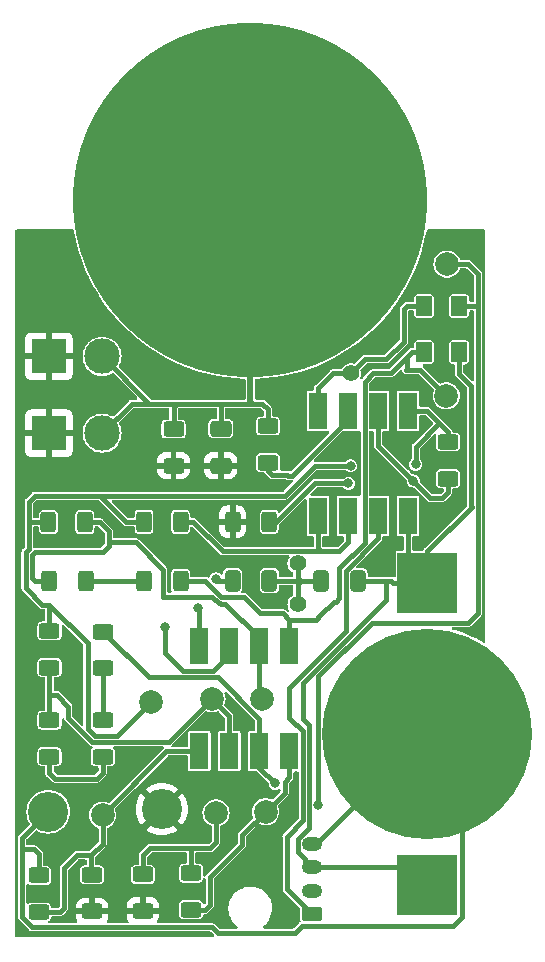
<source format=gbr>
G04 #@! TF.GenerationSoftware,KiCad,Pcbnew,7.0.0-da2b9df05c~163~ubuntu22.04.1*
G04 #@! TF.CreationDate,2023-03-30T16:17:32+09:00*
G04 #@! TF.ProjectId,staticdetector,73746174-6963-4646-9574-6563746f722e,rev?*
G04 #@! TF.SameCoordinates,Original*
G04 #@! TF.FileFunction,Copper,L1,Top*
G04 #@! TF.FilePolarity,Positive*
%FSLAX46Y46*%
G04 Gerber Fmt 4.6, Leading zero omitted, Abs format (unit mm)*
G04 Created by KiCad (PCBNEW 7.0.0-da2b9df05c~163~ubuntu22.04.1) date 2023-03-30 16:17:32*
%MOMM*%
%LPD*%
G01*
G04 APERTURE LIST*
G04 Aperture macros list*
%AMRoundRect*
0 Rectangle with rounded corners*
0 $1 Rounding radius*
0 $2 $3 $4 $5 $6 $7 $8 $9 X,Y pos of 4 corners*
0 Add a 4 corners polygon primitive as box body*
4,1,4,$2,$3,$4,$5,$6,$7,$8,$9,$2,$3,0*
0 Add four circle primitives for the rounded corners*
1,1,$1+$1,$2,$3*
1,1,$1+$1,$4,$5*
1,1,$1+$1,$6,$7*
1,1,$1+$1,$8,$9*
0 Add four rect primitives between the rounded corners*
20,1,$1+$1,$2,$3,$4,$5,0*
20,1,$1+$1,$4,$5,$6,$7,0*
20,1,$1+$1,$6,$7,$8,$9,0*
20,1,$1+$1,$8,$9,$2,$3,0*%
G04 Aperture macros list end*
G04 #@! TA.AperFunction,SMDPad,CuDef*
%ADD10RoundRect,0.250000X0.625000X-0.400000X0.625000X0.400000X-0.625000X0.400000X-0.625000X-0.400000X0*%
G04 #@! TD*
G04 #@! TA.AperFunction,SMDPad,CuDef*
%ADD11RoundRect,0.250001X-0.462499X-0.624999X0.462499X-0.624999X0.462499X0.624999X-0.462499X0.624999X0*%
G04 #@! TD*
G04 #@! TA.AperFunction,ComponentPad*
%ADD12C,3.400000*%
G04 #@! TD*
G04 #@! TA.AperFunction,SMDPad,CuDef*
%ADD13RoundRect,0.250000X0.412500X0.650000X-0.412500X0.650000X-0.412500X-0.650000X0.412500X-0.650000X0*%
G04 #@! TD*
G04 #@! TA.AperFunction,SMDPad,CuDef*
%ADD14RoundRect,0.250000X-0.412500X-0.650000X0.412500X-0.650000X0.412500X0.650000X-0.412500X0.650000X0*%
G04 #@! TD*
G04 #@! TA.AperFunction,SMDPad,CuDef*
%ADD15RoundRect,0.250000X-0.400000X-0.625000X0.400000X-0.625000X0.400000X0.625000X-0.400000X0.625000X0*%
G04 #@! TD*
G04 #@! TA.AperFunction,SMDPad,CuDef*
%ADD16C,30.000000*%
G04 #@! TD*
G04 #@! TA.AperFunction,SMDPad,CuDef*
%ADD17R,1.600000X3.100000*%
G04 #@! TD*
G04 #@! TA.AperFunction,ComponentPad*
%ADD18C,2.000000*%
G04 #@! TD*
G04 #@! TA.AperFunction,SMDPad,CuDef*
%ADD19RoundRect,0.250000X-0.625000X0.400000X-0.625000X-0.400000X0.625000X-0.400000X0.625000X0.400000X0*%
G04 #@! TD*
G04 #@! TA.AperFunction,SMDPad,CuDef*
%ADD20R,5.100000X5.100000*%
G04 #@! TD*
G04 #@! TA.AperFunction,SMDPad,CuDef*
%ADD21C,17.800000*%
G04 #@! TD*
G04 #@! TA.AperFunction,SMDPad,CuDef*
%ADD22RoundRect,0.250000X-0.650000X0.412500X-0.650000X-0.412500X0.650000X-0.412500X0.650000X0.412500X0*%
G04 #@! TD*
G04 #@! TA.AperFunction,ComponentPad*
%ADD23C,3.000000*%
G04 #@! TD*
G04 #@! TA.AperFunction,ComponentPad*
%ADD24R,3.000000X3.000000*%
G04 #@! TD*
G04 #@! TA.AperFunction,SMDPad,CuDef*
%ADD25RoundRect,0.250000X0.400000X0.625000X-0.400000X0.625000X-0.400000X-0.625000X0.400000X-0.625000X0*%
G04 #@! TD*
G04 #@! TA.AperFunction,ComponentPad*
%ADD26O,1.750000X1.200000*%
G04 #@! TD*
G04 #@! TA.AperFunction,ComponentPad*
%ADD27RoundRect,0.250000X0.625000X-0.350000X0.625000X0.350000X-0.625000X0.350000X-0.625000X-0.350000X0*%
G04 #@! TD*
G04 #@! TA.AperFunction,ViaPad*
%ADD28C,0.800000*%
G04 #@! TD*
G04 #@! TA.AperFunction,ViaPad*
%ADD29C,1.399540*%
G04 #@! TD*
G04 #@! TA.AperFunction,ViaPad*
%ADD30C,6.000000*%
G04 #@! TD*
G04 #@! TA.AperFunction,Conductor*
%ADD31C,0.381000*%
G04 #@! TD*
G04 #@! TA.AperFunction,Conductor*
%ADD32C,0.508000*%
G04 #@! TD*
G04 APERTURE END LIST*
D10*
X125000000Y-117600000D03*
X125000000Y-114500000D03*
D11*
X144712500Y-70400000D03*
X147687500Y-70400000D03*
D12*
X112900000Y-109300000D03*
D13*
X139125000Y-89750000D03*
X136000000Y-89750000D03*
D12*
X122500000Y-109100000D03*
D14*
X128500000Y-89750000D03*
X131625000Y-89750000D03*
D15*
X121000000Y-84750000D03*
X124100000Y-84750000D03*
D16*
X130000000Y-57500000D03*
D10*
X117500000Y-97150000D03*
X117500000Y-94050000D03*
X146750000Y-81100000D03*
X146750000Y-78000000D03*
X112100000Y-117800000D03*
X112100000Y-114700000D03*
D17*
X133309999Y-95304999D03*
X130769999Y-95304999D03*
X128229999Y-95304999D03*
X125689999Y-95304999D03*
X125689999Y-104194999D03*
X128229999Y-104194999D03*
X130769999Y-104194999D03*
X133309999Y-104194999D03*
D18*
X126750000Y-99750000D03*
D19*
X113000000Y-101550000D03*
X113000000Y-104650000D03*
D10*
X117500000Y-104650000D03*
X117500000Y-101550000D03*
D19*
X131500000Y-76650000D03*
X131500000Y-79750000D03*
D18*
X121600000Y-100000000D03*
X131000000Y-99750000D03*
X146600000Y-74100000D03*
X146650000Y-62950000D03*
D17*
X143369999Y-75359999D03*
X140829999Y-75359999D03*
X138289999Y-75359999D03*
X135749999Y-75359999D03*
X135749999Y-84249999D03*
X138289999Y-84249999D03*
X140829999Y-84249999D03*
X143369999Y-84249999D03*
D19*
X123500000Y-76900000D03*
X123500000Y-80000000D03*
D20*
X144999999Y-89899999D03*
X144999999Y-115499999D03*
D21*
X145000000Y-102700000D03*
D18*
X131300000Y-109300000D03*
D22*
X127500000Y-76875000D03*
X127500000Y-80000000D03*
D23*
X117450000Y-70750000D03*
X117450000Y-77250000D03*
D24*
X112949999Y-70749999D03*
X112949999Y-77249999D03*
D18*
X117500000Y-109600000D03*
D25*
X128500000Y-84750000D03*
X131600000Y-84750000D03*
D18*
X127100000Y-109400000D03*
D25*
X124100000Y-89750000D03*
X121000000Y-89750000D03*
D10*
X116600000Y-114650000D03*
X116600000Y-117750000D03*
D15*
X112900000Y-84800000D03*
X116000000Y-84800000D03*
D11*
X144712500Y-66500000D03*
X147687500Y-66500000D03*
D25*
X116050000Y-89800000D03*
X112950000Y-89800000D03*
D19*
X120900000Y-114600000D03*
X120900000Y-117700000D03*
D26*
X135249999Y-111999999D03*
X135249999Y-113999999D03*
X135249999Y-115999999D03*
D27*
X135250000Y-118000000D03*
D19*
X113000000Y-94000000D03*
X113000000Y-97100000D03*
D28*
X126500000Y-84700000D03*
X143800000Y-81300000D03*
X138300000Y-81500000D03*
X144000000Y-79900000D03*
X138500000Y-80020000D03*
X132100000Y-106900000D03*
X135750000Y-108750000D03*
X127100000Y-89600000D03*
X125588155Y-92065326D03*
X122800000Y-93700000D03*
D29*
X138500000Y-72200000D03*
X134000000Y-91750000D03*
D30*
X145000000Y-102700000D03*
D29*
X134000000Y-88289770D03*
D31*
X138500000Y-72200000D02*
X139700000Y-71000000D01*
X139700000Y-71000000D02*
X141500000Y-71000000D01*
X135750000Y-75360000D02*
X135750000Y-73450000D01*
X135750000Y-73450000D02*
X137000000Y-72200000D01*
X137000000Y-72200000D02*
X138500000Y-72200000D01*
X113000000Y-91800242D02*
X112400242Y-91800242D01*
X112400242Y-91800242D02*
X110969499Y-90369499D01*
X110969499Y-90369499D02*
X110969499Y-87330259D01*
X111250000Y-87049758D02*
X111250000Y-84800000D01*
X110969499Y-87330259D02*
X111250000Y-87049758D01*
X128500000Y-84750000D02*
X126550000Y-84750000D01*
X126550000Y-84750000D02*
X126500000Y-84700000D01*
X149280501Y-68093001D02*
X149280501Y-66500000D01*
X149280501Y-66500000D02*
X149280501Y-63780501D01*
X147687500Y-66500000D02*
X149280501Y-66500000D01*
X149280501Y-63780501D02*
X148400000Y-62900000D01*
X148400000Y-62900000D02*
X148350000Y-62950000D01*
X148350000Y-62950000D02*
X146650000Y-62950000D01*
X117450000Y-77250000D02*
X119950000Y-74750000D01*
X119950000Y-74750000D02*
X121450000Y-74750000D01*
X146600000Y-74100000D02*
X144400000Y-71900000D01*
X144400000Y-71900000D02*
X143200000Y-71900000D01*
X143675000Y-70400000D02*
X143237500Y-70837500D01*
X143237500Y-70837500D02*
X141900000Y-72175000D01*
X143200000Y-71900000D02*
X143237500Y-71862500D01*
X143237500Y-71862500D02*
X143237500Y-70837500D01*
X125150000Y-84750000D02*
X127650000Y-87250000D01*
X134250000Y-89750000D02*
X134000000Y-89500000D01*
X134000000Y-89500000D02*
X134000000Y-88289770D01*
X124100000Y-84750000D02*
X125150000Y-84750000D01*
X127650000Y-87250000D02*
X136000000Y-87250000D01*
X132219000Y-84750000D02*
X135469000Y-81500000D01*
X135448516Y-80020000D02*
X138500000Y-80020000D01*
X117250000Y-82550000D02*
X132918516Y-82550000D01*
X132918516Y-82550000D02*
X135448516Y-80020000D01*
X131600000Y-84750000D02*
X132219000Y-84750000D01*
X135469000Y-81500000D02*
X138300000Y-81500000D01*
X144960000Y-75360000D02*
X146000000Y-76400000D01*
X146000000Y-76400000D02*
X146750000Y-77150000D01*
X144000000Y-79900000D02*
X144000000Y-78400000D01*
X144000000Y-78400000D02*
X146000000Y-76400000D01*
X138290000Y-76110000D02*
X138290000Y-75360000D01*
X133119741Y-80769499D02*
X133219741Y-80869499D01*
X131500000Y-80449758D02*
X131819741Y-80769499D01*
X133530501Y-80869499D02*
X138290000Y-76110000D01*
X131500000Y-79750000D02*
X131500000Y-80449758D01*
X131819741Y-80769499D02*
X133119741Y-80769499D01*
X133219741Y-80869499D02*
X133530501Y-80869499D01*
X113000000Y-106000000D02*
X113500000Y-106500000D01*
X113500000Y-106500000D02*
X117000000Y-106500000D01*
X117500000Y-106000000D02*
X117500000Y-104600000D01*
X117000000Y-106500000D02*
X117500000Y-106000000D01*
X135750000Y-97850000D02*
X135750000Y-108750000D01*
X140278999Y-93321001D02*
X135750000Y-97850000D01*
X148429241Y-93321001D02*
X140278999Y-93321001D01*
X149280501Y-68093001D02*
X149280501Y-92469741D01*
X149280501Y-92469741D02*
X148429241Y-93321001D01*
X130770000Y-104195000D02*
X130770000Y-105570000D01*
X130770000Y-105570000D02*
X132100000Y-106900000D01*
X138064002Y-94035514D02*
X138064002Y-88913405D01*
X134981001Y-110663931D02*
X134000000Y-111644932D01*
X134981001Y-101931243D02*
X134981001Y-110663931D01*
X134469499Y-101419741D02*
X134981001Y-101931243D01*
X133238998Y-98860518D02*
X138064002Y-94035514D01*
X134469499Y-98380259D02*
X134469499Y-101419741D01*
X141500000Y-91349758D02*
X134469499Y-98380259D01*
X133960518Y-101961002D02*
X133860518Y-101961002D01*
X141500000Y-89750000D02*
X141500000Y-91349758D01*
X138064002Y-88913405D02*
X140830000Y-86147407D01*
X134000000Y-111644932D02*
X134000000Y-112750000D01*
X134450500Y-102450984D02*
X133960518Y-101961002D01*
X133860518Y-101961002D02*
X133238998Y-101339482D01*
X133238998Y-101339482D02*
X133238998Y-98860518D01*
X133069499Y-115819499D02*
X133069499Y-111430501D01*
X140830000Y-86147407D02*
X140830000Y-84250000D01*
X134450500Y-110049500D02*
X134450500Y-102450984D01*
X135250000Y-118000000D02*
X133069499Y-115819499D01*
X134000000Y-112750000D02*
X135250000Y-114000000D01*
X133069499Y-111430501D02*
X134450500Y-110049500D01*
X144800000Y-102700000D02*
X145000000Y-102700000D01*
X144750000Y-102775000D02*
X144750000Y-102750000D01*
X135250000Y-112000000D02*
X135525000Y-112000000D01*
X135525000Y-112000000D02*
X144750000Y-102775000D01*
X144750000Y-102750000D02*
X144800000Y-102700000D01*
X129300000Y-112100000D02*
X129300000Y-111300000D01*
X129300000Y-111300000D02*
X131300000Y-109300000D01*
X132900000Y-107700000D02*
X131300000Y-109300000D01*
X132900000Y-106800000D02*
X132900000Y-107700000D01*
X130770000Y-104195000D02*
X130770000Y-101445760D01*
X128230000Y-96055000D02*
X126880000Y-97405000D01*
X130770000Y-101445760D02*
X127259741Y-97935501D01*
X121385501Y-97935501D02*
X117500000Y-94050000D01*
X128230000Y-95305000D02*
X128230000Y-96055000D01*
X126880000Y-97405000D02*
X124340000Y-97405000D01*
X122800000Y-95865000D02*
X122800000Y-93700000D01*
X124340000Y-97405000D02*
X122800000Y-95865000D01*
X127259741Y-97935501D02*
X121385501Y-97935501D01*
X125690000Y-92167171D02*
X125588155Y-92065326D01*
X125690000Y-95305000D02*
X125690000Y-92167171D01*
X132750000Y-92500000D02*
X133310000Y-93060000D01*
X118000000Y-86500000D02*
X120300000Y-86500000D01*
X122600000Y-91100000D02*
X126800586Y-91100000D01*
X127551445Y-91100617D02*
X127665697Y-91100617D01*
X124100000Y-89750000D02*
X126200828Y-89750000D01*
X127665697Y-91100617D02*
X127718331Y-91153251D01*
X127718331Y-91153251D02*
X129503493Y-91153251D01*
X126800586Y-91100000D02*
X127331704Y-91631118D01*
X127445956Y-91631118D02*
X127498590Y-91683752D01*
X127498590Y-91683752D02*
X127898752Y-91683752D01*
X127331704Y-91631118D02*
X127445956Y-91631118D01*
X120300000Y-86500000D02*
X122600000Y-88800000D01*
X126200828Y-89750000D02*
X127551445Y-91100617D01*
X130770000Y-94555000D02*
X130770000Y-95305000D01*
X127898752Y-91683752D02*
X130770000Y-94555000D01*
X129503493Y-91153251D02*
X130850242Y-92500000D01*
X122600000Y-88800000D02*
X122600000Y-91100000D01*
X130850242Y-92500000D02*
X132750000Y-92500000D01*
X128500000Y-89750000D02*
X127250000Y-89750000D01*
X127250000Y-89750000D02*
X127100000Y-89600000D01*
X117500000Y-109600000D02*
X122905000Y-104195000D01*
X122905000Y-104195000D02*
X125690000Y-104195000D01*
X118730501Y-102869499D02*
X121600000Y-100000000D01*
X116819741Y-102869499D02*
X118730501Y-102869499D01*
X116219741Y-102269499D02*
X116819741Y-102869499D01*
X114600000Y-100400000D02*
X113600000Y-99400000D01*
X116219741Y-95019983D02*
X116219741Y-102269499D01*
X126750000Y-99750000D02*
X123100000Y-103400000D01*
X123100000Y-103400000D02*
X116600000Y-103400000D01*
X113000000Y-91800242D02*
X116219741Y-95019983D01*
X116600000Y-103400000D02*
X114600000Y-101400000D01*
X114600000Y-101400000D02*
X114600000Y-100400000D01*
X113600000Y-99400000D02*
X113000000Y-99400000D01*
X113000000Y-99400000D02*
X113000000Y-101550000D01*
X113000000Y-97100000D02*
X113000000Y-99400000D01*
X128230000Y-104195000D02*
X128230000Y-101230000D01*
X128230000Y-101230000D02*
X126750000Y-99750000D01*
X130770000Y-95305000D02*
X130770000Y-99520000D01*
X130770000Y-99520000D02*
X131000000Y-99750000D01*
X118000000Y-85550000D02*
X118000000Y-86500000D01*
X118000000Y-86500000D02*
X118000000Y-86800000D01*
X134250000Y-89750000D02*
X134000000Y-90000000D01*
X134000000Y-90000000D02*
X134000000Y-91750000D01*
X131625000Y-89750000D02*
X136000000Y-89750000D01*
X129200000Y-112200000D02*
X129300000Y-112100000D01*
X126600000Y-114800000D02*
X129200000Y-112200000D01*
X133310000Y-104195000D02*
X133310000Y-106390000D01*
X133310000Y-106390000D02*
X132900000Y-106800000D01*
X125000000Y-117600000D02*
X126200000Y-117600000D01*
X126200000Y-117600000D02*
X126600000Y-117200000D01*
X126600000Y-117200000D02*
X126600000Y-114800000D01*
X121500000Y-112400000D02*
X125000000Y-112400000D01*
X125000000Y-112400000D02*
X126600000Y-112400000D01*
X125000000Y-114500000D02*
X125000000Y-112400000D01*
X120900000Y-114600000D02*
X120900000Y-113000000D01*
X120900000Y-113000000D02*
X121500000Y-112400000D01*
X126600000Y-112400000D02*
X127100000Y-111900000D01*
X127100000Y-111900000D02*
X127100000Y-109400000D01*
X116500000Y-113000000D02*
X117500000Y-112000000D01*
X117500000Y-112000000D02*
X117500000Y-109600000D01*
X112100000Y-117800000D02*
X113900000Y-117800000D01*
X113900000Y-117800000D02*
X114200000Y-117500000D01*
X116500000Y-114550000D02*
X116600000Y-114650000D01*
X114200000Y-117500000D02*
X114200000Y-114100000D01*
X115300000Y-113000000D02*
X116500000Y-113000000D01*
X116500000Y-113000000D02*
X116500000Y-114550000D01*
X114200000Y-114100000D02*
X115300000Y-113000000D01*
X110700000Y-118260093D02*
X110700000Y-112500000D01*
X110700000Y-112500000D02*
X110700000Y-111500000D01*
X112100000Y-114700000D02*
X112100000Y-112900000D01*
X112100000Y-112900000D02*
X111700000Y-112500000D01*
X111700000Y-112500000D02*
X110700000Y-112500000D01*
X145000000Y-102700000D02*
X147890500Y-105590500D01*
X147159500Y-118940500D02*
X134380407Y-118940500D01*
X147890500Y-105590500D02*
X147890500Y-118209500D01*
X147890500Y-118209500D02*
X147159500Y-118940500D01*
X127240500Y-119540500D02*
X126800000Y-119100000D01*
X134380407Y-118940500D02*
X133780407Y-119540500D01*
X133780407Y-119540500D02*
X127240500Y-119540500D01*
X126800000Y-119100000D02*
X111539907Y-119100000D01*
X111539907Y-119100000D02*
X110700000Y-118260093D01*
X110700000Y-111500000D02*
X112900000Y-109300000D01*
X135250000Y-114000000D02*
X143500000Y-114000000D01*
X143500000Y-114000000D02*
X145000000Y-115500000D01*
X121000000Y-84750000D02*
X119450000Y-84750000D01*
X119450000Y-84750000D02*
X117250000Y-82550000D01*
X117250000Y-82550000D02*
X111750000Y-82550000D01*
X111750000Y-82550000D02*
X111250000Y-83050000D01*
X111250000Y-83050000D02*
X111250000Y-84800000D01*
X144712500Y-70400000D02*
X143675000Y-70400000D01*
X141900000Y-72175000D02*
X140425000Y-72175000D01*
X140425000Y-72175000D02*
X139689500Y-72910500D01*
X139689500Y-72910500D02*
X139689500Y-73800000D01*
X139689500Y-73469500D02*
X139689500Y-73800000D01*
X139689500Y-73800000D02*
X139689500Y-86537665D01*
X143370000Y-75360000D02*
X144960000Y-75360000D01*
X146750000Y-77150000D02*
X146750000Y-78000000D01*
X148719000Y-83469000D02*
X148719000Y-73275000D01*
X147687500Y-70400000D02*
X147687500Y-72243500D01*
X147687500Y-72243500D02*
X148719000Y-73275000D01*
X143250000Y-66500000D02*
X144712500Y-66500000D01*
X143000000Y-66750000D02*
X143250000Y-66500000D01*
X143000000Y-69500000D02*
X143000000Y-66750000D01*
X141500000Y-71000000D02*
X143000000Y-69500000D01*
X117450000Y-70750000D02*
X121450000Y-74750000D01*
X121450000Y-74750000D02*
X123750000Y-74750000D01*
X143370000Y-84250000D02*
X143370000Y-88270000D01*
X142100000Y-89900000D02*
X145000000Y-89900000D01*
X139125000Y-89750000D02*
X141500000Y-89750000D01*
X145000000Y-87250000D02*
X148750000Y-83500000D01*
X141500000Y-89750000D02*
X141950000Y-89750000D01*
X148750000Y-83500000D02*
X148719000Y-83469000D01*
X143370000Y-88270000D02*
X145000000Y-89900000D01*
X145000000Y-89900000D02*
X145000000Y-87250000D01*
X141950000Y-89750000D02*
X142100000Y-89900000D01*
X133310000Y-93060000D02*
X133310000Y-95305000D01*
X137533501Y-88693664D02*
X137533501Y-91216741D01*
X133310000Y-93060000D02*
X135555000Y-93060000D01*
X135555000Y-93060000D02*
X135932500Y-92682500D01*
X139689500Y-86537665D02*
X137533501Y-88693664D01*
X137219741Y-91530501D02*
X137084499Y-91530501D01*
X137533501Y-91216741D02*
X137219741Y-91530501D01*
X137084499Y-91530501D02*
X135932500Y-92682500D01*
X148750000Y-106450000D02*
X145000000Y-102700000D01*
X134250000Y-89750000D02*
X136000000Y-89750000D01*
X127500000Y-76875000D02*
X127500000Y-74750000D01*
X131000000Y-74750000D02*
X130250000Y-74750000D01*
X130250000Y-74750000D02*
X129750000Y-74750000D01*
X129750000Y-74750000D02*
X130000000Y-74500000D01*
X131500000Y-76650000D02*
X131500000Y-75250000D01*
X130000000Y-74500000D02*
X130250000Y-74750000D01*
X131500000Y-75250000D02*
X131000000Y-74750000D01*
X123500000Y-75000000D02*
X123750000Y-74750000D01*
X123500000Y-76900000D02*
X123500000Y-75000000D01*
X131500000Y-76650000D02*
X131150000Y-76650000D01*
X123750000Y-74750000D02*
X127500000Y-74750000D01*
X127500000Y-74750000D02*
X129750000Y-74750000D01*
D32*
X130000000Y-74500000D02*
X130000000Y-60000000D01*
D31*
X146250000Y-82750000D02*
X145250000Y-82750000D01*
X146750000Y-81100000D02*
X146750000Y-82250000D01*
X146750000Y-82250000D02*
X146250000Y-82750000D01*
X140830000Y-78330000D02*
X140830000Y-75360000D01*
X145250000Y-82750000D02*
X140830000Y-78330000D01*
X112900000Y-84800000D02*
X111250000Y-84800000D01*
X120750000Y-84500000D02*
X121000000Y-84750000D01*
X113000000Y-94000000D02*
X113000000Y-91800242D01*
X137500000Y-87250000D02*
X136000000Y-87250000D01*
X138290000Y-86460000D02*
X137500000Y-87250000D01*
X135750000Y-87000000D02*
X135750000Y-84250000D01*
X138290000Y-84250000D02*
X138290000Y-86460000D01*
X136000000Y-87250000D02*
X135750000Y-87000000D01*
X111750000Y-87300000D02*
X111500000Y-87550000D01*
X118000000Y-86800000D02*
X117500000Y-87300000D01*
X111500000Y-87550000D02*
X111500000Y-89550000D01*
X111750000Y-89800000D02*
X112950000Y-89800000D01*
X117500000Y-87300000D02*
X111750000Y-87300000D01*
X116000000Y-84800000D02*
X117250000Y-84800000D01*
X111500000Y-89550000D02*
X111750000Y-89800000D01*
X117250000Y-84800000D02*
X118000000Y-85550000D01*
X117500000Y-97150000D02*
X117500000Y-101550000D01*
X113000000Y-104650000D02*
X113000000Y-106050000D01*
X116050000Y-89750000D02*
X121000000Y-89750000D01*
G04 #@! TA.AperFunction,Conductor*
G36*
X115007566Y-60013084D02*
G01*
X115051306Y-60049573D01*
X115074116Y-60101767D01*
X115164928Y-60600094D01*
X115165282Y-60601598D01*
X115165289Y-60601627D01*
X115343826Y-61358148D01*
X115343832Y-61358171D01*
X115344187Y-61359675D01*
X115344621Y-61361169D01*
X115344624Y-61361177D01*
X115537834Y-62024934D01*
X115562311Y-62109020D01*
X115562825Y-62110499D01*
X115562829Y-62110510D01*
X115818191Y-62844624D01*
X115818198Y-62844644D01*
X115818720Y-62846143D01*
X116112736Y-63569089D01*
X116113418Y-63570547D01*
X116113425Y-63570562D01*
X116330658Y-64034683D01*
X116443579Y-64275941D01*
X116810370Y-64964825D01*
X116811182Y-64966177D01*
X116811196Y-64966202D01*
X117159919Y-65546950D01*
X117212138Y-65633913D01*
X117647818Y-66281431D01*
X117648776Y-66282708D01*
X117648782Y-66282716D01*
X117900669Y-66618378D01*
X118116253Y-66905663D01*
X118117277Y-66906890D01*
X118572902Y-67453050D01*
X118616201Y-67504952D01*
X118617268Y-67506105D01*
X118617277Y-67506115D01*
X118635220Y-67525500D01*
X119146338Y-68077710D01*
X119705256Y-68622418D01*
X120291474Y-69137631D01*
X120464840Y-69274846D01*
X120795630Y-69536658D01*
X120903437Y-69621984D01*
X121539523Y-70074191D01*
X122198045Y-70493053D01*
X122877256Y-70877461D01*
X123575355Y-71226393D01*
X124290491Y-71538926D01*
X125020768Y-71814230D01*
X125764248Y-72051575D01*
X126518962Y-72250333D01*
X127282906Y-72409974D01*
X128054056Y-72530078D01*
X128830365Y-72610324D01*
X129477883Y-72643701D01*
X129537150Y-72662341D01*
X129579936Y-72707390D01*
X129595500Y-72767537D01*
X129595500Y-74285000D01*
X129578887Y-74347000D01*
X129533500Y-74392387D01*
X129471500Y-74409000D01*
X127560127Y-74409000D01*
X127529831Y-74409000D01*
X123779831Y-74409000D01*
X123770299Y-74409000D01*
X123759491Y-74408528D01*
X123730626Y-74406002D01*
X123730623Y-74406002D01*
X123719821Y-74405057D01*
X123709345Y-74407863D01*
X123701756Y-74408528D01*
X123690950Y-74409000D01*
X121642609Y-74409000D01*
X121595156Y-74399561D01*
X121554928Y-74372681D01*
X118902599Y-71720352D01*
X118873392Y-71674063D01*
X118866959Y-71619708D01*
X118884551Y-71567885D01*
X118925154Y-71501628D01*
X119024573Y-71261610D01*
X119085221Y-71008994D01*
X119105604Y-70750000D01*
X119085221Y-70491006D01*
X119024573Y-70238390D01*
X118925154Y-69998372D01*
X118789412Y-69776860D01*
X118620689Y-69579311D01*
X118423140Y-69410588D01*
X118418989Y-69408044D01*
X118418986Y-69408042D01*
X118205774Y-69277386D01*
X118205767Y-69277382D01*
X118201628Y-69274846D01*
X118197133Y-69272984D01*
X118197131Y-69272983D01*
X117966110Y-69177291D01*
X117961610Y-69175427D01*
X117956881Y-69174291D01*
X117956873Y-69174289D01*
X117713727Y-69115915D01*
X117713723Y-69115914D01*
X117708994Y-69114779D01*
X117704143Y-69114397D01*
X117704142Y-69114397D01*
X117454854Y-69094778D01*
X117450000Y-69094396D01*
X117445146Y-69094778D01*
X117195857Y-69114397D01*
X117195854Y-69114397D01*
X117191006Y-69114779D01*
X117186278Y-69115913D01*
X117186272Y-69115915D01*
X116943126Y-69174289D01*
X116943114Y-69174292D01*
X116938390Y-69175427D01*
X116933893Y-69177289D01*
X116933889Y-69177291D01*
X116702868Y-69272983D01*
X116702860Y-69272986D01*
X116698372Y-69274846D01*
X116694237Y-69277379D01*
X116694225Y-69277386D01*
X116481013Y-69408042D01*
X116481003Y-69408048D01*
X116476860Y-69410588D01*
X116473159Y-69413748D01*
X116473152Y-69413754D01*
X116283011Y-69576150D01*
X116283004Y-69576156D01*
X116279311Y-69579311D01*
X116276156Y-69583004D01*
X116276150Y-69583011D01*
X116113754Y-69773152D01*
X116113748Y-69773159D01*
X116110588Y-69776860D01*
X116108048Y-69781003D01*
X116108042Y-69781013D01*
X115977386Y-69994225D01*
X115977379Y-69994237D01*
X115974846Y-69998372D01*
X115972986Y-70002860D01*
X115972983Y-70002868D01*
X115877291Y-70233889D01*
X115875427Y-70238390D01*
X115874292Y-70243114D01*
X115874289Y-70243126D01*
X115815915Y-70486272D01*
X115815913Y-70486278D01*
X115814779Y-70491006D01*
X115814397Y-70495854D01*
X115814397Y-70495857D01*
X115798929Y-70692402D01*
X115794396Y-70750000D01*
X115794778Y-70754854D01*
X115812398Y-70978747D01*
X115814779Y-71008994D01*
X115815914Y-71013723D01*
X115815915Y-71013727D01*
X115874289Y-71256873D01*
X115874291Y-71256881D01*
X115875427Y-71261610D01*
X115877291Y-71266110D01*
X115965953Y-71480160D01*
X115974846Y-71501628D01*
X115977382Y-71505767D01*
X115977386Y-71505774D01*
X116108042Y-71718986D01*
X116110588Y-71723140D01*
X116113753Y-71726846D01*
X116113754Y-71726847D01*
X116249839Y-71886182D01*
X116279311Y-71920689D01*
X116476860Y-72089412D01*
X116481012Y-72091956D01*
X116481013Y-72091957D01*
X116638110Y-72188226D01*
X116698372Y-72225154D01*
X116938390Y-72324573D01*
X117191006Y-72385221D01*
X117450000Y-72405604D01*
X117708994Y-72385221D01*
X117961610Y-72324573D01*
X118201628Y-72225154D01*
X118267885Y-72184551D01*
X118319708Y-72166959D01*
X118374063Y-72173392D01*
X118420352Y-72202599D01*
X120415072Y-74197319D01*
X120445322Y-74246682D01*
X120449864Y-74304398D01*
X120427709Y-74357885D01*
X120383686Y-74395485D01*
X120327391Y-74409000D01*
X119970302Y-74409000D01*
X119959495Y-74408528D01*
X119930627Y-74406002D01*
X119930624Y-74406002D01*
X119919821Y-74405057D01*
X119909348Y-74407863D01*
X119909338Y-74407864D01*
X119881341Y-74415366D01*
X119870786Y-74417707D01*
X119842254Y-74422738D01*
X119842251Y-74422738D01*
X119831572Y-74424622D01*
X119822183Y-74430042D01*
X119818084Y-74431534D01*
X119814132Y-74433376D01*
X119803664Y-74436182D01*
X119794783Y-74442399D01*
X119794779Y-74442402D01*
X119771044Y-74459021D01*
X119761930Y-74464827D01*
X119736823Y-74479323D01*
X119736816Y-74479328D01*
X119727428Y-74484749D01*
X119720459Y-74493053D01*
X119720454Y-74493058D01*
X119701821Y-74515264D01*
X119694515Y-74523236D01*
X118420352Y-75797399D01*
X118374063Y-75826605D01*
X118319710Y-75833039D01*
X118267882Y-75815446D01*
X118205783Y-75777392D01*
X118205781Y-75777391D01*
X118201628Y-75774846D01*
X117961610Y-75675427D01*
X117956881Y-75674291D01*
X117956873Y-75674289D01*
X117713727Y-75615915D01*
X117713723Y-75615914D01*
X117708994Y-75614779D01*
X117704143Y-75614397D01*
X117704142Y-75614397D01*
X117454854Y-75594778D01*
X117450000Y-75594396D01*
X117445146Y-75594778D01*
X117195857Y-75614397D01*
X117195854Y-75614397D01*
X117191006Y-75614779D01*
X117186278Y-75615913D01*
X117186272Y-75615915D01*
X116943126Y-75674289D01*
X116943114Y-75674292D01*
X116938390Y-75675427D01*
X116933893Y-75677289D01*
X116933889Y-75677291D01*
X116702868Y-75772983D01*
X116702860Y-75772986D01*
X116698372Y-75774846D01*
X116694237Y-75777379D01*
X116694225Y-75777386D01*
X116481013Y-75908042D01*
X116481003Y-75908048D01*
X116476860Y-75910588D01*
X116473159Y-75913748D01*
X116473152Y-75913754D01*
X116283011Y-76076150D01*
X116283004Y-76076156D01*
X116279311Y-76079311D01*
X116276156Y-76083004D01*
X116276150Y-76083011D01*
X116113754Y-76273152D01*
X116113748Y-76273159D01*
X116110588Y-76276860D01*
X116108048Y-76281003D01*
X116108042Y-76281013D01*
X115977386Y-76494225D01*
X115977379Y-76494237D01*
X115974846Y-76498372D01*
X115972986Y-76502860D01*
X115972983Y-76502868D01*
X115943377Y-76574344D01*
X115875427Y-76738390D01*
X115874292Y-76743114D01*
X115874289Y-76743126D01*
X115815915Y-76986272D01*
X115815913Y-76986278D01*
X115814779Y-76991006D01*
X115814397Y-76995854D01*
X115814397Y-76995857D01*
X115799590Y-77184000D01*
X115794396Y-77250000D01*
X115794778Y-77254854D01*
X115811395Y-77466003D01*
X115814779Y-77508994D01*
X115815914Y-77513723D01*
X115815915Y-77513727D01*
X115874289Y-77756873D01*
X115874291Y-77756881D01*
X115875427Y-77761610D01*
X115974846Y-78001628D01*
X115977382Y-78005767D01*
X115977386Y-78005774D01*
X116108042Y-78218986D01*
X116110588Y-78223140D01*
X116113753Y-78226846D01*
X116113754Y-78226847D01*
X116235866Y-78369821D01*
X116279311Y-78420689D01*
X116476860Y-78589412D01*
X116481012Y-78591956D01*
X116481013Y-78591957D01*
X116691834Y-78721148D01*
X116698372Y-78725154D01*
X116938390Y-78824573D01*
X117191006Y-78885221D01*
X117450000Y-78905604D01*
X117708994Y-78885221D01*
X117961610Y-78824573D01*
X118201628Y-78725154D01*
X118423140Y-78589412D01*
X118620689Y-78420689D01*
X118789412Y-78223140D01*
X118925154Y-78001628D01*
X119024573Y-77761610D01*
X119085221Y-77508994D01*
X119105604Y-77250000D01*
X119085221Y-76991006D01*
X119024573Y-76738390D01*
X118925154Y-76498372D01*
X118884553Y-76432117D01*
X118866959Y-76380288D01*
X118873392Y-76325935D01*
X118902597Y-76279648D01*
X120054927Y-75127319D01*
X120095156Y-75100439D01*
X120142609Y-75091000D01*
X121390950Y-75091000D01*
X121401756Y-75091472D01*
X121409344Y-75092135D01*
X121419821Y-75094943D01*
X121459490Y-75091472D01*
X121470299Y-75091000D01*
X121479831Y-75091000D01*
X123035000Y-75091000D01*
X123097000Y-75107613D01*
X123142387Y-75153000D01*
X123159000Y-75215000D01*
X123159000Y-75975501D01*
X123142387Y-76037501D01*
X123097000Y-76082888D01*
X123035000Y-76099501D01*
X122843482Y-76099501D01*
X122838680Y-76100261D01*
X122838673Y-76100262D01*
X122759331Y-76112828D01*
X122759330Y-76112828D01*
X122749696Y-76114354D01*
X122741010Y-76118779D01*
X122741003Y-76118782D01*
X122645353Y-76167519D01*
X122645349Y-76167521D01*
X122636658Y-76171950D01*
X122629759Y-76178848D01*
X122629756Y-76178851D01*
X122553851Y-76254756D01*
X122553848Y-76254759D01*
X122546950Y-76261658D01*
X122542521Y-76270349D01*
X122542519Y-76270353D01*
X122493785Y-76365999D01*
X122489354Y-76374696D01*
X122487827Y-76384330D01*
X122487826Y-76384337D01*
X122475263Y-76463660D01*
X122475262Y-76463667D01*
X122474500Y-76468481D01*
X122474500Y-76473358D01*
X122474500Y-76473359D01*
X122474500Y-77326647D01*
X122474500Y-77326659D01*
X122474501Y-77331518D01*
X122475261Y-77336320D01*
X122475262Y-77336326D01*
X122478181Y-77354756D01*
X122489354Y-77425304D01*
X122493780Y-77433991D01*
X122493782Y-77433996D01*
X122529524Y-77504142D01*
X122546950Y-77538342D01*
X122636658Y-77628050D01*
X122749696Y-77685646D01*
X122843481Y-77700500D01*
X124156518Y-77700499D01*
X124250304Y-77685646D01*
X124363342Y-77628050D01*
X124453050Y-77538342D01*
X124510646Y-77425304D01*
X124525500Y-77331519D01*
X124525499Y-76468482D01*
X124510646Y-76374696D01*
X124497435Y-76348769D01*
X124460796Y-76276860D01*
X124453050Y-76261658D01*
X124363342Y-76171950D01*
X124250304Y-76114354D01*
X124240667Y-76112827D01*
X124240662Y-76112826D01*
X124161339Y-76100263D01*
X124161333Y-76100262D01*
X124156519Y-76099500D01*
X124151641Y-76099500D01*
X123965000Y-76099500D01*
X123903000Y-76082887D01*
X123857613Y-76037500D01*
X123841000Y-75975500D01*
X123841000Y-75215000D01*
X123857613Y-75153000D01*
X123903000Y-75107613D01*
X123965000Y-75091000D01*
X127035000Y-75091000D01*
X127097000Y-75107613D01*
X127142387Y-75153000D01*
X127159000Y-75215000D01*
X127159000Y-75938001D01*
X127142387Y-76000001D01*
X127097000Y-76045388D01*
X127035000Y-76062001D01*
X126818482Y-76062001D01*
X126813680Y-76062761D01*
X126813673Y-76062762D01*
X126734331Y-76075328D01*
X126734330Y-76075328D01*
X126724696Y-76076854D01*
X126716010Y-76081279D01*
X126716003Y-76081282D01*
X126620353Y-76130019D01*
X126620349Y-76130021D01*
X126611658Y-76134450D01*
X126604759Y-76141348D01*
X126604756Y-76141351D01*
X126528851Y-76217256D01*
X126528848Y-76217259D01*
X126521950Y-76224158D01*
X126517521Y-76232849D01*
X126517519Y-76232853D01*
X126468785Y-76328499D01*
X126464354Y-76337196D01*
X126462827Y-76346830D01*
X126462826Y-76346837D01*
X126450263Y-76426160D01*
X126450262Y-76426167D01*
X126449500Y-76430981D01*
X126449500Y-76435858D01*
X126449500Y-76435859D01*
X126449500Y-77314147D01*
X126449500Y-77314159D01*
X126449501Y-77319018D01*
X126450261Y-77323820D01*
X126450262Y-77323826D01*
X126461243Y-77393162D01*
X126464354Y-77412804D01*
X126468780Y-77421491D01*
X126468782Y-77421496D01*
X126510893Y-77504142D01*
X126521950Y-77525842D01*
X126611658Y-77615550D01*
X126724696Y-77673146D01*
X126818481Y-77688000D01*
X128181518Y-77687999D01*
X128275304Y-77673146D01*
X128388342Y-77615550D01*
X128478050Y-77525842D01*
X128535646Y-77412804D01*
X128550500Y-77319019D01*
X128550499Y-76430982D01*
X128535646Y-76337196D01*
X128529908Y-76325935D01*
X128497157Y-76261658D01*
X128478050Y-76224158D01*
X128388342Y-76134450D01*
X128275304Y-76076854D01*
X128265667Y-76075327D01*
X128265662Y-76075326D01*
X128186339Y-76062763D01*
X128186333Y-76062762D01*
X128181519Y-76062000D01*
X128176641Y-76062000D01*
X127965000Y-76062000D01*
X127903000Y-76045387D01*
X127857613Y-76000000D01*
X127841000Y-75938000D01*
X127841000Y-75215000D01*
X127857613Y-75153000D01*
X127903000Y-75107613D01*
X127965000Y-75091000D01*
X129720169Y-75091000D01*
X129729698Y-75091000D01*
X129740505Y-75091472D01*
X129780179Y-75094943D01*
X129790655Y-75092135D01*
X129798244Y-75091472D01*
X129809050Y-75091000D01*
X130190950Y-75091000D01*
X130201756Y-75091472D01*
X130209344Y-75092135D01*
X130219821Y-75094943D01*
X130259490Y-75091472D01*
X130270299Y-75091000D01*
X130279831Y-75091000D01*
X130807391Y-75091000D01*
X130854844Y-75100439D01*
X130895072Y-75127319D01*
X131122681Y-75354928D01*
X131149561Y-75395156D01*
X131159000Y-75442609D01*
X131159000Y-75725501D01*
X131142387Y-75787501D01*
X131097000Y-75832888D01*
X131035000Y-75849501D01*
X130843482Y-75849501D01*
X130838680Y-75850261D01*
X130838673Y-75850262D01*
X130759331Y-75862828D01*
X130759330Y-75862828D01*
X130749696Y-75864354D01*
X130741010Y-75868779D01*
X130741003Y-75868782D01*
X130645353Y-75917519D01*
X130645349Y-75917521D01*
X130636658Y-75921950D01*
X130629759Y-75928848D01*
X130629756Y-75928851D01*
X130553851Y-76004756D01*
X130553848Y-76004759D01*
X130546950Y-76011658D01*
X130542521Y-76020349D01*
X130542519Y-76020353D01*
X130493785Y-76115999D01*
X130489354Y-76124696D01*
X130487827Y-76134330D01*
X130487826Y-76134337D01*
X130475263Y-76213660D01*
X130475262Y-76213667D01*
X130474500Y-76218481D01*
X130474500Y-76223358D01*
X130474500Y-76223359D01*
X130474500Y-77076647D01*
X130474500Y-77076659D01*
X130474501Y-77081518D01*
X130475261Y-77086320D01*
X130475262Y-77086326D01*
X130475293Y-77086519D01*
X130489354Y-77175304D01*
X130493780Y-77183991D01*
X130493782Y-77183996D01*
X130542114Y-77278851D01*
X130546950Y-77288342D01*
X130636658Y-77378050D01*
X130749696Y-77435646D01*
X130843481Y-77450500D01*
X132156518Y-77450499D01*
X132250304Y-77435646D01*
X132363342Y-77378050D01*
X132453050Y-77288342D01*
X132510646Y-77175304D01*
X132525500Y-77081519D01*
X132525499Y-76218482D01*
X132510646Y-76124696D01*
X132505376Y-76114354D01*
X132457480Y-76020353D01*
X132453050Y-76011658D01*
X132363342Y-75921950D01*
X132250304Y-75864354D01*
X132240667Y-75862827D01*
X132240662Y-75862826D01*
X132161339Y-75850263D01*
X132161333Y-75850262D01*
X132156519Y-75849500D01*
X132151641Y-75849500D01*
X131965000Y-75849500D01*
X131903000Y-75832887D01*
X131857613Y-75787500D01*
X131841000Y-75725500D01*
X131841000Y-75270302D01*
X131841472Y-75259494D01*
X131842272Y-75250353D01*
X131844943Y-75219822D01*
X131834632Y-75181344D01*
X131832296Y-75170807D01*
X131825378Y-75131572D01*
X131819951Y-75122172D01*
X131818464Y-75118087D01*
X131816625Y-75114144D01*
X131813818Y-75103664D01*
X131790965Y-75071027D01*
X131785172Y-75061933D01*
X131765251Y-75027428D01*
X131754644Y-75018528D01*
X131734742Y-75001828D01*
X131726766Y-74994519D01*
X131255479Y-74523232D01*
X131248170Y-74515256D01*
X131229543Y-74493057D01*
X131222572Y-74484749D01*
X131188072Y-74464830D01*
X131178951Y-74459019D01*
X131155221Y-74442403D01*
X131155220Y-74442402D01*
X131146336Y-74436182D01*
X131135860Y-74433374D01*
X131131921Y-74431538D01*
X131127823Y-74430046D01*
X131118428Y-74424622D01*
X131107744Y-74422738D01*
X131107741Y-74422737D01*
X131079217Y-74417708D01*
X131068656Y-74415367D01*
X131040655Y-74407864D01*
X131040654Y-74407863D01*
X131030179Y-74405057D01*
X131019374Y-74406002D01*
X131019372Y-74406002D01*
X130990505Y-74408528D01*
X130979698Y-74409000D01*
X130528500Y-74409000D01*
X130466500Y-74392387D01*
X130421113Y-74347000D01*
X130404500Y-74285000D01*
X130404500Y-72767537D01*
X130420064Y-72707390D01*
X130462850Y-72662341D01*
X130522116Y-72643701D01*
X131169635Y-72610324D01*
X131945944Y-72530078D01*
X132717094Y-72409974D01*
X133481038Y-72250333D01*
X134235752Y-72051575D01*
X134979232Y-71814230D01*
X135709509Y-71538926D01*
X136424645Y-71226393D01*
X137122744Y-70877461D01*
X137801955Y-70493053D01*
X138460477Y-70074191D01*
X139096563Y-69621984D01*
X139708526Y-69137631D01*
X140294744Y-68622418D01*
X140853662Y-68077710D01*
X141383799Y-67504952D01*
X141883747Y-66905663D01*
X142352182Y-66281431D01*
X142787862Y-65633913D01*
X143189630Y-64964825D01*
X143556421Y-64275941D01*
X143887264Y-63569089D01*
X144181280Y-62846143D01*
X144437689Y-62109020D01*
X144655813Y-61359675D01*
X144835072Y-60600094D01*
X144925883Y-60101767D01*
X144948694Y-60049573D01*
X144992434Y-60013084D01*
X145047874Y-60000000D01*
X149775500Y-60000000D01*
X149837500Y-60016613D01*
X149882887Y-60062000D01*
X149899500Y-60124000D01*
X149899500Y-94865928D01*
X149882376Y-94928804D01*
X149835735Y-94974315D01*
X149772457Y-94989891D01*
X149710020Y-94971229D01*
X149529400Y-94858912D01*
X149529393Y-94858908D01*
X149527674Y-94857839D01*
X149100756Y-94629646D01*
X149006869Y-94579462D01*
X149006861Y-94579458D01*
X149005078Y-94578505D01*
X149003246Y-94577675D01*
X149003232Y-94577668D01*
X148467181Y-94334786D01*
X148467161Y-94334777D01*
X148465332Y-94333949D01*
X147910746Y-94125218D01*
X147908840Y-94124640D01*
X147908820Y-94124633D01*
X147345617Y-93953788D01*
X147345605Y-93953784D01*
X147343697Y-93953206D01*
X147341754Y-93952753D01*
X147341743Y-93952750D01*
X147144510Y-93906762D01*
X147091419Y-93879674D01*
X147057099Y-93830943D01*
X147049480Y-93771829D01*
X147070323Y-93715990D01*
X147114812Y-93676326D01*
X147172668Y-93662001D01*
X148408939Y-93662001D01*
X148419746Y-93662473D01*
X148459420Y-93665944D01*
X148497888Y-93655635D01*
X148508453Y-93653293D01*
X148510236Y-93652978D01*
X148547669Y-93646379D01*
X148557072Y-93640949D01*
X148561147Y-93639466D01*
X148565085Y-93637629D01*
X148575577Y-93634819D01*
X148608226Y-93611956D01*
X148617292Y-93606181D01*
X148651813Y-93586252D01*
X148677413Y-93555741D01*
X148684711Y-93547776D01*
X149507276Y-92725211D01*
X149515244Y-92717911D01*
X149537439Y-92699288D01*
X149537438Y-92699288D01*
X149545752Y-92692313D01*
X149565681Y-92657792D01*
X149571456Y-92648726D01*
X149594319Y-92616077D01*
X149597129Y-92605585D01*
X149598966Y-92601647D01*
X149600449Y-92597572D01*
X149605879Y-92588169D01*
X149612793Y-92548953D01*
X149615136Y-92538385D01*
X149616579Y-92532999D01*
X149625444Y-92499920D01*
X149621973Y-92460250D01*
X149621501Y-92449442D01*
X149621501Y-63800800D01*
X149621973Y-63789992D01*
X149624498Y-63761130D01*
X149625444Y-63750322D01*
X149615132Y-63711843D01*
X149612793Y-63701290D01*
X149605879Y-63662073D01*
X149600452Y-63652673D01*
X149598965Y-63648588D01*
X149597126Y-63644645D01*
X149594319Y-63634165D01*
X149571466Y-63601528D01*
X149565673Y-63592434D01*
X149545752Y-63557929D01*
X149515243Y-63532329D01*
X149507267Y-63525020D01*
X148606279Y-62624032D01*
X148606279Y-62624031D01*
X148598607Y-62616360D01*
X148580978Y-62608139D01*
X148562262Y-62597333D01*
X148555222Y-62592403D01*
X148555218Y-62592401D01*
X148546336Y-62586182D01*
X148535861Y-62583374D01*
X148535859Y-62583374D01*
X148527551Y-62581148D01*
X148507249Y-62573759D01*
X148489619Y-62565538D01*
X148478812Y-62564592D01*
X148478811Y-62564592D01*
X148470241Y-62563842D01*
X148448964Y-62560090D01*
X148440657Y-62557864D01*
X148440654Y-62557863D01*
X148430179Y-62555057D01*
X148419374Y-62556002D01*
X148410802Y-62556752D01*
X148389198Y-62556752D01*
X148380627Y-62556002D01*
X148380625Y-62556002D01*
X148369822Y-62555057D01*
X148359347Y-62557863D01*
X148359341Y-62557864D01*
X148351035Y-62560090D01*
X148329759Y-62563842D01*
X148321188Y-62564592D01*
X148321186Y-62564592D01*
X148310381Y-62565538D01*
X148300551Y-62570121D01*
X148300548Y-62570122D01*
X148292744Y-62573761D01*
X148272454Y-62581146D01*
X148264141Y-62583374D01*
X148264139Y-62583374D01*
X148253664Y-62586182D01*
X148244779Y-62592402D01*
X148234947Y-62596988D01*
X148234393Y-62595801D01*
X148219251Y-62603266D01*
X148181979Y-62609000D01*
X147841373Y-62609000D01*
X147793042Y-62599193D01*
X147752355Y-62571324D01*
X147727514Y-62532556D01*
X147727405Y-62532611D01*
X147632366Y-62341745D01*
X147503872Y-62171593D01*
X147435233Y-62109020D01*
X147350531Y-62031803D01*
X147350529Y-62031801D01*
X147346302Y-62027948D01*
X147341438Y-62024936D01*
X147341435Y-62024934D01*
X147169890Y-61918718D01*
X147169889Y-61918717D01*
X147165019Y-61915702D01*
X147159681Y-61913634D01*
X147159677Y-61913632D01*
X146971545Y-61840750D01*
X146971540Y-61840748D01*
X146966198Y-61838679D01*
X146960560Y-61837625D01*
X146762239Y-61800552D01*
X146762236Y-61800551D01*
X146756610Y-61799500D01*
X146543390Y-61799500D01*
X146537764Y-61800551D01*
X146537760Y-61800552D01*
X146339439Y-61837625D01*
X146339436Y-61837625D01*
X146333802Y-61838679D01*
X146328461Y-61840747D01*
X146328454Y-61840750D01*
X146140322Y-61913632D01*
X146140313Y-61913636D01*
X146134981Y-61915702D01*
X146130114Y-61918715D01*
X146130109Y-61918718D01*
X145958564Y-62024934D01*
X145958555Y-62024940D01*
X145953698Y-62027948D01*
X145949475Y-62031797D01*
X145949468Y-62031803D01*
X145800360Y-62167734D01*
X145800354Y-62167739D01*
X145796128Y-62171593D01*
X145792681Y-62176156D01*
X145792675Y-62176164D01*
X145671086Y-62337173D01*
X145671083Y-62337177D01*
X145667634Y-62341745D01*
X145665082Y-62346870D01*
X145665079Y-62346875D01*
X145575153Y-62527473D01*
X145572595Y-62532611D01*
X145571027Y-62538119D01*
X145571024Y-62538129D01*
X145515814Y-62732168D01*
X145515811Y-62732179D01*
X145514244Y-62737690D01*
X145513714Y-62743400D01*
X145513714Y-62743405D01*
X145504056Y-62847640D01*
X145494571Y-62950000D01*
X145514244Y-63162310D01*
X145515812Y-63167821D01*
X145515814Y-63167831D01*
X145571024Y-63361870D01*
X145571026Y-63361876D01*
X145572595Y-63367389D01*
X145575153Y-63372526D01*
X145654724Y-63532329D01*
X145667634Y-63558255D01*
X145671086Y-63562826D01*
X145783630Y-63711858D01*
X145796128Y-63728407D01*
X145953698Y-63872052D01*
X145958563Y-63875064D01*
X145958564Y-63875065D01*
X145992175Y-63895876D01*
X146134981Y-63984298D01*
X146333802Y-64061321D01*
X146543390Y-64100500D01*
X146750881Y-64100500D01*
X146756610Y-64100500D01*
X146966198Y-64061321D01*
X147165019Y-63984298D01*
X147346302Y-63872052D01*
X147503872Y-63728407D01*
X147632366Y-63558255D01*
X147727405Y-63367389D01*
X147727514Y-63367443D01*
X147752355Y-63328676D01*
X147793042Y-63300807D01*
X147841373Y-63291000D01*
X148257391Y-63291000D01*
X148304844Y-63300439D01*
X148345072Y-63327319D01*
X148903182Y-63885429D01*
X148930062Y-63925657D01*
X148939501Y-63973110D01*
X148939501Y-66035000D01*
X148922888Y-66097000D01*
X148877501Y-66142387D01*
X148815501Y-66159000D01*
X148674500Y-66159000D01*
X148612500Y-66142387D01*
X148567113Y-66097000D01*
X148550500Y-66035000D01*
X148550500Y-65848360D01*
X148550500Y-65843482D01*
X148535646Y-65749697D01*
X148478050Y-65636658D01*
X148388342Y-65546950D01*
X148379650Y-65542521D01*
X148379647Y-65542519D01*
X148283999Y-65493785D01*
X148284000Y-65493785D01*
X148275303Y-65489354D01*
X148265666Y-65487827D01*
X148265661Y-65487826D01*
X148186338Y-65475263D01*
X148186332Y-65475262D01*
X148181518Y-65474500D01*
X147193482Y-65474500D01*
X147188668Y-65475262D01*
X147188661Y-65475263D01*
X147109338Y-65487826D01*
X147109331Y-65487827D01*
X147099697Y-65489354D01*
X147091001Y-65493784D01*
X147091000Y-65493785D01*
X146995352Y-65542519D01*
X146995346Y-65542523D01*
X146986658Y-65546950D01*
X146979759Y-65553848D01*
X146979756Y-65553851D01*
X146903851Y-65629756D01*
X146903848Y-65629759D01*
X146896950Y-65636658D01*
X146892523Y-65645346D01*
X146892519Y-65645352D01*
X146843785Y-65741000D01*
X146839354Y-65749697D01*
X146837827Y-65759331D01*
X146837826Y-65759338D01*
X146825263Y-65838661D01*
X146825262Y-65838668D01*
X146824500Y-65843482D01*
X146824500Y-67156518D01*
X146825262Y-67161332D01*
X146825263Y-67161338D01*
X146837826Y-67240661D01*
X146837827Y-67240666D01*
X146839354Y-67250303D01*
X146843785Y-67258999D01*
X146892519Y-67354647D01*
X146892521Y-67354650D01*
X146896950Y-67363342D01*
X146986658Y-67453050D01*
X147099697Y-67510646D01*
X147193482Y-67525500D01*
X148176640Y-67525500D01*
X148181518Y-67525500D01*
X148275303Y-67510646D01*
X148388342Y-67453050D01*
X148478050Y-67363342D01*
X148535646Y-67250303D01*
X148550500Y-67156518D01*
X148550500Y-66965000D01*
X148567113Y-66903000D01*
X148612500Y-66857613D01*
X148674500Y-66841000D01*
X148815501Y-66841000D01*
X148877501Y-66857613D01*
X148922888Y-66903000D01*
X148939501Y-66965000D01*
X148939501Y-72713892D01*
X148925986Y-72770187D01*
X148888386Y-72814210D01*
X148834899Y-72836365D01*
X148777183Y-72831823D01*
X148727820Y-72801573D01*
X148064819Y-72138572D01*
X148037939Y-72098344D01*
X148028500Y-72050891D01*
X148028500Y-71549500D01*
X148045113Y-71487500D01*
X148090500Y-71442113D01*
X148152500Y-71425500D01*
X148176640Y-71425500D01*
X148181518Y-71425500D01*
X148275303Y-71410646D01*
X148388342Y-71353050D01*
X148478050Y-71263342D01*
X148535646Y-71150303D01*
X148550500Y-71056518D01*
X148550500Y-69743482D01*
X148535646Y-69649697D01*
X148478050Y-69536658D01*
X148388342Y-69446950D01*
X148379650Y-69442521D01*
X148379647Y-69442519D01*
X148283999Y-69393785D01*
X148284000Y-69393785D01*
X148275303Y-69389354D01*
X148265666Y-69387827D01*
X148265661Y-69387826D01*
X148186338Y-69375263D01*
X148186332Y-69375262D01*
X148181518Y-69374500D01*
X147193482Y-69374500D01*
X147188668Y-69375262D01*
X147188661Y-69375263D01*
X147109338Y-69387826D01*
X147109331Y-69387827D01*
X147099697Y-69389354D01*
X147091001Y-69393784D01*
X147091000Y-69393785D01*
X146995352Y-69442519D01*
X146995346Y-69442523D01*
X146986658Y-69446950D01*
X146979759Y-69453848D01*
X146979756Y-69453851D01*
X146903851Y-69529756D01*
X146903848Y-69529759D01*
X146896950Y-69536658D01*
X146892523Y-69545346D01*
X146892519Y-69545352D01*
X146848564Y-69631621D01*
X146839354Y-69649697D01*
X146837827Y-69659331D01*
X146837826Y-69659338D01*
X146825263Y-69738661D01*
X146825262Y-69738668D01*
X146824500Y-69743482D01*
X146824500Y-71056518D01*
X146825262Y-71061332D01*
X146825263Y-71061338D01*
X146837826Y-71140661D01*
X146837827Y-71140666D01*
X146839354Y-71150303D01*
X146843785Y-71158999D01*
X146892519Y-71254647D01*
X146892521Y-71254650D01*
X146896950Y-71263342D01*
X146986658Y-71353050D01*
X147099697Y-71410646D01*
X147193482Y-71425500D01*
X147222500Y-71425500D01*
X147284500Y-71442113D01*
X147329887Y-71487500D01*
X147346500Y-71549500D01*
X147346500Y-72223198D01*
X147346028Y-72234005D01*
X147344571Y-72250664D01*
X147342557Y-72273679D01*
X147345363Y-72284154D01*
X147345364Y-72284155D01*
X147352867Y-72312156D01*
X147355208Y-72322717D01*
X147360237Y-72351241D01*
X147360238Y-72351244D01*
X147362122Y-72361928D01*
X147367546Y-72371323D01*
X147369038Y-72375421D01*
X147370874Y-72379360D01*
X147373682Y-72389836D01*
X147379902Y-72398720D01*
X147379903Y-72398721D01*
X147396519Y-72422451D01*
X147402330Y-72431572D01*
X147422249Y-72466072D01*
X147443349Y-72483777D01*
X147452756Y-72491670D01*
X147460732Y-72498979D01*
X148341681Y-73379928D01*
X148368561Y-73420156D01*
X148378000Y-73467609D01*
X148378000Y-83338391D01*
X148368561Y-83385844D01*
X148341681Y-83426072D01*
X144773236Y-86994515D01*
X144765264Y-87001821D01*
X144743058Y-87020454D01*
X144743053Y-87020459D01*
X144734749Y-87027428D01*
X144729328Y-87036816D01*
X144729323Y-87036823D01*
X144714827Y-87061930D01*
X144709021Y-87071044D01*
X144692402Y-87094779D01*
X144692399Y-87094783D01*
X144686182Y-87103664D01*
X144683375Y-87114135D01*
X144680153Y-87121047D01*
X144679671Y-87121972D01*
X144679271Y-87122940D01*
X144678816Y-87123917D01*
X144678690Y-87123858D01*
X144675209Y-87130554D01*
X144674669Y-87131491D01*
X144673596Y-87130872D01*
X144655299Y-87160565D01*
X144614209Y-87189351D01*
X144565077Y-87199500D01*
X143835000Y-87199500D01*
X143773000Y-87182887D01*
X143727613Y-87137500D01*
X143711000Y-87075500D01*
X143711000Y-86074500D01*
X143727613Y-86012500D01*
X143773000Y-85967113D01*
X143835000Y-85950500D01*
X144178725Y-85950500D01*
X144184820Y-85950500D01*
X144228722Y-85941767D01*
X144278504Y-85908504D01*
X144311767Y-85858722D01*
X144320500Y-85814820D01*
X144320500Y-82685180D01*
X144311767Y-82641278D01*
X144304979Y-82631119D01*
X144300372Y-82619996D01*
X144295040Y-82574958D01*
X144250005Y-82569628D01*
X144238878Y-82565019D01*
X144228722Y-82558233D01*
X144212600Y-82555026D01*
X144190799Y-82550689D01*
X144190795Y-82550688D01*
X144184820Y-82549500D01*
X142555180Y-82549500D01*
X142549205Y-82550688D01*
X142549200Y-82550689D01*
X142523259Y-82555849D01*
X142523255Y-82555850D01*
X142511278Y-82558233D01*
X142501122Y-82565018D01*
X142501119Y-82565020D01*
X142471651Y-82584710D01*
X142471648Y-82584712D01*
X142461496Y-82591496D01*
X142454712Y-82601648D01*
X142454710Y-82601651D01*
X142435020Y-82631119D01*
X142435018Y-82631122D01*
X142428233Y-82641278D01*
X142425850Y-82653255D01*
X142425849Y-82653259D01*
X142420689Y-82679200D01*
X142420688Y-82679205D01*
X142419500Y-82685180D01*
X142419500Y-85814820D01*
X142420688Y-85820795D01*
X142420689Y-85820799D01*
X142425849Y-85846740D01*
X142425850Y-85846742D01*
X142428233Y-85858722D01*
X142461496Y-85908504D01*
X142511278Y-85941767D01*
X142555180Y-85950500D01*
X142905000Y-85950500D01*
X142967000Y-85967113D01*
X143012387Y-86012500D01*
X143029000Y-86074500D01*
X143029000Y-87075500D01*
X143012387Y-87137500D01*
X142967000Y-87182887D01*
X142905000Y-87199500D01*
X142435180Y-87199500D01*
X142429205Y-87200688D01*
X142429200Y-87200689D01*
X142403259Y-87205849D01*
X142403255Y-87205850D01*
X142391278Y-87208233D01*
X142381122Y-87215018D01*
X142381119Y-87215020D01*
X142351651Y-87234710D01*
X142351648Y-87234712D01*
X142341496Y-87241496D01*
X142334712Y-87251648D01*
X142334710Y-87251651D01*
X142315020Y-87281119D01*
X142315018Y-87281122D01*
X142308233Y-87291278D01*
X142305850Y-87303255D01*
X142305849Y-87303259D01*
X142300689Y-87329200D01*
X142300688Y-87329205D01*
X142299500Y-87335180D01*
X142299500Y-87341275D01*
X142299500Y-89340237D01*
X142281510Y-89404564D01*
X142232759Y-89450225D01*
X142167393Y-89463972D01*
X142115621Y-89445766D01*
X142115052Y-89446988D01*
X142105222Y-89442404D01*
X142096336Y-89436182D01*
X142085859Y-89433374D01*
X142081921Y-89431538D01*
X142077823Y-89430046D01*
X142068428Y-89424622D01*
X142057744Y-89422738D01*
X142057741Y-89422737D01*
X142029217Y-89417708D01*
X142018656Y-89415367D01*
X141990655Y-89407864D01*
X141990654Y-89407863D01*
X141980179Y-89405057D01*
X141969374Y-89406002D01*
X141969372Y-89406002D01*
X141940505Y-89408528D01*
X141929698Y-89409000D01*
X141560127Y-89409000D01*
X141529831Y-89409000D01*
X140061999Y-89409000D01*
X139999999Y-89392387D01*
X139954612Y-89347000D01*
X139937999Y-89285000D01*
X139937999Y-89073353D01*
X139937999Y-89073352D01*
X139937999Y-89068482D01*
X139923146Y-88974696D01*
X139865550Y-88861658D01*
X139775842Y-88771950D01*
X139751099Y-88759343D01*
X139684212Y-88725262D01*
X139662804Y-88714354D01*
X139653167Y-88712827D01*
X139653162Y-88712826D01*
X139573839Y-88700263D01*
X139573833Y-88700262D01*
X139569019Y-88699500D01*
X139564141Y-88699500D01*
X139059515Y-88699500D01*
X139003220Y-88685985D01*
X138959197Y-88648385D01*
X138937042Y-88594898D01*
X138941584Y-88537182D01*
X138971834Y-88487819D01*
X139982889Y-87476764D01*
X141056775Y-86402877D01*
X141064743Y-86395577D01*
X141068400Y-86392509D01*
X141095251Y-86369979D01*
X141115180Y-86335458D01*
X141120955Y-86326392D01*
X141143818Y-86293743D01*
X141146628Y-86283251D01*
X141148465Y-86279313D01*
X141149948Y-86275238D01*
X141155378Y-86265835D01*
X141162292Y-86226619D01*
X141164635Y-86216051D01*
X141164962Y-86214830D01*
X141174943Y-86177586D01*
X141171472Y-86137912D01*
X141171000Y-86127105D01*
X141171000Y-86074500D01*
X141187613Y-86012500D01*
X141233000Y-85967113D01*
X141295000Y-85950500D01*
X141638725Y-85950500D01*
X141644820Y-85950500D01*
X141688722Y-85941767D01*
X141738504Y-85908504D01*
X141771767Y-85858722D01*
X141780500Y-85814820D01*
X141780500Y-82685180D01*
X141771767Y-82641278D01*
X141738504Y-82591496D01*
X141688722Y-82558233D01*
X141676742Y-82555850D01*
X141676740Y-82555849D01*
X141650799Y-82550689D01*
X141650795Y-82550688D01*
X141644820Y-82549500D01*
X141638725Y-82549500D01*
X140154500Y-82549500D01*
X140092500Y-82532887D01*
X140047113Y-82487500D01*
X140030500Y-82425500D01*
X140030500Y-77184500D01*
X140047113Y-77122500D01*
X140092500Y-77077113D01*
X140154500Y-77060500D01*
X140365000Y-77060500D01*
X140427000Y-77077113D01*
X140472387Y-77122500D01*
X140489000Y-77184500D01*
X140489000Y-78309698D01*
X140488527Y-78320505D01*
X140485057Y-78360179D01*
X140487863Y-78370654D01*
X140487864Y-78370655D01*
X140495367Y-78398656D01*
X140497708Y-78409217D01*
X140502737Y-78437741D01*
X140502738Y-78437744D01*
X140504622Y-78448428D01*
X140510046Y-78457823D01*
X140511538Y-78461921D01*
X140513374Y-78465860D01*
X140516182Y-78476336D01*
X140522402Y-78485220D01*
X140522403Y-78485221D01*
X140539019Y-78508951D01*
X140544830Y-78518072D01*
X140564749Y-78552572D01*
X140573057Y-78559543D01*
X140595256Y-78578170D01*
X140603232Y-78585479D01*
X143210003Y-81192250D01*
X143239740Y-81240067D01*
X143244052Y-81283815D01*
X143245811Y-81283815D01*
X143245811Y-81291941D01*
X143244750Y-81300000D01*
X143245811Y-81308059D01*
X143260835Y-81422180D01*
X143263670Y-81443709D01*
X143266781Y-81451220D01*
X143266782Y-81451223D01*
X143300041Y-81531518D01*
X143319139Y-81577625D01*
X143324084Y-81584069D01*
X143324085Y-81584071D01*
X143362394Y-81633996D01*
X143407379Y-81692621D01*
X143522375Y-81780861D01*
X143656291Y-81836330D01*
X143800000Y-81855250D01*
X143808058Y-81854189D01*
X143816188Y-81854189D01*
X143816188Y-81855956D01*
X143859909Y-81860252D01*
X143907749Y-81889996D01*
X144385139Y-82367386D01*
X144418032Y-82426120D01*
X144416974Y-82453024D01*
X144443879Y-82451967D01*
X144502613Y-82484860D01*
X144994519Y-82976766D01*
X145001828Y-82984742D01*
X145020452Y-83006938D01*
X145027428Y-83015251D01*
X145061933Y-83035172D01*
X145071027Y-83040965D01*
X145103664Y-83063818D01*
X145114144Y-83066625D01*
X145118087Y-83068464D01*
X145122172Y-83069951D01*
X145131572Y-83075378D01*
X145170795Y-83082293D01*
X145181342Y-83084631D01*
X145219821Y-83094943D01*
X145259494Y-83091472D01*
X145270302Y-83091000D01*
X146229698Y-83091000D01*
X146240505Y-83091472D01*
X146280179Y-83094943D01*
X146318647Y-83084634D01*
X146329212Y-83082292D01*
X146330995Y-83081977D01*
X146368428Y-83075378D01*
X146377831Y-83069948D01*
X146381906Y-83068465D01*
X146385844Y-83066628D01*
X146396336Y-83063818D01*
X146428985Y-83040955D01*
X146438051Y-83035180D01*
X146472572Y-83015251D01*
X146498172Y-82984740D01*
X146505470Y-82976775D01*
X146976775Y-82505470D01*
X146984743Y-82498170D01*
X147006938Y-82479547D01*
X147006937Y-82479547D01*
X147015251Y-82472572D01*
X147035180Y-82438051D01*
X147040955Y-82428985D01*
X147063818Y-82396336D01*
X147066628Y-82385845D01*
X147068462Y-82381913D01*
X147069947Y-82377833D01*
X147075378Y-82368428D01*
X147082297Y-82329183D01*
X147084627Y-82318672D01*
X147094943Y-82280178D01*
X147091471Y-82240503D01*
X147091000Y-82229698D01*
X147091000Y-82024499D01*
X147107613Y-81962499D01*
X147153000Y-81917112D01*
X147215000Y-81900499D01*
X147401647Y-81900499D01*
X147406518Y-81900499D01*
X147500304Y-81885646D01*
X147613342Y-81828050D01*
X147703050Y-81738342D01*
X147760646Y-81625304D01*
X147775500Y-81531519D01*
X147775499Y-80668482D01*
X147760646Y-80574696D01*
X147755455Y-80564509D01*
X147711402Y-80478050D01*
X147703050Y-80461658D01*
X147613342Y-80371950D01*
X147500304Y-80314354D01*
X147490667Y-80312827D01*
X147490662Y-80312826D01*
X147411339Y-80300263D01*
X147411333Y-80300262D01*
X147406519Y-80299500D01*
X147401640Y-80299500D01*
X146098352Y-80299500D01*
X146098339Y-80299500D01*
X146093482Y-80299501D01*
X146088680Y-80300261D01*
X146088673Y-80300262D01*
X146009331Y-80312828D01*
X146009330Y-80312828D01*
X145999696Y-80314354D01*
X145991010Y-80318779D01*
X145991003Y-80318782D01*
X145895353Y-80367519D01*
X145895349Y-80367521D01*
X145886658Y-80371950D01*
X145879759Y-80378848D01*
X145879756Y-80378851D01*
X145803851Y-80454756D01*
X145803848Y-80454759D01*
X145796950Y-80461658D01*
X145792521Y-80470349D01*
X145792519Y-80470353D01*
X145743785Y-80565999D01*
X145739354Y-80574696D01*
X145737827Y-80584330D01*
X145737826Y-80584337D01*
X145725263Y-80663660D01*
X145725262Y-80663667D01*
X145724500Y-80668481D01*
X145724500Y-80673358D01*
X145724500Y-80673359D01*
X145724500Y-81526647D01*
X145724500Y-81526659D01*
X145724501Y-81531518D01*
X145725261Y-81536320D01*
X145725262Y-81536326D01*
X145730613Y-81570114D01*
X145739354Y-81625304D01*
X145743780Y-81633991D01*
X145743782Y-81633996D01*
X145776172Y-81697564D01*
X145796950Y-81738342D01*
X145886658Y-81828050D01*
X145999696Y-81885646D01*
X146093481Y-81900500D01*
X146285000Y-81900500D01*
X146347000Y-81917113D01*
X146392387Y-81962500D01*
X146409000Y-82024500D01*
X146409000Y-82057391D01*
X146399561Y-82104844D01*
X146372681Y-82145072D01*
X146145072Y-82372681D01*
X146104844Y-82399561D01*
X146057391Y-82409000D01*
X145442609Y-82409000D01*
X145395156Y-82399561D01*
X145354928Y-82372681D01*
X144389996Y-81407749D01*
X144360252Y-81359909D01*
X144355956Y-81316188D01*
X144354189Y-81316188D01*
X144354189Y-81308058D01*
X144355250Y-81300000D01*
X144336330Y-81156291D01*
X144280861Y-81022375D01*
X144192621Y-80907379D01*
X144077625Y-80819139D01*
X144041592Y-80804214D01*
X143951223Y-80766782D01*
X143951220Y-80766781D01*
X143943709Y-80763670D01*
X143935649Y-80762608D01*
X143935646Y-80762608D01*
X143808059Y-80745811D01*
X143800000Y-80744750D01*
X143791941Y-80745811D01*
X143783815Y-80745811D01*
X143783815Y-80744052D01*
X143740067Y-80739740D01*
X143692250Y-80710003D01*
X143516046Y-80533799D01*
X143484681Y-80480817D01*
X143482666Y-80419279D01*
X143484665Y-80415333D01*
X143480720Y-80417333D01*
X143419182Y-80415318D01*
X143366200Y-80383953D01*
X141207319Y-78225072D01*
X141180439Y-78184844D01*
X141171000Y-78137391D01*
X141171000Y-77184500D01*
X141187613Y-77122500D01*
X141233000Y-77077113D01*
X141295000Y-77060500D01*
X141638725Y-77060500D01*
X141644820Y-77060500D01*
X141688722Y-77051767D01*
X141738504Y-77018504D01*
X141771767Y-76968722D01*
X141780500Y-76924820D01*
X142419500Y-76924820D01*
X142420688Y-76930795D01*
X142420689Y-76930799D01*
X142425849Y-76956740D01*
X142425850Y-76956742D01*
X142428233Y-76968722D01*
X142435019Y-76978878D01*
X142435020Y-76978880D01*
X142445644Y-76994780D01*
X142461496Y-77018504D01*
X142511278Y-77051767D01*
X142555180Y-77060500D01*
X144178725Y-77060500D01*
X144184820Y-77060500D01*
X144228722Y-77051767D01*
X144278504Y-77018504D01*
X144311767Y-76968722D01*
X144320500Y-76924820D01*
X144320500Y-75825000D01*
X144337113Y-75763000D01*
X144382500Y-75717613D01*
X144444500Y-75701000D01*
X144767391Y-75701000D01*
X144814844Y-75710439D01*
X144855072Y-75737319D01*
X145430071Y-76312318D01*
X145462165Y-76367905D01*
X145462165Y-76432093D01*
X145430071Y-76487680D01*
X143773236Y-78144515D01*
X143765264Y-78151821D01*
X143743058Y-78170454D01*
X143743053Y-78170459D01*
X143734749Y-78177428D01*
X143729328Y-78186816D01*
X143729323Y-78186823D01*
X143714827Y-78211930D01*
X143709021Y-78221044D01*
X143692402Y-78244779D01*
X143692399Y-78244783D01*
X143686182Y-78253664D01*
X143683376Y-78264132D01*
X143681534Y-78268084D01*
X143680042Y-78272183D01*
X143674622Y-78281572D01*
X143672738Y-78292251D01*
X143672738Y-78292254D01*
X143667707Y-78320786D01*
X143665366Y-78331341D01*
X143657864Y-78359338D01*
X143657863Y-78359348D01*
X143655057Y-78369821D01*
X143656002Y-78380624D01*
X143656002Y-78380627D01*
X143658528Y-78409495D01*
X143659000Y-78420302D01*
X143659000Y-79406619D01*
X143646212Y-79461464D01*
X143618326Y-79495440D01*
X143619572Y-79496686D01*
X143613822Y-79502434D01*
X143607379Y-79507379D01*
X143602438Y-79513817D01*
X143602434Y-79513822D01*
X143524085Y-79615928D01*
X143524082Y-79615933D01*
X143519139Y-79622375D01*
X143516029Y-79629883D01*
X143516028Y-79629885D01*
X143466782Y-79748776D01*
X143466780Y-79748781D01*
X143463670Y-79756291D01*
X143462609Y-79764348D01*
X143462608Y-79764353D01*
X143448861Y-79868776D01*
X143444750Y-79900000D01*
X143445811Y-79908059D01*
X143461609Y-80028059D01*
X143463670Y-80043709D01*
X143519139Y-80177625D01*
X143524084Y-80184069D01*
X143524085Y-80184071D01*
X143552257Y-80220785D01*
X143576438Y-80277408D01*
X143571395Y-80328603D01*
X143622591Y-80323561D01*
X143679214Y-80347743D01*
X143715922Y-80375911D01*
X143715930Y-80375915D01*
X143722375Y-80380861D01*
X143856291Y-80436330D01*
X144000000Y-80455250D01*
X144143709Y-80436330D01*
X144277625Y-80380861D01*
X144392621Y-80292621D01*
X144480861Y-80177625D01*
X144536330Y-80043709D01*
X144555250Y-79900000D01*
X144536330Y-79756291D01*
X144480861Y-79622375D01*
X144427756Y-79553168D01*
X144397565Y-79513822D01*
X144397564Y-79513821D01*
X144392621Y-79507379D01*
X144386175Y-79502433D01*
X144380428Y-79496686D01*
X144381673Y-79495440D01*
X144353788Y-79461464D01*
X144341000Y-79406619D01*
X144341000Y-78592609D01*
X144350439Y-78545156D01*
X144377319Y-78504928D01*
X144885116Y-77997131D01*
X145536214Y-77346032D01*
X145593055Y-77313611D01*
X145658486Y-77314638D01*
X145714284Y-77348829D01*
X145744906Y-77406662D01*
X145741938Y-77469623D01*
X145739354Y-77474696D01*
X145737828Y-77484327D01*
X145737827Y-77484332D01*
X145725263Y-77563660D01*
X145725262Y-77563667D01*
X145724500Y-77568481D01*
X145724500Y-77573358D01*
X145724500Y-77573359D01*
X145724500Y-78426647D01*
X145724500Y-78426659D01*
X145724501Y-78431518D01*
X145725261Y-78436320D01*
X145725262Y-78436326D01*
X145727179Y-78448428D01*
X145739354Y-78525304D01*
X145743780Y-78533991D01*
X145743782Y-78533996D01*
X145792519Y-78629646D01*
X145796950Y-78638342D01*
X145886658Y-78728050D01*
X145999696Y-78785646D01*
X146093481Y-78800500D01*
X147406518Y-78800499D01*
X147500304Y-78785646D01*
X147613342Y-78728050D01*
X147703050Y-78638342D01*
X147760646Y-78525304D01*
X147775500Y-78431519D01*
X147775499Y-77568482D01*
X147760646Y-77474696D01*
X147748317Y-77450500D01*
X147707480Y-77370353D01*
X147703050Y-77361658D01*
X147613342Y-77271950D01*
X147579789Y-77254854D01*
X147509000Y-77218785D01*
X147500304Y-77214354D01*
X147490667Y-77212827D01*
X147490662Y-77212826D01*
X147411339Y-77200263D01*
X147411333Y-77200262D01*
X147406519Y-77199500D01*
X147401641Y-77199500D01*
X147211441Y-77199500D01*
X147159038Y-77187883D01*
X147116453Y-77155208D01*
X147091668Y-77107600D01*
X147084630Y-77081338D01*
X147082292Y-77070789D01*
X147080268Y-77059310D01*
X147075378Y-77031572D01*
X147069951Y-77022172D01*
X147068464Y-77018087D01*
X147066625Y-77014144D01*
X147063818Y-77003664D01*
X147040965Y-76971027D01*
X147035172Y-76961933D01*
X147015251Y-76927428D01*
X146984742Y-76901828D01*
X146976766Y-76894519D01*
X145215479Y-75133232D01*
X145208170Y-75125256D01*
X145189543Y-75103057D01*
X145182572Y-75094749D01*
X145148072Y-75074830D01*
X145138951Y-75069019D01*
X145115221Y-75052403D01*
X145115220Y-75052402D01*
X145106336Y-75046182D01*
X145095860Y-75043374D01*
X145091921Y-75041538D01*
X145087823Y-75040046D01*
X145078428Y-75034622D01*
X145067744Y-75032738D01*
X145067741Y-75032737D01*
X145039217Y-75027708D01*
X145028656Y-75025367D01*
X145000655Y-75017864D01*
X145000654Y-75017863D01*
X144990179Y-75015057D01*
X144979374Y-75016002D01*
X144979372Y-75016002D01*
X144950505Y-75018528D01*
X144939698Y-75019000D01*
X144444500Y-75019000D01*
X144382500Y-75002387D01*
X144337113Y-74957000D01*
X144320500Y-74895000D01*
X144320500Y-73801275D01*
X144320500Y-73795180D01*
X144311767Y-73751278D01*
X144278504Y-73701496D01*
X144258499Y-73688129D01*
X144238880Y-73675020D01*
X144238878Y-73675019D01*
X144228722Y-73668233D01*
X144216742Y-73665850D01*
X144216740Y-73665849D01*
X144190799Y-73660689D01*
X144190795Y-73660688D01*
X144184820Y-73659500D01*
X142555180Y-73659500D01*
X142549205Y-73660688D01*
X142549200Y-73660689D01*
X142523259Y-73665849D01*
X142523255Y-73665850D01*
X142511278Y-73668233D01*
X142501122Y-73675018D01*
X142501119Y-73675020D01*
X142471651Y-73694710D01*
X142471648Y-73694712D01*
X142461496Y-73701496D01*
X142454712Y-73711648D01*
X142454710Y-73711651D01*
X142435020Y-73741119D01*
X142435018Y-73741122D01*
X142428233Y-73751278D01*
X142425850Y-73763255D01*
X142425849Y-73763259D01*
X142420689Y-73789200D01*
X142420688Y-73789205D01*
X142419500Y-73795180D01*
X142419500Y-76924820D01*
X141780500Y-76924820D01*
X141780500Y-73795180D01*
X141771767Y-73751278D01*
X141738504Y-73701496D01*
X141718499Y-73688129D01*
X141698880Y-73675020D01*
X141698878Y-73675019D01*
X141688722Y-73668233D01*
X141676742Y-73665850D01*
X141676740Y-73665849D01*
X141650799Y-73660689D01*
X141650795Y-73660688D01*
X141644820Y-73659500D01*
X141638725Y-73659500D01*
X140154500Y-73659500D01*
X140092500Y-73642887D01*
X140047113Y-73597500D01*
X140030500Y-73535500D01*
X140030500Y-73103109D01*
X140039939Y-73055656D01*
X140066819Y-73015428D01*
X140529928Y-72552319D01*
X140570156Y-72525439D01*
X140617609Y-72516000D01*
X141879698Y-72516000D01*
X141890505Y-72516472D01*
X141930179Y-72519943D01*
X141968647Y-72509634D01*
X141979212Y-72507292D01*
X141980995Y-72506977D01*
X142018428Y-72500378D01*
X142027831Y-72494948D01*
X142031906Y-72493465D01*
X142035844Y-72491628D01*
X142046336Y-72488818D01*
X142078985Y-72465955D01*
X142088051Y-72460180D01*
X142122572Y-72440251D01*
X142148172Y-72409740D01*
X142155470Y-72401775D01*
X142652939Y-71904306D01*
X142711147Y-71871542D01*
X142777910Y-71873730D01*
X142833851Y-71910236D01*
X142857950Y-71960486D01*
X142858992Y-71960107D01*
X142859362Y-71961123D01*
X142861489Y-71967866D01*
X142861721Y-71968350D01*
X142861785Y-71968334D01*
X142861875Y-71968671D01*
X142862736Y-71970466D01*
X142863465Y-71974602D01*
X142864592Y-71978808D01*
X142865538Y-71989619D01*
X142877870Y-72016064D01*
X142882370Y-72025715D01*
X142886508Y-72035707D01*
X142896417Y-72062932D01*
X142896420Y-72062937D01*
X142900130Y-72073130D01*
X142907101Y-72081438D01*
X142909280Y-72085211D01*
X142911775Y-72088774D01*
X142916360Y-72098607D01*
X142924034Y-72106281D01*
X142944519Y-72126766D01*
X142951828Y-72134742D01*
X142977428Y-72165251D01*
X142986820Y-72170673D01*
X142990146Y-72173464D01*
X142993718Y-72175965D01*
X143001393Y-72183640D01*
X143011228Y-72188226D01*
X143037495Y-72200475D01*
X143047079Y-72205464D01*
X143081572Y-72225378D01*
X143092261Y-72227262D01*
X143096355Y-72228752D01*
X143100544Y-72229874D01*
X143110381Y-72234462D01*
X143150058Y-72237933D01*
X143160779Y-72239344D01*
X143170169Y-72241000D01*
X143179698Y-72241000D01*
X143190505Y-72241472D01*
X143230179Y-72244943D01*
X143240655Y-72242135D01*
X143248244Y-72241472D01*
X143259050Y-72241000D01*
X144207391Y-72241000D01*
X144254844Y-72250439D01*
X144295072Y-72277319D01*
X145518601Y-73500848D01*
X145546546Y-73543735D01*
X145554788Y-73594255D01*
X145541921Y-73643799D01*
X145526375Y-73675020D01*
X145522595Y-73682611D01*
X145521027Y-73688119D01*
X145521024Y-73688129D01*
X145465814Y-73882168D01*
X145465811Y-73882179D01*
X145464244Y-73887690D01*
X145444571Y-74100000D01*
X145464244Y-74312310D01*
X145465812Y-74317821D01*
X145465814Y-74317831D01*
X145521024Y-74511870D01*
X145521026Y-74511876D01*
X145522595Y-74517389D01*
X145617634Y-74708255D01*
X145746128Y-74878407D01*
X145750360Y-74882265D01*
X145897061Y-75016002D01*
X145903698Y-75022052D01*
X145908563Y-75025064D01*
X145908564Y-75025065D01*
X145912833Y-75027708D01*
X146084981Y-75134298D01*
X146283802Y-75211321D01*
X146493390Y-75250500D01*
X146700881Y-75250500D01*
X146706610Y-75250500D01*
X146916198Y-75211321D01*
X147115019Y-75134298D01*
X147296302Y-75022052D01*
X147453872Y-74878407D01*
X147582366Y-74708255D01*
X147677405Y-74517389D01*
X147735756Y-74312310D01*
X147755429Y-74100000D01*
X147735756Y-73887690D01*
X147677405Y-73682611D01*
X147582366Y-73491745D01*
X147453872Y-73321593D01*
X147388425Y-73261930D01*
X147300531Y-73181803D01*
X147300529Y-73181801D01*
X147296302Y-73177948D01*
X147291438Y-73174936D01*
X147291435Y-73174934D01*
X147119890Y-73068718D01*
X147119889Y-73068717D01*
X147115019Y-73065702D01*
X147109681Y-73063634D01*
X147109677Y-73063632D01*
X146921545Y-72990750D01*
X146921540Y-72990748D01*
X146916198Y-72988679D01*
X146910560Y-72987625D01*
X146712239Y-72950552D01*
X146712236Y-72950551D01*
X146706610Y-72949500D01*
X146493390Y-72949500D01*
X146487764Y-72950551D01*
X146487760Y-72950552D01*
X146289439Y-72987625D01*
X146289436Y-72987625D01*
X146283802Y-72988679D01*
X146278461Y-72990747D01*
X146278454Y-72990750D01*
X146133631Y-73046855D01*
X146086927Y-73055213D01*
X146040503Y-73045420D01*
X146001156Y-73018909D01*
X144655479Y-71673232D01*
X144648170Y-71665256D01*
X144622572Y-71634749D01*
X144623566Y-71633914D01*
X144595984Y-71595951D01*
X144587634Y-71536538D01*
X144608155Y-71480160D01*
X144652741Y-71440014D01*
X144710955Y-71425500D01*
X145201640Y-71425500D01*
X145206518Y-71425500D01*
X145300303Y-71410646D01*
X145413342Y-71353050D01*
X145503050Y-71263342D01*
X145560646Y-71150303D01*
X145575500Y-71056518D01*
X145575500Y-69743482D01*
X145560646Y-69649697D01*
X145503050Y-69536658D01*
X145413342Y-69446950D01*
X145404650Y-69442521D01*
X145404647Y-69442519D01*
X145308999Y-69393785D01*
X145309000Y-69393785D01*
X145300303Y-69389354D01*
X145290666Y-69387827D01*
X145290661Y-69387826D01*
X145211338Y-69375263D01*
X145211332Y-69375262D01*
X145206518Y-69374500D01*
X144218482Y-69374500D01*
X144213668Y-69375262D01*
X144213661Y-69375263D01*
X144134338Y-69387826D01*
X144134331Y-69387827D01*
X144124697Y-69389354D01*
X144116001Y-69393784D01*
X144116000Y-69393785D01*
X144020352Y-69442519D01*
X144020346Y-69442523D01*
X144011658Y-69446950D01*
X144004759Y-69453848D01*
X144004756Y-69453851D01*
X143928851Y-69529756D01*
X143928848Y-69529759D01*
X143921950Y-69536658D01*
X143917523Y-69545346D01*
X143917519Y-69545352D01*
X143873564Y-69631621D01*
X143864354Y-69649697D01*
X143862827Y-69659331D01*
X143862826Y-69659338D01*
X143850263Y-69738661D01*
X143850262Y-69738668D01*
X143849500Y-69743482D01*
X143849500Y-69748360D01*
X143849500Y-69935000D01*
X143832887Y-69997000D01*
X143787500Y-70042387D01*
X143725500Y-70059000D01*
X143695299Y-70059000D01*
X143684491Y-70058528D01*
X143655626Y-70056002D01*
X143655623Y-70056002D01*
X143644821Y-70055057D01*
X143634348Y-70057863D01*
X143634338Y-70057864D01*
X143606341Y-70065366D01*
X143595786Y-70067707D01*
X143567254Y-70072738D01*
X143567251Y-70072738D01*
X143556572Y-70074622D01*
X143547183Y-70080042D01*
X143543084Y-70081534D01*
X143539132Y-70083376D01*
X143528664Y-70086182D01*
X143519783Y-70092399D01*
X143519779Y-70092402D01*
X143496044Y-70109021D01*
X143486930Y-70114827D01*
X143461823Y-70129323D01*
X143461816Y-70129328D01*
X143452428Y-70134749D01*
X143445459Y-70143053D01*
X143445454Y-70143058D01*
X143426821Y-70165264D01*
X143419515Y-70173236D01*
X143010736Y-70582015D01*
X143002764Y-70589321D01*
X142980559Y-70607954D01*
X142980556Y-70607957D01*
X142972249Y-70614928D01*
X142966825Y-70624320D01*
X142961923Y-70630163D01*
X142954616Y-70638136D01*
X141795072Y-71797681D01*
X141754844Y-71824561D01*
X141707391Y-71834000D01*
X140445299Y-71834000D01*
X140434491Y-71833528D01*
X140405626Y-71831002D01*
X140405623Y-71831002D01*
X140394821Y-71830057D01*
X140384348Y-71832863D01*
X140384338Y-71832864D01*
X140356341Y-71840366D01*
X140345786Y-71842707D01*
X140317254Y-71847738D01*
X140317251Y-71847738D01*
X140306572Y-71849622D01*
X140297183Y-71855042D01*
X140293084Y-71856534D01*
X140289132Y-71858376D01*
X140278664Y-71861182D01*
X140269783Y-71867399D01*
X140269779Y-71867402D01*
X140246044Y-71884021D01*
X140236930Y-71889827D01*
X140211823Y-71904323D01*
X140211816Y-71904328D01*
X140202428Y-71909749D01*
X140195459Y-71918053D01*
X140195454Y-71918058D01*
X140176821Y-71940264D01*
X140169515Y-71948236D01*
X139507173Y-72610578D01*
X139450329Y-72643001D01*
X139384897Y-72641973D01*
X139329100Y-72607780D01*
X139298478Y-72549946D01*
X139301560Y-72484581D01*
X139336271Y-72377755D01*
X139354954Y-72200000D01*
X139336271Y-72022245D01*
X139316524Y-71961470D01*
X139313881Y-71894205D01*
X139346772Y-71835473D01*
X139804927Y-71377319D01*
X139845156Y-71350439D01*
X139892609Y-71341000D01*
X141479698Y-71341000D01*
X141490505Y-71341472D01*
X141530179Y-71344943D01*
X141568647Y-71334634D01*
X141579212Y-71332292D01*
X141580995Y-71331977D01*
X141618428Y-71325378D01*
X141627831Y-71319948D01*
X141631906Y-71318465D01*
X141635844Y-71316628D01*
X141646336Y-71313818D01*
X141678985Y-71290955D01*
X141688051Y-71285180D01*
X141722572Y-71265251D01*
X141748172Y-71234740D01*
X141755470Y-71226775D01*
X143226775Y-69755470D01*
X143234743Y-69748170D01*
X143256938Y-69729547D01*
X143256937Y-69729547D01*
X143265251Y-69722572D01*
X143285180Y-69688051D01*
X143290955Y-69678985D01*
X143313818Y-69646336D01*
X143316628Y-69635844D01*
X143318465Y-69631906D01*
X143319948Y-69627831D01*
X143325378Y-69618428D01*
X143331977Y-69580995D01*
X143332292Y-69579212D01*
X143334635Y-69568644D01*
X143344943Y-69530179D01*
X143341472Y-69490509D01*
X143341000Y-69479701D01*
X143341000Y-66965000D01*
X143357613Y-66903000D01*
X143403000Y-66857613D01*
X143465000Y-66841000D01*
X143725500Y-66841000D01*
X143787500Y-66857613D01*
X143832887Y-66903000D01*
X143849500Y-66965000D01*
X143849500Y-67156518D01*
X143850262Y-67161332D01*
X143850263Y-67161338D01*
X143862826Y-67240661D01*
X143862827Y-67240666D01*
X143864354Y-67250303D01*
X143868785Y-67258999D01*
X143917519Y-67354647D01*
X143917521Y-67354650D01*
X143921950Y-67363342D01*
X144011658Y-67453050D01*
X144124697Y-67510646D01*
X144218482Y-67525500D01*
X145201640Y-67525500D01*
X145206518Y-67525500D01*
X145300303Y-67510646D01*
X145413342Y-67453050D01*
X145503050Y-67363342D01*
X145560646Y-67250303D01*
X145575500Y-67156518D01*
X145575500Y-65843482D01*
X145560646Y-65749697D01*
X145503050Y-65636658D01*
X145413342Y-65546950D01*
X145404650Y-65542521D01*
X145404647Y-65542519D01*
X145308999Y-65493785D01*
X145309000Y-65493785D01*
X145300303Y-65489354D01*
X145290666Y-65487827D01*
X145290661Y-65487826D01*
X145211338Y-65475263D01*
X145211332Y-65475262D01*
X145206518Y-65474500D01*
X144218482Y-65474500D01*
X144213668Y-65475262D01*
X144213661Y-65475263D01*
X144134338Y-65487826D01*
X144134331Y-65487827D01*
X144124697Y-65489354D01*
X144116001Y-65493784D01*
X144116000Y-65493785D01*
X144020352Y-65542519D01*
X144020346Y-65542523D01*
X144011658Y-65546950D01*
X144004759Y-65553848D01*
X144004756Y-65553851D01*
X143928851Y-65629756D01*
X143928848Y-65629759D01*
X143921950Y-65636658D01*
X143917523Y-65645346D01*
X143917519Y-65645352D01*
X143868785Y-65741000D01*
X143864354Y-65749697D01*
X143862827Y-65759331D01*
X143862826Y-65759338D01*
X143850263Y-65838661D01*
X143850262Y-65838668D01*
X143849500Y-65843482D01*
X143849500Y-65848360D01*
X143849500Y-66035000D01*
X143832887Y-66097000D01*
X143787500Y-66142387D01*
X143725500Y-66159000D01*
X143270299Y-66159000D01*
X143259491Y-66158528D01*
X143230626Y-66156002D01*
X143230623Y-66156002D01*
X143219821Y-66155057D01*
X143209348Y-66157863D01*
X143209338Y-66157864D01*
X143181341Y-66165366D01*
X143170786Y-66167707D01*
X143142254Y-66172738D01*
X143142251Y-66172738D01*
X143131572Y-66174622D01*
X143122183Y-66180042D01*
X143118084Y-66181534D01*
X143114132Y-66183376D01*
X143103664Y-66186182D01*
X143094783Y-66192399D01*
X143094779Y-66192402D01*
X143071044Y-66209021D01*
X143061930Y-66214827D01*
X143036823Y-66229323D01*
X143036816Y-66229328D01*
X143027428Y-66234749D01*
X143020459Y-66243053D01*
X143020454Y-66243058D01*
X143001821Y-66265264D01*
X142994515Y-66273236D01*
X142773236Y-66494515D01*
X142765264Y-66501821D01*
X142743058Y-66520454D01*
X142743053Y-66520459D01*
X142734749Y-66527428D01*
X142729328Y-66536816D01*
X142729323Y-66536823D01*
X142714827Y-66561930D01*
X142709021Y-66571044D01*
X142692402Y-66594779D01*
X142692399Y-66594783D01*
X142686182Y-66603664D01*
X142683376Y-66614132D01*
X142681534Y-66618084D01*
X142680042Y-66622183D01*
X142674622Y-66631572D01*
X142672738Y-66642251D01*
X142672738Y-66642254D01*
X142667707Y-66670786D01*
X142665366Y-66681341D01*
X142657864Y-66709338D01*
X142657863Y-66709348D01*
X142655057Y-66719821D01*
X142656002Y-66730624D01*
X142656002Y-66730627D01*
X142658528Y-66759495D01*
X142659000Y-66770302D01*
X142659000Y-69307391D01*
X142649561Y-69354844D01*
X142622681Y-69395072D01*
X141395072Y-70622681D01*
X141354844Y-70649561D01*
X141307391Y-70659000D01*
X139720299Y-70659000D01*
X139709491Y-70658528D01*
X139680626Y-70656002D01*
X139680623Y-70656002D01*
X139669821Y-70655057D01*
X139659348Y-70657863D01*
X139659338Y-70657864D01*
X139631341Y-70665366D01*
X139620786Y-70667707D01*
X139592254Y-70672738D01*
X139592251Y-70672738D01*
X139581572Y-70674622D01*
X139572183Y-70680042D01*
X139568084Y-70681534D01*
X139564132Y-70683376D01*
X139553664Y-70686182D01*
X139544783Y-70692399D01*
X139544779Y-70692402D01*
X139521044Y-70709021D01*
X139511930Y-70714827D01*
X139486823Y-70729323D01*
X139486816Y-70729328D01*
X139477428Y-70734749D01*
X139470459Y-70743053D01*
X139470454Y-70743058D01*
X139451821Y-70765264D01*
X139444515Y-70773236D01*
X138866782Y-71350969D01*
X138814319Y-71382181D01*
X138753322Y-71384578D01*
X138589367Y-71349730D01*
X138410633Y-71349730D01*
X138404275Y-71351081D01*
X138404269Y-71351082D01*
X138242161Y-71385538D01*
X138242151Y-71385540D01*
X138235805Y-71386890D01*
X138229879Y-71389528D01*
X138229871Y-71389531D01*
X138078459Y-71456944D01*
X138078450Y-71456948D01*
X138072523Y-71459588D01*
X138067269Y-71463404D01*
X138067264Y-71463408D01*
X137933183Y-71560823D01*
X137933176Y-71560828D01*
X137927924Y-71564645D01*
X137923579Y-71569469D01*
X137923574Y-71569475D01*
X137812675Y-71692642D01*
X137812670Y-71692647D01*
X137808328Y-71697471D01*
X137805083Y-71703091D01*
X137805079Y-71703097D01*
X137750865Y-71797000D01*
X137705478Y-71842387D01*
X137643478Y-71859000D01*
X137020302Y-71859000D01*
X137009495Y-71858528D01*
X136980627Y-71856002D01*
X136980624Y-71856002D01*
X136969821Y-71855057D01*
X136959348Y-71857863D01*
X136959338Y-71857864D01*
X136931341Y-71865366D01*
X136920786Y-71867707D01*
X136892254Y-71872738D01*
X136892251Y-71872738D01*
X136881572Y-71874622D01*
X136872183Y-71880042D01*
X136868084Y-71881534D01*
X136864132Y-71883376D01*
X136853664Y-71886182D01*
X136844783Y-71892399D01*
X136844779Y-71892402D01*
X136821044Y-71909021D01*
X136811930Y-71914827D01*
X136786823Y-71929323D01*
X136786816Y-71929328D01*
X136777428Y-71934749D01*
X136770459Y-71943053D01*
X136770454Y-71943058D01*
X136751821Y-71965264D01*
X136744515Y-71973236D01*
X135523236Y-73194515D01*
X135515264Y-73201821D01*
X135493058Y-73220454D01*
X135493053Y-73220459D01*
X135484749Y-73227428D01*
X135479328Y-73236816D01*
X135479323Y-73236823D01*
X135464827Y-73261930D01*
X135459021Y-73271044D01*
X135442402Y-73294779D01*
X135442399Y-73294783D01*
X135436182Y-73303664D01*
X135433376Y-73314132D01*
X135431534Y-73318084D01*
X135430042Y-73322183D01*
X135424622Y-73331572D01*
X135422738Y-73342251D01*
X135422738Y-73342254D01*
X135417707Y-73370786D01*
X135415366Y-73381341D01*
X135407864Y-73409338D01*
X135407863Y-73409348D01*
X135405057Y-73419821D01*
X135406002Y-73430624D01*
X135406002Y-73430627D01*
X135408528Y-73459495D01*
X135409000Y-73470302D01*
X135409000Y-73535500D01*
X135392387Y-73597500D01*
X135347000Y-73642887D01*
X135285000Y-73659500D01*
X134935180Y-73659500D01*
X134929205Y-73660688D01*
X134929200Y-73660689D01*
X134903259Y-73665849D01*
X134903255Y-73665850D01*
X134891278Y-73668233D01*
X134881122Y-73675018D01*
X134881119Y-73675020D01*
X134851651Y-73694710D01*
X134851648Y-73694712D01*
X134841496Y-73701496D01*
X134834712Y-73711648D01*
X134834710Y-73711651D01*
X134815020Y-73741119D01*
X134815018Y-73741122D01*
X134808233Y-73751278D01*
X134805850Y-73763255D01*
X134805849Y-73763259D01*
X134800689Y-73789200D01*
X134800688Y-73789205D01*
X134799500Y-73795180D01*
X134799500Y-76924820D01*
X134800688Y-76930795D01*
X134800689Y-76930799D01*
X134805849Y-76956740D01*
X134805850Y-76956742D01*
X134808233Y-76968722D01*
X134815019Y-76978878D01*
X134815020Y-76978880D01*
X134825644Y-76994780D01*
X134841496Y-77018504D01*
X134891278Y-77051767D01*
X134935180Y-77060500D01*
X134941275Y-77060500D01*
X136557891Y-77060500D01*
X136614186Y-77074015D01*
X136658209Y-77111615D01*
X136680364Y-77165102D01*
X136675822Y-77222818D01*
X136645572Y-77272181D01*
X133454927Y-80462825D01*
X133406250Y-80492850D01*
X133349275Y-80497835D01*
X133296124Y-80476720D01*
X133266077Y-80455681D01*
X133255601Y-80452873D01*
X133251662Y-80451037D01*
X133247564Y-80449545D01*
X133238169Y-80444121D01*
X133227485Y-80442237D01*
X133227482Y-80442236D01*
X133198958Y-80437207D01*
X133188397Y-80434866D01*
X133160396Y-80427363D01*
X133160395Y-80427362D01*
X133149920Y-80424556D01*
X133139115Y-80425501D01*
X133139113Y-80425501D01*
X133110246Y-80428027D01*
X133099439Y-80428499D01*
X132629936Y-80428499D01*
X132573642Y-80414984D01*
X132529619Y-80377385D01*
X132507463Y-80323899D01*
X132511278Y-80275404D01*
X132510646Y-80275304D01*
X132510646Y-80275303D01*
X132525500Y-80181519D01*
X132525499Y-79318482D01*
X132510646Y-79224696D01*
X132453050Y-79111658D01*
X132363342Y-79021950D01*
X132345372Y-79012794D01*
X132303365Y-78991390D01*
X132250304Y-78964354D01*
X132240667Y-78962827D01*
X132240662Y-78962826D01*
X132161339Y-78950263D01*
X132161333Y-78950262D01*
X132156519Y-78949500D01*
X132151640Y-78949500D01*
X130848352Y-78949500D01*
X130848339Y-78949500D01*
X130843482Y-78949501D01*
X130838680Y-78950261D01*
X130838673Y-78950262D01*
X130759331Y-78962828D01*
X130759330Y-78962828D01*
X130749696Y-78964354D01*
X130741010Y-78968779D01*
X130741003Y-78968782D01*
X130645353Y-79017519D01*
X130645349Y-79017521D01*
X130636658Y-79021950D01*
X130629759Y-79028848D01*
X130629756Y-79028851D01*
X130553851Y-79104756D01*
X130553848Y-79104759D01*
X130546950Y-79111658D01*
X130542521Y-79120349D01*
X130542519Y-79120353D01*
X130503745Y-79196452D01*
X130489354Y-79224696D01*
X130487827Y-79234330D01*
X130487826Y-79234337D01*
X130475263Y-79313660D01*
X130475262Y-79313667D01*
X130474500Y-79318481D01*
X130474500Y-79323358D01*
X130474500Y-79323359D01*
X130474500Y-80176647D01*
X130474500Y-80176659D01*
X130474501Y-80181518D01*
X130475261Y-80186320D01*
X130475262Y-80186326D01*
X130480720Y-80220785D01*
X130489354Y-80275304D01*
X130493780Y-80283991D01*
X130493782Y-80283996D01*
X130541367Y-80377385D01*
X130546950Y-80388342D01*
X130636658Y-80478050D01*
X130749696Y-80535646D01*
X130843481Y-80550500D01*
X131089705Y-80550499D01*
X131146961Y-80564509D01*
X131191279Y-80603375D01*
X131209017Y-80628707D01*
X131214830Y-80637830D01*
X131234749Y-80672330D01*
X131243057Y-80679301D01*
X131265256Y-80697928D01*
X131273232Y-80705237D01*
X131564260Y-80996265D01*
X131571569Y-81004241D01*
X131581375Y-81015928D01*
X131597169Y-81034750D01*
X131631674Y-81054671D01*
X131640768Y-81060464D01*
X131673405Y-81083317D01*
X131683885Y-81086124D01*
X131687828Y-81087963D01*
X131691913Y-81089450D01*
X131701313Y-81094877D01*
X131740536Y-81101792D01*
X131751083Y-81104130D01*
X131789562Y-81114442D01*
X131829231Y-81110971D01*
X131840040Y-81110499D01*
X132926066Y-81110499D01*
X132968475Y-81117977D01*
X132996831Y-81134347D01*
X132997169Y-81134750D01*
X133031674Y-81154671D01*
X133040768Y-81160464D01*
X133073405Y-81183317D01*
X133083885Y-81186124D01*
X133087828Y-81187963D01*
X133091913Y-81189450D01*
X133101313Y-81194877D01*
X133140536Y-81201792D01*
X133151083Y-81204130D01*
X133189562Y-81214442D01*
X133229231Y-81210971D01*
X133240040Y-81210499D01*
X133476408Y-81210499D01*
X133532703Y-81224014D01*
X133576726Y-81261614D01*
X133598881Y-81315101D01*
X133594339Y-81372817D01*
X133564089Y-81422180D01*
X132813588Y-82172681D01*
X132773360Y-82199561D01*
X132725907Y-82209000D01*
X117309050Y-82209000D01*
X117298244Y-82208528D01*
X117290654Y-82207863D01*
X117280179Y-82205057D01*
X117269375Y-82206002D01*
X117269373Y-82206002D01*
X117240505Y-82208528D01*
X117229698Y-82209000D01*
X111770302Y-82209000D01*
X111759496Y-82208528D01*
X111751906Y-82207864D01*
X111730628Y-82206002D01*
X111730625Y-82206002D01*
X111719822Y-82205057D01*
X111709347Y-82207863D01*
X111709342Y-82207864D01*
X111681351Y-82215364D01*
X111670799Y-82217703D01*
X111642256Y-82222736D01*
X111642245Y-82222739D01*
X111631572Y-82224622D01*
X111622183Y-82230041D01*
X111618087Y-82231533D01*
X111614134Y-82233376D01*
X111603664Y-82236182D01*
X111594783Y-82242399D01*
X111594779Y-82242402D01*
X111571044Y-82259021D01*
X111561930Y-82264827D01*
X111536823Y-82279323D01*
X111536816Y-82279328D01*
X111527428Y-82284749D01*
X111520459Y-82293053D01*
X111520454Y-82293058D01*
X111501821Y-82315264D01*
X111494515Y-82323236D01*
X111023236Y-82794515D01*
X111015264Y-82801821D01*
X110993058Y-82820454D01*
X110993053Y-82820459D01*
X110984749Y-82827428D01*
X110979328Y-82836816D01*
X110979323Y-82836823D01*
X110964827Y-82861930D01*
X110959021Y-82871044D01*
X110942402Y-82894779D01*
X110942399Y-82894783D01*
X110936182Y-82903664D01*
X110933376Y-82914132D01*
X110931534Y-82918084D01*
X110930042Y-82922183D01*
X110924622Y-82931572D01*
X110922738Y-82942251D01*
X110922738Y-82942254D01*
X110917707Y-82970786D01*
X110915366Y-82981341D01*
X110907864Y-83009338D01*
X110907863Y-83009348D01*
X110905057Y-83019821D01*
X110906002Y-83030624D01*
X110906002Y-83030627D01*
X110908528Y-83059495D01*
X110909000Y-83070302D01*
X110909000Y-86857149D01*
X110899561Y-86904602D01*
X110872683Y-86944827D01*
X110769340Y-87048170D01*
X110742735Y-87074775D01*
X110734763Y-87082080D01*
X110712557Y-87100713D01*
X110712552Y-87100718D01*
X110704248Y-87107687D01*
X110698827Y-87117075D01*
X110698822Y-87117082D01*
X110684326Y-87142189D01*
X110678520Y-87151303D01*
X110661901Y-87175038D01*
X110661898Y-87175042D01*
X110655681Y-87183923D01*
X110652875Y-87194391D01*
X110651033Y-87198343D01*
X110649541Y-87202442D01*
X110644121Y-87211831D01*
X110642237Y-87222510D01*
X110642237Y-87222513D01*
X110637206Y-87251045D01*
X110634865Y-87261600D01*
X110627363Y-87289597D01*
X110627362Y-87289607D01*
X110624556Y-87300080D01*
X110625501Y-87310883D01*
X110625501Y-87310886D01*
X110628027Y-87339754D01*
X110628499Y-87350561D01*
X110628499Y-90349197D01*
X110628026Y-90360004D01*
X110624556Y-90399678D01*
X110627362Y-90410153D01*
X110627363Y-90410154D01*
X110634866Y-90438155D01*
X110637207Y-90448716D01*
X110642236Y-90477240D01*
X110642237Y-90477243D01*
X110644121Y-90487927D01*
X110649545Y-90497322D01*
X110651037Y-90501420D01*
X110652873Y-90505359D01*
X110655681Y-90515835D01*
X110661901Y-90524719D01*
X110661902Y-90524720D01*
X110678518Y-90548450D01*
X110684329Y-90557571D01*
X110704248Y-90592071D01*
X110729598Y-90613342D01*
X110734755Y-90617669D01*
X110742731Y-90624978D01*
X112144761Y-92027008D01*
X112152070Y-92034984D01*
X112177670Y-92065493D01*
X112212175Y-92085414D01*
X112221269Y-92091207D01*
X112253906Y-92114060D01*
X112264386Y-92116867D01*
X112268329Y-92118706D01*
X112272414Y-92120193D01*
X112281814Y-92125620D01*
X112321037Y-92132535D01*
X112331584Y-92134873D01*
X112370063Y-92145185D01*
X112409732Y-92141714D01*
X112420541Y-92141242D01*
X112535000Y-92141242D01*
X112597000Y-92157855D01*
X112642387Y-92203242D01*
X112659000Y-92265242D01*
X112659000Y-93075501D01*
X112642387Y-93137501D01*
X112597000Y-93182888D01*
X112535000Y-93199501D01*
X112343482Y-93199501D01*
X112338680Y-93200261D01*
X112338673Y-93200262D01*
X112259331Y-93212828D01*
X112259330Y-93212828D01*
X112249696Y-93214354D01*
X112241010Y-93218779D01*
X112241003Y-93218782D01*
X112145353Y-93267519D01*
X112145349Y-93267521D01*
X112136658Y-93271950D01*
X112129759Y-93278848D01*
X112129756Y-93278851D01*
X112053851Y-93354756D01*
X112053848Y-93354759D01*
X112046950Y-93361658D01*
X112042521Y-93370349D01*
X112042519Y-93370353D01*
X111996735Y-93460210D01*
X111989354Y-93474696D01*
X111987827Y-93484330D01*
X111987826Y-93484337D01*
X111975263Y-93563660D01*
X111975262Y-93563667D01*
X111974500Y-93568481D01*
X111974500Y-93573358D01*
X111974500Y-93573359D01*
X111974500Y-94426647D01*
X111974500Y-94426659D01*
X111974501Y-94431518D01*
X111975261Y-94436320D01*
X111975262Y-94436326D01*
X111982420Y-94481519D01*
X111989354Y-94525304D01*
X111993780Y-94533991D01*
X111993782Y-94533996D01*
X112035530Y-94615929D01*
X112046950Y-94638342D01*
X112136658Y-94728050D01*
X112249696Y-94785646D01*
X112343481Y-94800500D01*
X113656518Y-94800499D01*
X113750304Y-94785646D01*
X113863342Y-94728050D01*
X113953050Y-94638342D01*
X114010646Y-94525304D01*
X114025500Y-94431519D01*
X114025499Y-93607349D01*
X114039014Y-93551055D01*
X114076614Y-93507032D01*
X114130101Y-93484877D01*
X114187817Y-93489419D01*
X114237180Y-93519669D01*
X115842422Y-95124911D01*
X115869302Y-95165139D01*
X115878741Y-95212592D01*
X115878741Y-101897132D01*
X115865226Y-101953427D01*
X115827626Y-101997450D01*
X115774139Y-102019605D01*
X115716423Y-102015063D01*
X115667060Y-101984813D01*
X114977319Y-101295072D01*
X114950439Y-101254844D01*
X114941000Y-101207391D01*
X114941000Y-100420302D01*
X114941472Y-100409494D01*
X114943997Y-100380629D01*
X114944943Y-100369822D01*
X114934627Y-100331324D01*
X114932295Y-100320808D01*
X114925378Y-100281572D01*
X114919952Y-100272174D01*
X114918461Y-100268076D01*
X114916626Y-100264141D01*
X114913819Y-100253665D01*
X114890972Y-100221036D01*
X114885179Y-100211945D01*
X114865251Y-100177428D01*
X114853649Y-100167693D01*
X114834736Y-100151823D01*
X114826760Y-100144514D01*
X113855479Y-99173232D01*
X113848170Y-99165256D01*
X113829543Y-99143057D01*
X113822572Y-99134749D01*
X113788072Y-99114830D01*
X113778951Y-99109019D01*
X113755221Y-99092403D01*
X113755220Y-99092402D01*
X113746336Y-99086182D01*
X113735860Y-99083374D01*
X113731921Y-99081538D01*
X113727823Y-99080046D01*
X113718428Y-99074622D01*
X113707744Y-99072738D01*
X113707741Y-99072737D01*
X113679217Y-99067708D01*
X113668656Y-99065367D01*
X113640655Y-99057864D01*
X113640654Y-99057863D01*
X113630179Y-99055057D01*
X113619374Y-99056002D01*
X113619372Y-99056002D01*
X113590505Y-99058528D01*
X113579698Y-99059000D01*
X113465000Y-99059000D01*
X113403000Y-99042387D01*
X113357613Y-98997000D01*
X113341000Y-98935000D01*
X113341000Y-98024499D01*
X113357613Y-97962499D01*
X113403000Y-97917112D01*
X113465000Y-97900499D01*
X113651647Y-97900499D01*
X113656518Y-97900499D01*
X113750304Y-97885646D01*
X113863342Y-97828050D01*
X113953050Y-97738342D01*
X114010646Y-97625304D01*
X114025500Y-97531519D01*
X114025499Y-96668482D01*
X114010646Y-96574696D01*
X113953050Y-96461658D01*
X113863342Y-96371950D01*
X113750304Y-96314354D01*
X113740667Y-96312827D01*
X113740662Y-96312826D01*
X113661339Y-96300263D01*
X113661333Y-96300262D01*
X113656519Y-96299500D01*
X113651640Y-96299500D01*
X112348352Y-96299500D01*
X112348339Y-96299500D01*
X112343482Y-96299501D01*
X112338680Y-96300261D01*
X112338673Y-96300262D01*
X112259331Y-96312828D01*
X112259330Y-96312828D01*
X112249696Y-96314354D01*
X112241010Y-96318779D01*
X112241003Y-96318782D01*
X112145353Y-96367519D01*
X112145349Y-96367521D01*
X112136658Y-96371950D01*
X112129759Y-96378848D01*
X112129756Y-96378851D01*
X112053851Y-96454756D01*
X112053848Y-96454759D01*
X112046950Y-96461658D01*
X112042521Y-96470349D01*
X112042519Y-96470353D01*
X111997060Y-96559572D01*
X111989354Y-96574696D01*
X111987827Y-96584330D01*
X111987826Y-96584337D01*
X111975263Y-96663660D01*
X111975262Y-96663667D01*
X111974500Y-96668481D01*
X111974500Y-96673358D01*
X111974500Y-96673359D01*
X111974500Y-97526647D01*
X111974500Y-97526659D01*
X111974501Y-97531518D01*
X111975261Y-97536320D01*
X111975262Y-97536326D01*
X111978724Y-97558182D01*
X111989354Y-97625304D01*
X111993780Y-97633991D01*
X111993782Y-97633996D01*
X112014830Y-97675304D01*
X112046950Y-97738342D01*
X112136658Y-97828050D01*
X112249696Y-97885646D01*
X112343481Y-97900500D01*
X112535000Y-97900500D01*
X112597000Y-97917113D01*
X112642387Y-97962500D01*
X112659000Y-98024500D01*
X112659000Y-100625501D01*
X112642387Y-100687501D01*
X112597000Y-100732888D01*
X112535000Y-100749501D01*
X112343482Y-100749501D01*
X112338680Y-100750261D01*
X112338673Y-100750262D01*
X112259331Y-100762828D01*
X112259330Y-100762828D01*
X112249696Y-100764354D01*
X112241010Y-100768779D01*
X112241003Y-100768782D01*
X112145353Y-100817519D01*
X112145349Y-100817521D01*
X112136658Y-100821950D01*
X112129759Y-100828848D01*
X112129756Y-100828851D01*
X112053851Y-100904756D01*
X112053848Y-100904759D01*
X112046950Y-100911658D01*
X112042521Y-100920349D01*
X112042519Y-100920353D01*
X111993785Y-101015999D01*
X111989354Y-101024696D01*
X111987827Y-101034330D01*
X111987826Y-101034337D01*
X111975263Y-101113660D01*
X111975262Y-101113667D01*
X111974500Y-101118481D01*
X111974500Y-101123358D01*
X111974500Y-101123359D01*
X111974500Y-101976647D01*
X111974500Y-101976659D01*
X111974501Y-101981518D01*
X111975261Y-101986320D01*
X111975262Y-101986326D01*
X111980533Y-102019605D01*
X111989354Y-102075304D01*
X111993780Y-102083991D01*
X111993782Y-102083996D01*
X112005887Y-102107752D01*
X112046950Y-102188342D01*
X112136658Y-102278050D01*
X112249696Y-102335646D01*
X112343481Y-102350500D01*
X113656518Y-102350499D01*
X113750304Y-102335646D01*
X113863342Y-102278050D01*
X113953050Y-102188342D01*
X114010646Y-102075304D01*
X114025500Y-101981519D01*
X114025499Y-101522907D01*
X114040354Y-101464059D01*
X114081359Y-101419309D01*
X114138690Y-101399381D01*
X114198611Y-101409049D01*
X114246765Y-101445998D01*
X114271615Y-101501374D01*
X114272737Y-101507741D01*
X114272738Y-101507744D01*
X114274622Y-101518428D01*
X114280046Y-101527823D01*
X114281538Y-101531921D01*
X114283374Y-101535860D01*
X114286182Y-101546336D01*
X114292402Y-101555220D01*
X114292403Y-101555221D01*
X114309019Y-101578951D01*
X114314830Y-101588072D01*
X114323525Y-101603131D01*
X114334749Y-101622572D01*
X114358276Y-101642313D01*
X114365256Y-101648170D01*
X114373232Y-101655479D01*
X116344519Y-103626766D01*
X116351828Y-103634742D01*
X116377428Y-103665251D01*
X116411933Y-103685172D01*
X116421027Y-103690965D01*
X116453664Y-103713818D01*
X116464144Y-103716625D01*
X116468087Y-103718464D01*
X116472172Y-103719951D01*
X116481572Y-103725378D01*
X116520795Y-103732293D01*
X116531355Y-103734635D01*
X116539825Y-103736905D01*
X116554684Y-103740887D01*
X116610269Y-103772981D01*
X116642360Y-103828569D01*
X116642360Y-103892754D01*
X116610266Y-103948341D01*
X116546950Y-104011658D01*
X116542521Y-104020349D01*
X116542519Y-104020353D01*
X116493785Y-104115999D01*
X116489354Y-104124696D01*
X116487827Y-104134330D01*
X116487826Y-104134337D01*
X116475263Y-104213660D01*
X116475262Y-104213667D01*
X116474500Y-104218481D01*
X116474500Y-104223358D01*
X116474500Y-104223359D01*
X116474500Y-105076647D01*
X116474500Y-105076659D01*
X116474501Y-105081518D01*
X116475261Y-105086320D01*
X116475262Y-105086326D01*
X116486243Y-105155662D01*
X116489354Y-105175304D01*
X116493780Y-105183991D01*
X116493782Y-105183996D01*
X116527733Y-105250627D01*
X116546950Y-105288342D01*
X116636658Y-105378050D01*
X116749696Y-105435646D01*
X116843481Y-105450500D01*
X117035000Y-105450500D01*
X117097000Y-105467113D01*
X117142387Y-105512500D01*
X117159000Y-105574500D01*
X117159000Y-105807391D01*
X117149561Y-105854844D01*
X117122681Y-105895072D01*
X116895072Y-106122681D01*
X116854844Y-106149561D01*
X116807391Y-106159000D01*
X113692609Y-106159000D01*
X113645156Y-106149561D01*
X113604928Y-106122681D01*
X113377319Y-105895072D01*
X113350439Y-105854844D01*
X113341000Y-105807391D01*
X113341000Y-105574499D01*
X113357613Y-105512499D01*
X113403000Y-105467112D01*
X113465000Y-105450499D01*
X113651647Y-105450499D01*
X113656518Y-105450499D01*
X113750304Y-105435646D01*
X113863342Y-105378050D01*
X113953050Y-105288342D01*
X114010646Y-105175304D01*
X114025500Y-105081519D01*
X114025499Y-104218482D01*
X114010646Y-104124696D01*
X113953050Y-104011658D01*
X113863342Y-103921950D01*
X113834250Y-103907127D01*
X113806042Y-103892754D01*
X113750304Y-103864354D01*
X113740667Y-103862827D01*
X113740662Y-103862826D01*
X113661339Y-103850263D01*
X113661333Y-103850262D01*
X113656519Y-103849500D01*
X113651640Y-103849500D01*
X112348352Y-103849500D01*
X112348339Y-103849500D01*
X112343482Y-103849501D01*
X112338680Y-103850261D01*
X112338673Y-103850262D01*
X112259331Y-103862828D01*
X112259330Y-103862828D01*
X112249696Y-103864354D01*
X112241010Y-103868779D01*
X112241003Y-103868782D01*
X112145353Y-103917519D01*
X112145349Y-103917521D01*
X112136658Y-103921950D01*
X112129759Y-103928848D01*
X112129756Y-103928851D01*
X112053851Y-104004756D01*
X112053848Y-104004759D01*
X112046950Y-104011658D01*
X112042521Y-104020349D01*
X112042519Y-104020353D01*
X111993785Y-104115999D01*
X111989354Y-104124696D01*
X111987827Y-104134330D01*
X111987826Y-104134337D01*
X111975263Y-104213660D01*
X111975262Y-104213667D01*
X111974500Y-104218481D01*
X111974500Y-104223358D01*
X111974500Y-104223359D01*
X111974500Y-105076647D01*
X111974500Y-105076659D01*
X111974501Y-105081518D01*
X111975261Y-105086320D01*
X111975262Y-105086326D01*
X111986243Y-105155662D01*
X111989354Y-105175304D01*
X111993780Y-105183991D01*
X111993782Y-105183996D01*
X112027733Y-105250627D01*
X112046950Y-105288342D01*
X112136658Y-105378050D01*
X112249696Y-105435646D01*
X112343481Y-105450500D01*
X112535000Y-105450500D01*
X112597000Y-105467113D01*
X112642387Y-105512500D01*
X112659000Y-105574500D01*
X112659000Y-105979698D01*
X112658528Y-105990505D01*
X112656003Y-106019369D01*
X112655057Y-106030179D01*
X112657864Y-106040654D01*
X112658528Y-106048244D01*
X112659000Y-106059050D01*
X112659000Y-106079831D01*
X112659939Y-106085161D01*
X112659940Y-106085163D01*
X112672737Y-106157743D01*
X112672738Y-106157748D01*
X112674622Y-106168428D01*
X112680045Y-106177822D01*
X112680046Y-106177823D01*
X112729324Y-106263177D01*
X112729326Y-106263180D01*
X112734749Y-106272572D01*
X112826870Y-106349870D01*
X112865110Y-106363788D01*
X112910382Y-106392629D01*
X113244519Y-106726766D01*
X113251828Y-106734742D01*
X113270452Y-106756938D01*
X113277428Y-106765251D01*
X113311933Y-106785172D01*
X113321027Y-106790965D01*
X113353664Y-106813818D01*
X113364144Y-106816625D01*
X113368087Y-106818464D01*
X113372172Y-106819951D01*
X113381572Y-106825378D01*
X113420807Y-106832296D01*
X113431344Y-106834632D01*
X113469822Y-106844943D01*
X113509496Y-106841471D01*
X113520302Y-106841000D01*
X116979698Y-106841000D01*
X116990505Y-106841472D01*
X117030179Y-106844943D01*
X117068647Y-106834634D01*
X117079212Y-106832292D01*
X117080995Y-106831977D01*
X117118428Y-106825378D01*
X117127831Y-106819948D01*
X117131906Y-106818465D01*
X117135844Y-106816628D01*
X117146336Y-106813818D01*
X117178985Y-106790955D01*
X117188051Y-106785180D01*
X117222572Y-106765251D01*
X117248172Y-106734740D01*
X117255470Y-106726775D01*
X117726775Y-106255470D01*
X117734743Y-106248170D01*
X117756938Y-106229547D01*
X117756937Y-106229547D01*
X117765251Y-106222572D01*
X117785180Y-106188051D01*
X117790955Y-106178985D01*
X117813818Y-106146336D01*
X117816628Y-106135845D01*
X117818462Y-106131913D01*
X117819947Y-106127833D01*
X117825378Y-106118428D01*
X117832297Y-106079183D01*
X117834627Y-106068672D01*
X117844943Y-106030178D01*
X117841471Y-105990503D01*
X117841000Y-105979698D01*
X117841000Y-105574499D01*
X117857613Y-105512499D01*
X117903000Y-105467112D01*
X117965000Y-105450499D01*
X118151647Y-105450499D01*
X118156518Y-105450499D01*
X118250304Y-105435646D01*
X118363342Y-105378050D01*
X118453050Y-105288342D01*
X118510646Y-105175304D01*
X118525500Y-105081519D01*
X118525499Y-104218482D01*
X118510646Y-104124696D01*
X118453050Y-104011658D01*
X118394073Y-103952681D01*
X118363823Y-103903318D01*
X118359281Y-103845602D01*
X118381436Y-103792115D01*
X118425459Y-103754515D01*
X118481754Y-103741000D01*
X122574887Y-103741000D01*
X122641513Y-103760420D01*
X122687270Y-103812597D01*
X122697826Y-103881188D01*
X122669874Y-103944709D01*
X122656821Y-103960264D01*
X122649515Y-103968236D01*
X118098843Y-108518908D01*
X118059496Y-108545419D01*
X118013072Y-108555212D01*
X117966369Y-108546854D01*
X117821549Y-108490751D01*
X117821539Y-108490748D01*
X117816198Y-108488679D01*
X117758793Y-108477948D01*
X117612239Y-108450552D01*
X117612236Y-108450551D01*
X117606610Y-108449500D01*
X117393390Y-108449500D01*
X117387764Y-108450551D01*
X117387760Y-108450552D01*
X117189439Y-108487625D01*
X117189436Y-108487625D01*
X117183802Y-108488679D01*
X117178461Y-108490747D01*
X117178454Y-108490750D01*
X116990322Y-108563632D01*
X116990313Y-108563636D01*
X116984981Y-108565702D01*
X116980114Y-108568715D01*
X116980109Y-108568718D01*
X116808564Y-108674934D01*
X116808555Y-108674940D01*
X116803698Y-108677948D01*
X116799475Y-108681797D01*
X116799468Y-108681803D01*
X116650360Y-108817734D01*
X116650354Y-108817739D01*
X116646128Y-108821593D01*
X116642681Y-108826156D01*
X116642675Y-108826164D01*
X116521086Y-108987173D01*
X116521083Y-108987177D01*
X116517634Y-108991745D01*
X116515082Y-108996870D01*
X116515079Y-108996875D01*
X116440046Y-109147564D01*
X116422595Y-109182611D01*
X116421027Y-109188119D01*
X116421024Y-109188129D01*
X116365814Y-109382168D01*
X116365811Y-109382179D01*
X116364244Y-109387690D01*
X116363714Y-109393400D01*
X116363714Y-109393405D01*
X116352185Y-109517831D01*
X116344571Y-109600000D01*
X116345100Y-109605709D01*
X116355923Y-109722516D01*
X116364244Y-109812310D01*
X116365812Y-109817821D01*
X116365814Y-109817831D01*
X116421024Y-110011870D01*
X116421026Y-110011876D01*
X116422595Y-110017389D01*
X116517634Y-110208255D01*
X116532584Y-110228052D01*
X116642124Y-110373106D01*
X116646128Y-110378407D01*
X116650360Y-110382265D01*
X116741389Y-110465250D01*
X116803698Y-110522052D01*
X116984981Y-110634298D01*
X116990327Y-110636369D01*
X116990331Y-110636371D01*
X117079794Y-110671030D01*
X117121321Y-110697635D01*
X117149192Y-110738323D01*
X117159000Y-110786656D01*
X117159000Y-111807392D01*
X117149561Y-111854845D01*
X117122681Y-111895073D01*
X116395072Y-112622681D01*
X116354844Y-112649561D01*
X116307391Y-112659000D01*
X115320302Y-112659000D01*
X115309495Y-112658528D01*
X115280627Y-112656002D01*
X115280624Y-112656002D01*
X115269821Y-112655057D01*
X115259348Y-112657863D01*
X115259338Y-112657864D01*
X115231341Y-112665366D01*
X115220786Y-112667707D01*
X115192254Y-112672738D01*
X115192251Y-112672738D01*
X115181572Y-112674622D01*
X115172183Y-112680042D01*
X115168084Y-112681534D01*
X115164132Y-112683376D01*
X115153664Y-112686182D01*
X115144783Y-112692399D01*
X115144779Y-112692402D01*
X115121044Y-112709021D01*
X115111930Y-112714827D01*
X115086823Y-112729323D01*
X115086816Y-112729328D01*
X115077428Y-112734749D01*
X115070459Y-112743053D01*
X115070454Y-112743058D01*
X115051821Y-112765264D01*
X115044515Y-112773236D01*
X113973236Y-113844515D01*
X113965264Y-113851821D01*
X113943058Y-113870454D01*
X113943053Y-113870459D01*
X113934749Y-113877428D01*
X113929328Y-113886816D01*
X113929323Y-113886823D01*
X113914827Y-113911930D01*
X113909021Y-113921044D01*
X113892402Y-113944779D01*
X113892399Y-113944783D01*
X113886182Y-113953664D01*
X113883376Y-113964132D01*
X113881534Y-113968084D01*
X113880042Y-113972183D01*
X113874622Y-113981572D01*
X113872738Y-113992251D01*
X113872738Y-113992254D01*
X113867707Y-114020786D01*
X113865366Y-114031341D01*
X113857864Y-114059338D01*
X113857863Y-114059348D01*
X113855057Y-114069821D01*
X113856002Y-114080624D01*
X113856002Y-114080627D01*
X113858528Y-114109495D01*
X113859000Y-114120302D01*
X113859000Y-117307391D01*
X113849561Y-117354844D01*
X113822681Y-117395072D01*
X113795072Y-117422681D01*
X113754844Y-117449561D01*
X113707391Y-117459000D01*
X113245742Y-117459000D01*
X113189447Y-117445485D01*
X113145423Y-117407884D01*
X113123268Y-117354396D01*
X113110646Y-117274696D01*
X113105376Y-117264354D01*
X113057480Y-117170353D01*
X113053050Y-117161658D01*
X112963342Y-117071950D01*
X112850304Y-117014354D01*
X112840667Y-117012827D01*
X112840662Y-117012826D01*
X112761339Y-117000263D01*
X112761333Y-117000262D01*
X112756519Y-116999500D01*
X112751640Y-116999500D01*
X111448352Y-116999500D01*
X111448339Y-116999500D01*
X111443482Y-116999501D01*
X111438680Y-117000261D01*
X111438673Y-117000262D01*
X111359331Y-117012828D01*
X111359330Y-117012828D01*
X111349696Y-117014354D01*
X111341010Y-117018779D01*
X111341003Y-117018782D01*
X111245353Y-117067519D01*
X111245349Y-117067521D01*
X111236658Y-117071950D01*
X111234363Y-117074244D01*
X111174729Y-117096245D01*
X111108705Y-117083112D01*
X111059273Y-117037417D01*
X111041000Y-116972627D01*
X111041000Y-115527373D01*
X111059273Y-115462583D01*
X111108705Y-115416888D01*
X111174729Y-115403755D01*
X111234363Y-115425755D01*
X111236658Y-115428050D01*
X111349696Y-115485646D01*
X111443481Y-115500500D01*
X112756518Y-115500499D01*
X112850304Y-115485646D01*
X112963342Y-115428050D01*
X113053050Y-115338342D01*
X113110646Y-115225304D01*
X113125500Y-115131519D01*
X113125499Y-114268482D01*
X113110646Y-114174696D01*
X113105029Y-114163673D01*
X113077424Y-114109495D01*
X113053050Y-114061658D01*
X112963342Y-113971950D01*
X112951670Y-113966003D01*
X112859000Y-113918785D01*
X112850304Y-113914354D01*
X112840667Y-113912827D01*
X112840662Y-113912826D01*
X112761339Y-113900263D01*
X112761333Y-113900262D01*
X112756519Y-113899500D01*
X112751641Y-113899500D01*
X112565000Y-113899500D01*
X112503000Y-113882887D01*
X112457613Y-113837500D01*
X112441000Y-113775500D01*
X112441000Y-112920299D01*
X112441472Y-112909491D01*
X112442980Y-112892254D01*
X112444943Y-112869821D01*
X112434631Y-112831342D01*
X112432292Y-112820789D01*
X112430730Y-112811930D01*
X112425378Y-112781572D01*
X112419951Y-112772172D01*
X112418464Y-112768087D01*
X112416625Y-112764144D01*
X112413818Y-112753664D01*
X112390965Y-112721027D01*
X112385172Y-112711933D01*
X112365251Y-112677428D01*
X112341935Y-112657864D01*
X112334742Y-112651828D01*
X112326766Y-112644519D01*
X111955479Y-112273232D01*
X111948170Y-112265256D01*
X111933837Y-112248174D01*
X111922572Y-112234749D01*
X111888072Y-112214830D01*
X111878951Y-112209019D01*
X111855221Y-112192403D01*
X111855220Y-112192402D01*
X111846336Y-112186182D01*
X111835860Y-112183374D01*
X111831921Y-112181538D01*
X111827823Y-112180046D01*
X111818428Y-112174622D01*
X111807744Y-112172738D01*
X111807741Y-112172737D01*
X111779217Y-112167708D01*
X111768656Y-112165367D01*
X111740655Y-112157864D01*
X111740654Y-112157863D01*
X111730179Y-112155057D01*
X111719374Y-112156002D01*
X111719372Y-112156002D01*
X111690505Y-112158528D01*
X111679698Y-112159000D01*
X111165000Y-112159000D01*
X111103000Y-112142387D01*
X111057613Y-112097000D01*
X111041000Y-112035000D01*
X111041000Y-111692609D01*
X111050439Y-111645156D01*
X111077319Y-111604928D01*
X111252863Y-111429384D01*
X111782546Y-110899700D01*
X111826890Y-110871201D01*
X111879070Y-110863699D01*
X111929651Y-110878551D01*
X112129311Y-110987574D01*
X112377322Y-111080077D01*
X112635974Y-111136343D01*
X112900000Y-111155227D01*
X113164026Y-111136343D01*
X113422678Y-111080077D01*
X113670689Y-110987574D01*
X113903011Y-110860716D01*
X114114915Y-110702087D01*
X114302087Y-110514915D01*
X114460716Y-110303011D01*
X114587574Y-110070689D01*
X114680077Y-109822678D01*
X114736343Y-109564026D01*
X114755227Y-109300000D01*
X114736343Y-109035974D01*
X114680077Y-108777322D01*
X114587574Y-108529311D01*
X114460716Y-108296989D01*
X114302087Y-108085085D01*
X114114915Y-107897913D01*
X113903011Y-107739284D01*
X113670689Y-107612426D01*
X113666546Y-107610880D01*
X113666540Y-107610878D01*
X113426831Y-107521472D01*
X113422678Y-107519923D01*
X113418346Y-107518980D01*
X113418344Y-107518980D01*
X113168359Y-107464599D01*
X113168351Y-107464597D01*
X113164026Y-107463657D01*
X113159612Y-107463341D01*
X113159603Y-107463340D01*
X112904418Y-107445089D01*
X112900000Y-107444773D01*
X112895582Y-107445089D01*
X112640396Y-107463340D01*
X112640385Y-107463341D01*
X112635974Y-107463657D01*
X112631650Y-107464597D01*
X112631640Y-107464599D01*
X112381655Y-107518980D01*
X112381649Y-107518981D01*
X112377322Y-107519923D01*
X112373172Y-107521470D01*
X112373168Y-107521472D01*
X112133459Y-107610878D01*
X112133448Y-107610882D01*
X112129311Y-107612426D01*
X112125429Y-107614545D01*
X112125424Y-107614548D01*
X111900883Y-107737157D01*
X111900875Y-107737161D01*
X111896989Y-107739284D01*
X111893439Y-107741941D01*
X111893435Y-107741944D01*
X111688636Y-107895254D01*
X111688629Y-107895259D01*
X111685085Y-107897913D01*
X111681954Y-107901043D01*
X111681947Y-107901050D01*
X111501050Y-108081947D01*
X111501043Y-108081954D01*
X111497913Y-108085085D01*
X111495259Y-108088629D01*
X111495254Y-108088636D01*
X111343954Y-108290750D01*
X111339284Y-108296989D01*
X111337161Y-108300875D01*
X111337157Y-108300883D01*
X111218106Y-108518908D01*
X111212426Y-108529311D01*
X111210882Y-108533448D01*
X111210878Y-108533459D01*
X111124916Y-108763934D01*
X111119923Y-108777322D01*
X111118981Y-108781649D01*
X111118980Y-108781655D01*
X111064599Y-109031640D01*
X111064597Y-109031650D01*
X111063657Y-109035974D01*
X111063341Y-109040385D01*
X111063340Y-109040396D01*
X111048274Y-109251051D01*
X111044773Y-109300000D01*
X111045181Y-109305709D01*
X111063340Y-109559603D01*
X111063341Y-109559612D01*
X111063657Y-109564026D01*
X111064597Y-109568351D01*
X111064599Y-109568359D01*
X111118980Y-109818344D01*
X111119923Y-109822678D01*
X111121472Y-109826831D01*
X111210878Y-110066540D01*
X111210880Y-110066546D01*
X111212426Y-110070689D01*
X111321448Y-110270348D01*
X111336300Y-110320927D01*
X111328798Y-110373106D01*
X111300297Y-110417454D01*
X110473236Y-111244515D01*
X110465264Y-111251821D01*
X110443058Y-111270454D01*
X110443053Y-111270459D01*
X110434749Y-111277428D01*
X110429328Y-111286816D01*
X110429323Y-111286823D01*
X110414827Y-111311930D01*
X110409021Y-111321044D01*
X110392402Y-111344779D01*
X110392399Y-111344783D01*
X110386182Y-111353664D01*
X110383376Y-111364132D01*
X110381534Y-111368084D01*
X110380042Y-111372183D01*
X110374622Y-111381572D01*
X110372738Y-111392251D01*
X110372738Y-111392254D01*
X110367707Y-111420786D01*
X110365366Y-111431341D01*
X110357864Y-111459338D01*
X110357863Y-111459348D01*
X110355057Y-111469821D01*
X110356002Y-111480624D01*
X110356002Y-111480627D01*
X110358528Y-111509495D01*
X110359000Y-111520302D01*
X110359000Y-118239791D01*
X110358527Y-118250598D01*
X110355057Y-118290272D01*
X110357863Y-118300747D01*
X110357864Y-118300748D01*
X110365367Y-118328749D01*
X110367708Y-118339310D01*
X110372737Y-118367834D01*
X110372738Y-118367837D01*
X110374622Y-118378521D01*
X110380046Y-118387916D01*
X110381538Y-118392014D01*
X110383374Y-118395953D01*
X110386182Y-118406429D01*
X110392402Y-118415313D01*
X110392403Y-118415314D01*
X110409019Y-118439044D01*
X110414830Y-118448165D01*
X110434749Y-118482665D01*
X110443057Y-118489636D01*
X110465256Y-118508263D01*
X110473232Y-118515572D01*
X111284426Y-119326766D01*
X111291735Y-119334742D01*
X111317335Y-119365251D01*
X111351840Y-119385172D01*
X111360934Y-119390965D01*
X111393571Y-119413818D01*
X111404051Y-119416625D01*
X111407994Y-119418464D01*
X111412079Y-119419951D01*
X111421479Y-119425378D01*
X111460702Y-119432293D01*
X111471249Y-119434631D01*
X111509728Y-119444943D01*
X111549401Y-119441472D01*
X111560209Y-119441000D01*
X126607391Y-119441000D01*
X126654844Y-119450439D01*
X126695072Y-119477319D01*
X126905572Y-119687819D01*
X126935822Y-119737182D01*
X126940364Y-119794898D01*
X126918209Y-119848385D01*
X126874186Y-119885985D01*
X126817891Y-119899500D01*
X110224500Y-119899500D01*
X110162500Y-119882887D01*
X110117113Y-119837500D01*
X110100500Y-119775500D01*
X110100500Y-80446829D01*
X122125001Y-80446829D01*
X122125321Y-80453111D01*
X122134805Y-80545959D01*
X122137623Y-80559122D01*
X122188370Y-80712267D01*
X122194432Y-80725266D01*
X122278890Y-80862194D01*
X122287794Y-80873455D01*
X122401544Y-80987205D01*
X122412805Y-80996109D01*
X122549733Y-81080567D01*
X122562732Y-81086629D01*
X122715874Y-81137375D01*
X122729041Y-81140194D01*
X122821890Y-81149680D01*
X122828168Y-81150000D01*
X123233674Y-81150000D01*
X123246549Y-81146549D01*
X123250000Y-81133674D01*
X123250000Y-81133673D01*
X123750000Y-81133673D01*
X123753450Y-81146548D01*
X123766326Y-81149999D01*
X124171829Y-81149999D01*
X124178111Y-81149678D01*
X124270959Y-81140194D01*
X124284122Y-81137376D01*
X124437267Y-81086629D01*
X124450266Y-81080567D01*
X124587194Y-80996109D01*
X124598455Y-80987205D01*
X124712205Y-80873455D01*
X124721109Y-80862194D01*
X124805567Y-80725266D01*
X124811629Y-80712267D01*
X124862375Y-80559125D01*
X124865194Y-80545958D01*
X124874045Y-80459329D01*
X126100001Y-80459329D01*
X126100321Y-80465611D01*
X126109805Y-80558459D01*
X126112623Y-80571622D01*
X126163370Y-80724767D01*
X126169432Y-80737766D01*
X126253890Y-80874694D01*
X126262794Y-80885955D01*
X126376544Y-80999705D01*
X126387805Y-81008609D01*
X126524733Y-81093067D01*
X126537732Y-81099129D01*
X126690874Y-81149875D01*
X126704041Y-81152694D01*
X126796890Y-81162180D01*
X126803168Y-81162500D01*
X127233674Y-81162500D01*
X127246549Y-81159049D01*
X127250000Y-81146174D01*
X127250000Y-81146173D01*
X127750000Y-81146173D01*
X127753450Y-81159048D01*
X127766326Y-81162499D01*
X128196829Y-81162499D01*
X128203111Y-81162178D01*
X128295959Y-81152694D01*
X128309122Y-81149876D01*
X128462267Y-81099129D01*
X128475266Y-81093067D01*
X128612194Y-81008609D01*
X128623455Y-80999705D01*
X128737205Y-80885955D01*
X128746109Y-80874694D01*
X128830567Y-80737766D01*
X128836629Y-80724767D01*
X128887375Y-80571625D01*
X128890194Y-80558458D01*
X128899680Y-80465609D01*
X128900000Y-80459332D01*
X128900000Y-80266326D01*
X128896549Y-80253450D01*
X128883674Y-80250000D01*
X127766326Y-80250000D01*
X127753450Y-80253450D01*
X127750000Y-80266326D01*
X127750000Y-81146173D01*
X127250000Y-81146173D01*
X127250000Y-80266326D01*
X127246549Y-80253450D01*
X127233674Y-80250000D01*
X126116327Y-80250000D01*
X126103451Y-80253450D01*
X126100001Y-80266326D01*
X126100001Y-80459329D01*
X124874045Y-80459329D01*
X124874680Y-80453109D01*
X124875000Y-80446832D01*
X124875000Y-80266326D01*
X124871549Y-80253450D01*
X124858674Y-80250000D01*
X123766326Y-80250000D01*
X123753450Y-80253450D01*
X123750000Y-80266326D01*
X123750000Y-81133673D01*
X123250000Y-81133673D01*
X123250000Y-80266326D01*
X123246549Y-80253450D01*
X123233674Y-80250000D01*
X122141327Y-80250000D01*
X122128451Y-80253450D01*
X122125001Y-80266326D01*
X122125001Y-80446829D01*
X110100500Y-80446829D01*
X110100500Y-79733674D01*
X122125000Y-79733674D01*
X122128450Y-79746549D01*
X122141326Y-79750000D01*
X123233674Y-79750000D01*
X123246549Y-79746549D01*
X123250000Y-79733674D01*
X123750000Y-79733674D01*
X123753450Y-79746549D01*
X123766326Y-79750000D01*
X124858673Y-79750000D01*
X124871548Y-79746549D01*
X124874999Y-79733674D01*
X126100000Y-79733674D01*
X126103450Y-79746549D01*
X126116326Y-79750000D01*
X127233674Y-79750000D01*
X127246549Y-79746549D01*
X127250000Y-79733674D01*
X127750000Y-79733674D01*
X127753450Y-79746549D01*
X127766326Y-79750000D01*
X128883673Y-79750000D01*
X128896548Y-79746549D01*
X128899999Y-79733674D01*
X128899999Y-79540671D01*
X128899678Y-79534388D01*
X128890194Y-79441540D01*
X128887376Y-79428377D01*
X128836629Y-79275232D01*
X128830567Y-79262233D01*
X128746109Y-79125305D01*
X128737205Y-79114044D01*
X128623455Y-79000294D01*
X128612194Y-78991390D01*
X128475266Y-78906932D01*
X128462267Y-78900870D01*
X128309125Y-78850124D01*
X128295958Y-78847305D01*
X128203109Y-78837819D01*
X128196832Y-78837500D01*
X127766326Y-78837500D01*
X127753450Y-78840950D01*
X127750000Y-78853826D01*
X127750000Y-79733674D01*
X127250000Y-79733674D01*
X127250000Y-78853827D01*
X127246549Y-78840951D01*
X127233674Y-78837501D01*
X126803171Y-78837501D01*
X126796888Y-78837821D01*
X126704040Y-78847305D01*
X126690877Y-78850123D01*
X126537732Y-78900870D01*
X126524733Y-78906932D01*
X126387805Y-78991390D01*
X126376544Y-79000294D01*
X126262794Y-79114044D01*
X126253890Y-79125305D01*
X126169432Y-79262233D01*
X126163370Y-79275232D01*
X126112624Y-79428374D01*
X126109805Y-79441541D01*
X126100319Y-79534390D01*
X126100000Y-79540668D01*
X126100000Y-79733674D01*
X124874999Y-79733674D01*
X124874999Y-79553171D01*
X124874678Y-79546888D01*
X124865194Y-79454040D01*
X124862376Y-79440877D01*
X124811629Y-79287732D01*
X124805567Y-79274733D01*
X124721109Y-79137805D01*
X124712205Y-79126544D01*
X124598455Y-79012794D01*
X124587194Y-79003890D01*
X124450266Y-78919432D01*
X124437267Y-78913370D01*
X124284125Y-78862624D01*
X124270958Y-78859805D01*
X124178109Y-78850319D01*
X124171832Y-78850000D01*
X123766326Y-78850000D01*
X123753450Y-78853450D01*
X123750000Y-78866326D01*
X123750000Y-79733674D01*
X123250000Y-79733674D01*
X123250000Y-78866327D01*
X123246549Y-78853451D01*
X123233674Y-78850001D01*
X122828171Y-78850001D01*
X122821888Y-78850321D01*
X122729040Y-78859805D01*
X122715877Y-78862623D01*
X122562732Y-78913370D01*
X122549733Y-78919432D01*
X122412805Y-79003890D01*
X122401544Y-79012794D01*
X122287794Y-79126544D01*
X122278890Y-79137805D01*
X122194432Y-79274733D01*
X122188370Y-79287732D01*
X122137624Y-79440874D01*
X122134805Y-79454041D01*
X122125320Y-79546888D01*
X122125000Y-79553168D01*
X122125000Y-79733674D01*
X110100500Y-79733674D01*
X110100500Y-78794518D01*
X110950000Y-78794518D01*
X110950353Y-78801114D01*
X110955573Y-78849667D01*
X110959111Y-78864641D01*
X111003547Y-78983777D01*
X111011962Y-78999189D01*
X111087498Y-79100092D01*
X111099907Y-79112501D01*
X111200810Y-79188037D01*
X111216222Y-79196452D01*
X111335358Y-79240888D01*
X111350332Y-79244426D01*
X111398885Y-79249646D01*
X111405482Y-79250000D01*
X112683674Y-79250000D01*
X112696549Y-79246549D01*
X112700000Y-79233674D01*
X113200000Y-79233674D01*
X113203450Y-79246549D01*
X113216326Y-79250000D01*
X114494518Y-79250000D01*
X114501114Y-79249646D01*
X114549667Y-79244426D01*
X114564641Y-79240888D01*
X114683777Y-79196452D01*
X114699189Y-79188037D01*
X114800092Y-79112501D01*
X114812501Y-79100092D01*
X114888037Y-78999189D01*
X114896452Y-78983777D01*
X114940888Y-78864641D01*
X114944426Y-78849667D01*
X114949646Y-78801114D01*
X114950000Y-78794518D01*
X114950000Y-77516326D01*
X114946549Y-77503450D01*
X114933674Y-77500000D01*
X113216326Y-77500000D01*
X113203450Y-77503450D01*
X113200000Y-77516326D01*
X113200000Y-79233674D01*
X112700000Y-79233674D01*
X112700000Y-77516326D01*
X112696549Y-77503450D01*
X112683674Y-77500000D01*
X110966326Y-77500000D01*
X110953450Y-77503450D01*
X110950000Y-77516326D01*
X110950000Y-78794518D01*
X110100500Y-78794518D01*
X110100500Y-76983674D01*
X110950000Y-76983674D01*
X110953450Y-76996549D01*
X110966326Y-77000000D01*
X112683674Y-77000000D01*
X112696549Y-76996549D01*
X112700000Y-76983674D01*
X113200000Y-76983674D01*
X113203450Y-76996549D01*
X113216326Y-77000000D01*
X114933674Y-77000000D01*
X114946549Y-76996549D01*
X114950000Y-76983674D01*
X114950000Y-75705482D01*
X114949646Y-75698885D01*
X114944426Y-75650332D01*
X114940888Y-75635358D01*
X114896452Y-75516222D01*
X114888037Y-75500810D01*
X114812501Y-75399907D01*
X114800092Y-75387498D01*
X114699189Y-75311962D01*
X114683777Y-75303547D01*
X114564641Y-75259111D01*
X114549667Y-75255573D01*
X114501114Y-75250353D01*
X114494518Y-75250000D01*
X113216326Y-75250000D01*
X113203450Y-75253450D01*
X113200000Y-75266326D01*
X113200000Y-76983674D01*
X112700000Y-76983674D01*
X112700000Y-75266326D01*
X112696549Y-75253450D01*
X112683674Y-75250000D01*
X111405482Y-75250000D01*
X111398885Y-75250353D01*
X111350332Y-75255573D01*
X111335358Y-75259111D01*
X111216222Y-75303547D01*
X111200810Y-75311962D01*
X111099907Y-75387498D01*
X111087498Y-75399907D01*
X111011962Y-75500810D01*
X111003547Y-75516222D01*
X110959111Y-75635358D01*
X110955573Y-75650332D01*
X110950353Y-75698885D01*
X110950000Y-75705482D01*
X110950000Y-76983674D01*
X110100500Y-76983674D01*
X110100500Y-72294518D01*
X110950000Y-72294518D01*
X110950353Y-72301114D01*
X110955573Y-72349667D01*
X110959111Y-72364641D01*
X111003547Y-72483777D01*
X111011962Y-72499189D01*
X111087498Y-72600092D01*
X111099907Y-72612501D01*
X111200810Y-72688037D01*
X111216222Y-72696452D01*
X111335358Y-72740888D01*
X111350332Y-72744426D01*
X111398885Y-72749646D01*
X111405482Y-72750000D01*
X112683674Y-72750000D01*
X112696549Y-72746549D01*
X112700000Y-72733674D01*
X113200000Y-72733674D01*
X113203450Y-72746549D01*
X113216326Y-72750000D01*
X114494518Y-72750000D01*
X114501114Y-72749646D01*
X114549667Y-72744426D01*
X114564641Y-72740888D01*
X114683777Y-72696452D01*
X114699189Y-72688037D01*
X114800092Y-72612501D01*
X114812501Y-72600092D01*
X114888037Y-72499189D01*
X114896452Y-72483777D01*
X114940888Y-72364641D01*
X114944426Y-72349667D01*
X114949646Y-72301114D01*
X114950000Y-72294518D01*
X114950000Y-71016326D01*
X114946549Y-71003450D01*
X114933674Y-71000000D01*
X113216326Y-71000000D01*
X113203450Y-71003450D01*
X113200000Y-71016326D01*
X113200000Y-72733674D01*
X112700000Y-72733674D01*
X112700000Y-71016326D01*
X112696549Y-71003450D01*
X112683674Y-71000000D01*
X110966326Y-71000000D01*
X110953450Y-71003450D01*
X110950000Y-71016326D01*
X110950000Y-72294518D01*
X110100500Y-72294518D01*
X110100500Y-70483674D01*
X110950000Y-70483674D01*
X110953450Y-70496549D01*
X110966326Y-70500000D01*
X112683674Y-70500000D01*
X112696549Y-70496549D01*
X112700000Y-70483674D01*
X113200000Y-70483674D01*
X113203450Y-70496549D01*
X113216326Y-70500000D01*
X114933674Y-70500000D01*
X114946549Y-70496549D01*
X114950000Y-70483674D01*
X114950000Y-69205482D01*
X114949646Y-69198885D01*
X114944426Y-69150332D01*
X114940888Y-69135358D01*
X114896452Y-69016222D01*
X114888037Y-69000810D01*
X114812501Y-68899907D01*
X114800092Y-68887498D01*
X114699189Y-68811962D01*
X114683777Y-68803547D01*
X114564641Y-68759111D01*
X114549667Y-68755573D01*
X114501114Y-68750353D01*
X114494518Y-68750000D01*
X113216326Y-68750000D01*
X113203450Y-68753450D01*
X113200000Y-68766326D01*
X113200000Y-70483674D01*
X112700000Y-70483674D01*
X112700000Y-68766326D01*
X112696549Y-68753450D01*
X112683674Y-68750000D01*
X111405482Y-68750000D01*
X111398885Y-68750353D01*
X111350332Y-68755573D01*
X111335358Y-68759111D01*
X111216222Y-68803547D01*
X111200810Y-68811962D01*
X111099907Y-68887498D01*
X111087498Y-68899907D01*
X111011962Y-69000810D01*
X111003547Y-69016222D01*
X110959111Y-69135358D01*
X110955573Y-69150332D01*
X110950353Y-69198885D01*
X110950000Y-69205482D01*
X110950000Y-70483674D01*
X110100500Y-70483674D01*
X110100500Y-60124000D01*
X110117113Y-60062000D01*
X110162500Y-60016613D01*
X110224500Y-60000000D01*
X114952126Y-60000000D01*
X115007566Y-60013084D01*
G37*
G04 #@! TD.AperFunction*
G04 #@! TA.AperFunction,Conductor*
G36*
X128020565Y-99178572D02*
G01*
X130392681Y-101550688D01*
X130419561Y-101590916D01*
X130429000Y-101638369D01*
X130429000Y-102370500D01*
X130412387Y-102432500D01*
X130367000Y-102477887D01*
X130305000Y-102494500D01*
X129955180Y-102494500D01*
X129949205Y-102495688D01*
X129949200Y-102495689D01*
X129923259Y-102500849D01*
X129923255Y-102500850D01*
X129911278Y-102503233D01*
X129901122Y-102510018D01*
X129901119Y-102510020D01*
X129871651Y-102529710D01*
X129871648Y-102529712D01*
X129861496Y-102536496D01*
X129854712Y-102546648D01*
X129854710Y-102546651D01*
X129835020Y-102576119D01*
X129835020Y-102576120D01*
X129828233Y-102586278D01*
X129825850Y-102598255D01*
X129825849Y-102598259D01*
X129820689Y-102624200D01*
X129820688Y-102624205D01*
X129819500Y-102630180D01*
X129819500Y-105759820D01*
X129820688Y-105765795D01*
X129820689Y-105765799D01*
X129825849Y-105791740D01*
X129825850Y-105791742D01*
X129828233Y-105803722D01*
X129861496Y-105853504D01*
X129911278Y-105886767D01*
X129955180Y-105895500D01*
X130561891Y-105895500D01*
X130609344Y-105904939D01*
X130649572Y-105931819D01*
X131510003Y-106792250D01*
X131539740Y-106840067D01*
X131544052Y-106883815D01*
X131545811Y-106883815D01*
X131545811Y-106891941D01*
X131544750Y-106900000D01*
X131545811Y-106908059D01*
X131556942Y-106992610D01*
X131563670Y-107043709D01*
X131566781Y-107051220D01*
X131566782Y-107051223D01*
X131572447Y-107064899D01*
X131619139Y-107177625D01*
X131624084Y-107184069D01*
X131624085Y-107184071D01*
X131641000Y-107206115D01*
X131707379Y-107292621D01*
X131822375Y-107380861D01*
X131956291Y-107436330D01*
X132100000Y-107455250D01*
X132243709Y-107436330D01*
X132377625Y-107380861D01*
X132377701Y-107381046D01*
X132435000Y-107365693D01*
X132497000Y-107382306D01*
X132542387Y-107427693D01*
X132559000Y-107489693D01*
X132559000Y-107507392D01*
X132549561Y-107554845D01*
X132522681Y-107595073D01*
X131898844Y-108218909D01*
X131859497Y-108245420D01*
X131813073Y-108255213D01*
X131766369Y-108246855D01*
X131621545Y-108190750D01*
X131621540Y-108190748D01*
X131616198Y-108188679D01*
X131610560Y-108187625D01*
X131412239Y-108150552D01*
X131412236Y-108150551D01*
X131406610Y-108149500D01*
X131193390Y-108149500D01*
X131187764Y-108150551D01*
X131187760Y-108150552D01*
X130989439Y-108187625D01*
X130989436Y-108187625D01*
X130983802Y-108188679D01*
X130978461Y-108190747D01*
X130978454Y-108190750D01*
X130790322Y-108263632D01*
X130790313Y-108263636D01*
X130784981Y-108265702D01*
X130780114Y-108268715D01*
X130780109Y-108268718D01*
X130608564Y-108374934D01*
X130608555Y-108374940D01*
X130603698Y-108377948D01*
X130599475Y-108381797D01*
X130599468Y-108381803D01*
X130450360Y-108517734D01*
X130450354Y-108517739D01*
X130446128Y-108521593D01*
X130442681Y-108526156D01*
X130442675Y-108526164D01*
X130321086Y-108687173D01*
X130321083Y-108687177D01*
X130317634Y-108691745D01*
X130315082Y-108696870D01*
X130315079Y-108696875D01*
X130225153Y-108877473D01*
X130222595Y-108882611D01*
X130221027Y-108888119D01*
X130221024Y-108888129D01*
X130165814Y-109082168D01*
X130165811Y-109082179D01*
X130164244Y-109087690D01*
X130163714Y-109093400D01*
X130163714Y-109093405D01*
X130149107Y-109251051D01*
X130144571Y-109300000D01*
X130145100Y-109305709D01*
X130152696Y-109387690D01*
X130164244Y-109512310D01*
X130165812Y-109517821D01*
X130165814Y-109517831D01*
X130221024Y-109711870D01*
X130221026Y-109711876D01*
X130222595Y-109717389D01*
X130241921Y-109756202D01*
X130254788Y-109805742D01*
X130246547Y-109856263D01*
X130218601Y-109899150D01*
X129073236Y-111044515D01*
X129065264Y-111051821D01*
X129043058Y-111070454D01*
X129043053Y-111070459D01*
X129034749Y-111077428D01*
X129029328Y-111086816D01*
X129029323Y-111086823D01*
X129014827Y-111111930D01*
X129009021Y-111121044D01*
X128992402Y-111144779D01*
X128992399Y-111144783D01*
X128986182Y-111153664D01*
X128983376Y-111164132D01*
X128981534Y-111168084D01*
X128980042Y-111172183D01*
X128974622Y-111181572D01*
X128972738Y-111192251D01*
X128972738Y-111192254D01*
X128967707Y-111220786D01*
X128965366Y-111231341D01*
X128957864Y-111259338D01*
X128957863Y-111259348D01*
X128955057Y-111269821D01*
X128956002Y-111280624D01*
X128956002Y-111280627D01*
X128958528Y-111309495D01*
X128959000Y-111320302D01*
X128959000Y-111907391D01*
X128949561Y-111954844D01*
X128922681Y-111995072D01*
X126373236Y-114544515D01*
X126365264Y-114551821D01*
X126343058Y-114570454D01*
X126343053Y-114570459D01*
X126334749Y-114577428D01*
X126329328Y-114586816D01*
X126329323Y-114586823D01*
X126314827Y-114611930D01*
X126309021Y-114621044D01*
X126292402Y-114644779D01*
X126292399Y-114644783D01*
X126286182Y-114653664D01*
X126283376Y-114664132D01*
X126281534Y-114668084D01*
X126280042Y-114672182D01*
X126274622Y-114681572D01*
X126272738Y-114692254D01*
X126272737Y-114692258D01*
X126271614Y-114698626D01*
X126246764Y-114754001D01*
X126198609Y-114790948D01*
X126138689Y-114800616D01*
X126081358Y-114780687D01*
X126040354Y-114735938D01*
X126025499Y-114677090D01*
X126025499Y-114068482D01*
X126010646Y-113974696D01*
X125995402Y-113944779D01*
X125979900Y-113914354D01*
X125953050Y-113861658D01*
X125863342Y-113771950D01*
X125750304Y-113714354D01*
X125740667Y-113712827D01*
X125740662Y-113712826D01*
X125661339Y-113700263D01*
X125661333Y-113700262D01*
X125656519Y-113699500D01*
X125651641Y-113699500D01*
X125465000Y-113699500D01*
X125403000Y-113682887D01*
X125357613Y-113637500D01*
X125341000Y-113575500D01*
X125341000Y-112865000D01*
X125357613Y-112803000D01*
X125403000Y-112757613D01*
X125465000Y-112741000D01*
X126579698Y-112741000D01*
X126590505Y-112741472D01*
X126630179Y-112744943D01*
X126668647Y-112734634D01*
X126679212Y-112732292D01*
X126680995Y-112731977D01*
X126718428Y-112725378D01*
X126727831Y-112719948D01*
X126731906Y-112718465D01*
X126735844Y-112716628D01*
X126746336Y-112713818D01*
X126778985Y-112690955D01*
X126788051Y-112685180D01*
X126822572Y-112665251D01*
X126848172Y-112634740D01*
X126855470Y-112626775D01*
X127326775Y-112155470D01*
X127334743Y-112148170D01*
X127354120Y-112131912D01*
X127365251Y-112122572D01*
X127385180Y-112088051D01*
X127390955Y-112078985D01*
X127413818Y-112046336D01*
X127416628Y-112035845D01*
X127418462Y-112031913D01*
X127419947Y-112027833D01*
X127425378Y-112018428D01*
X127432297Y-111979183D01*
X127434627Y-111968672D01*
X127444943Y-111930178D01*
X127441471Y-111890503D01*
X127441000Y-111879698D01*
X127441000Y-110586656D01*
X127450808Y-110538323D01*
X127478679Y-110497635D01*
X127520206Y-110471030D01*
X127609668Y-110436371D01*
X127609668Y-110436370D01*
X127615019Y-110434298D01*
X127796302Y-110322052D01*
X127953872Y-110178407D01*
X128082366Y-110008255D01*
X128177405Y-109817389D01*
X128235756Y-109612310D01*
X128255429Y-109400000D01*
X128235756Y-109187690D01*
X128177405Y-108982611D01*
X128082366Y-108791745D01*
X127953872Y-108621593D01*
X127857194Y-108533459D01*
X127800531Y-108481803D01*
X127800529Y-108481801D01*
X127796302Y-108477948D01*
X127791438Y-108474936D01*
X127791435Y-108474934D01*
X127619890Y-108368718D01*
X127619889Y-108368717D01*
X127615019Y-108365702D01*
X127609681Y-108363634D01*
X127609677Y-108363632D01*
X127421545Y-108290750D01*
X127421540Y-108290748D01*
X127416198Y-108288679D01*
X127369037Y-108279863D01*
X127212239Y-108250552D01*
X127212236Y-108250551D01*
X127206610Y-108249500D01*
X126993390Y-108249500D01*
X126987764Y-108250551D01*
X126987760Y-108250552D01*
X126789439Y-108287625D01*
X126789436Y-108287625D01*
X126783802Y-108288679D01*
X126778461Y-108290747D01*
X126778454Y-108290750D01*
X126590322Y-108363632D01*
X126590313Y-108363636D01*
X126584981Y-108365702D01*
X126580114Y-108368715D01*
X126580109Y-108368718D01*
X126408564Y-108474934D01*
X126408555Y-108474940D01*
X126403698Y-108477948D01*
X126399475Y-108481797D01*
X126399468Y-108481803D01*
X126250360Y-108617734D01*
X126250354Y-108617739D01*
X126246128Y-108621593D01*
X126242681Y-108626156D01*
X126242675Y-108626164D01*
X126121086Y-108787173D01*
X126121083Y-108787177D01*
X126117634Y-108791745D01*
X126115082Y-108796870D01*
X126115079Y-108796875D01*
X126066862Y-108893709D01*
X126022595Y-108982611D01*
X126021027Y-108988119D01*
X126021024Y-108988129D01*
X125965814Y-109182168D01*
X125965811Y-109182179D01*
X125964244Y-109187690D01*
X125963714Y-109193400D01*
X125963714Y-109193405D01*
X125953308Y-109305709D01*
X125944571Y-109400000D01*
X125964244Y-109612310D01*
X125965812Y-109617821D01*
X125965814Y-109617831D01*
X126021024Y-109811870D01*
X126021026Y-109811876D01*
X126022595Y-109817389D01*
X126117634Y-110008255D01*
X126246128Y-110178407D01*
X126250360Y-110182265D01*
X126386708Y-110306564D01*
X126403698Y-110322052D01*
X126584981Y-110434298D01*
X126590327Y-110436369D01*
X126590331Y-110436371D01*
X126679794Y-110471030D01*
X126721321Y-110497635D01*
X126749192Y-110538323D01*
X126759000Y-110586656D01*
X126759000Y-111707391D01*
X126749561Y-111754844D01*
X126722681Y-111795072D01*
X126495072Y-112022681D01*
X126454844Y-112049561D01*
X126407391Y-112059000D01*
X125060127Y-112059000D01*
X125029831Y-112059000D01*
X121520299Y-112059000D01*
X121509491Y-112058528D01*
X121480626Y-112056002D01*
X121480623Y-112056002D01*
X121469821Y-112055057D01*
X121459348Y-112057863D01*
X121459338Y-112057864D01*
X121431341Y-112065366D01*
X121420786Y-112067707D01*
X121392254Y-112072738D01*
X121392251Y-112072738D01*
X121381572Y-112074622D01*
X121372183Y-112080042D01*
X121368084Y-112081534D01*
X121364132Y-112083376D01*
X121353664Y-112086182D01*
X121344783Y-112092399D01*
X121344779Y-112092402D01*
X121321044Y-112109021D01*
X121311930Y-112114827D01*
X121286823Y-112129323D01*
X121286816Y-112129328D01*
X121277428Y-112134749D01*
X121270459Y-112143053D01*
X121270454Y-112143058D01*
X121251821Y-112165264D01*
X121244515Y-112173236D01*
X120673236Y-112744515D01*
X120665264Y-112751821D01*
X120643058Y-112770454D01*
X120643053Y-112770459D01*
X120634749Y-112777428D01*
X120629328Y-112786816D01*
X120629323Y-112786823D01*
X120614827Y-112811930D01*
X120609021Y-112821044D01*
X120592402Y-112844779D01*
X120592399Y-112844783D01*
X120586182Y-112853664D01*
X120583376Y-112864132D01*
X120581534Y-112868084D01*
X120580042Y-112872183D01*
X120574622Y-112881572D01*
X120572738Y-112892251D01*
X120572738Y-112892254D01*
X120567707Y-112920786D01*
X120565366Y-112931341D01*
X120557864Y-112959338D01*
X120557863Y-112959348D01*
X120555057Y-112969821D01*
X120556002Y-112980624D01*
X120556002Y-112980627D01*
X120558528Y-113009495D01*
X120559000Y-113020302D01*
X120559000Y-113675501D01*
X120542387Y-113737501D01*
X120497000Y-113782888D01*
X120435000Y-113799501D01*
X120243482Y-113799501D01*
X120238680Y-113800261D01*
X120238673Y-113800262D01*
X120159331Y-113812828D01*
X120159330Y-113812828D01*
X120149696Y-113814354D01*
X120141010Y-113818779D01*
X120141003Y-113818782D01*
X120045353Y-113867519D01*
X120045349Y-113867521D01*
X120036658Y-113871950D01*
X120029759Y-113878848D01*
X120029756Y-113878851D01*
X119953851Y-113954756D01*
X119953848Y-113954759D01*
X119946950Y-113961658D01*
X119942521Y-113970349D01*
X119942519Y-113970353D01*
X119893785Y-114065999D01*
X119889354Y-114074696D01*
X119887827Y-114084330D01*
X119887826Y-114084337D01*
X119875263Y-114163660D01*
X119875262Y-114163667D01*
X119874500Y-114168481D01*
X119874500Y-114173358D01*
X119874500Y-114173359D01*
X119874500Y-115026647D01*
X119874500Y-115026659D01*
X119874501Y-115031518D01*
X119875261Y-115036320D01*
X119875262Y-115036326D01*
X119882420Y-115081519D01*
X119889354Y-115125304D01*
X119893780Y-115133991D01*
X119893782Y-115133996D01*
X119914830Y-115175304D01*
X119946950Y-115238342D01*
X120036658Y-115328050D01*
X120149696Y-115385646D01*
X120243481Y-115400500D01*
X121556518Y-115400499D01*
X121650304Y-115385646D01*
X121763342Y-115328050D01*
X121853050Y-115238342D01*
X121910646Y-115125304D01*
X121925500Y-115031519D01*
X121925499Y-114168482D01*
X121910646Y-114074696D01*
X121905029Y-114063673D01*
X121870673Y-113996245D01*
X121853050Y-113961658D01*
X121763342Y-113871950D01*
X121650304Y-113814354D01*
X121640667Y-113812827D01*
X121640662Y-113812826D01*
X121561339Y-113800263D01*
X121561333Y-113800262D01*
X121556519Y-113799500D01*
X121551641Y-113799500D01*
X121365000Y-113799500D01*
X121303000Y-113782887D01*
X121257613Y-113737500D01*
X121241000Y-113675500D01*
X121241000Y-113192609D01*
X121250439Y-113145156D01*
X121277319Y-113104928D01*
X121604928Y-112777319D01*
X121645156Y-112750439D01*
X121692609Y-112741000D01*
X124535000Y-112741000D01*
X124597000Y-112757613D01*
X124642387Y-112803000D01*
X124659000Y-112865000D01*
X124659000Y-113575501D01*
X124642387Y-113637501D01*
X124597000Y-113682888D01*
X124535000Y-113699501D01*
X124343482Y-113699501D01*
X124338680Y-113700261D01*
X124338673Y-113700262D01*
X124259331Y-113712828D01*
X124259330Y-113712828D01*
X124249696Y-113714354D01*
X124241010Y-113718779D01*
X124241003Y-113718782D01*
X124145353Y-113767519D01*
X124145349Y-113767521D01*
X124136658Y-113771950D01*
X124129759Y-113778848D01*
X124129756Y-113778851D01*
X124053851Y-113854756D01*
X124053848Y-113854759D01*
X124046950Y-113861658D01*
X124042521Y-113870349D01*
X124042519Y-113870353D01*
X124000070Y-113953664D01*
X123989354Y-113974696D01*
X123987827Y-113984330D01*
X123987826Y-113984337D01*
X123975263Y-114063660D01*
X123975262Y-114063667D01*
X123974500Y-114068481D01*
X123974500Y-114073353D01*
X123974500Y-114073359D01*
X123974500Y-114926647D01*
X123974500Y-114926659D01*
X123974501Y-114931518D01*
X123975261Y-114936320D01*
X123975262Y-114936326D01*
X123978590Y-114957339D01*
X123989354Y-115025304D01*
X123993780Y-115033991D01*
X123993782Y-115033996D01*
X124042519Y-115129646D01*
X124046950Y-115138342D01*
X124136658Y-115228050D01*
X124249696Y-115285646D01*
X124343481Y-115300500D01*
X125656518Y-115300499D01*
X125750304Y-115285646D01*
X125863342Y-115228050D01*
X125953050Y-115138342D01*
X126010646Y-115025304D01*
X126012526Y-115013428D01*
X126014053Y-115009875D01*
X126015187Y-115006386D01*
X126015507Y-115006490D01*
X126036624Y-114957339D01*
X126084565Y-114919546D01*
X126144729Y-114909208D01*
X126202535Y-114928831D01*
X126243973Y-114973658D01*
X126259000Y-115032826D01*
X126259000Y-117007391D01*
X126249560Y-117054846D01*
X126222680Y-117095072D01*
X126209510Y-117108242D01*
X126209510Y-117108243D01*
X126155489Y-117139903D01*
X126092886Y-117141132D01*
X126037664Y-117111617D01*
X126013195Y-117073397D01*
X126010646Y-117074696D01*
X125953050Y-116961658D01*
X125863342Y-116871950D01*
X125750304Y-116814354D01*
X125740667Y-116812827D01*
X125740662Y-116812826D01*
X125661339Y-116800263D01*
X125661333Y-116800262D01*
X125656519Y-116799500D01*
X125651640Y-116799500D01*
X124348352Y-116799500D01*
X124348339Y-116799500D01*
X124343482Y-116799501D01*
X124338680Y-116800261D01*
X124338673Y-116800262D01*
X124259331Y-116812828D01*
X124259330Y-116812828D01*
X124249696Y-116814354D01*
X124241010Y-116818779D01*
X124241003Y-116818782D01*
X124145353Y-116867519D01*
X124145349Y-116867521D01*
X124136658Y-116871950D01*
X124129759Y-116878848D01*
X124129756Y-116878851D01*
X124053851Y-116954756D01*
X124053848Y-116954759D01*
X124046950Y-116961658D01*
X124042521Y-116970349D01*
X124042519Y-116970353D01*
X124008188Y-117037732D01*
X123989354Y-117074696D01*
X123987827Y-117084330D01*
X123987826Y-117084337D01*
X123975263Y-117163660D01*
X123975262Y-117163667D01*
X123974500Y-117168481D01*
X123974500Y-117173358D01*
X123974500Y-117173359D01*
X123974500Y-118026647D01*
X123974500Y-118026659D01*
X123974501Y-118031518D01*
X123975261Y-118036320D01*
X123975262Y-118036326D01*
X123978810Y-118058725D01*
X123989354Y-118125304D01*
X123993780Y-118133991D01*
X123993782Y-118133996D01*
X124038309Y-118221383D01*
X124046950Y-118238342D01*
X124136658Y-118328050D01*
X124249696Y-118385646D01*
X124343481Y-118400500D01*
X125656518Y-118400499D01*
X125750304Y-118385646D01*
X125863342Y-118328050D01*
X125953050Y-118238342D01*
X126010646Y-118125304D01*
X126023269Y-118045601D01*
X126045424Y-117992115D01*
X126089447Y-117954515D01*
X126145742Y-117941000D01*
X126179698Y-117941000D01*
X126190505Y-117941472D01*
X126230179Y-117944943D01*
X126268647Y-117934634D01*
X126279212Y-117932292D01*
X126280995Y-117931977D01*
X126318428Y-117925378D01*
X126327831Y-117919948D01*
X126331906Y-117918465D01*
X126335844Y-117916628D01*
X126346336Y-117913818D01*
X126378985Y-117890955D01*
X126388051Y-117885180D01*
X126422572Y-117865251D01*
X126448172Y-117834740D01*
X126455470Y-117826775D01*
X126826775Y-117455470D01*
X126834743Y-117448170D01*
X126852020Y-117433674D01*
X126865251Y-117422572D01*
X126885180Y-117388051D01*
X126890955Y-117378985D01*
X126913818Y-117346336D01*
X126916628Y-117335844D01*
X126918465Y-117331906D01*
X126919948Y-117327831D01*
X126925378Y-117318428D01*
X126932292Y-117279212D01*
X126934635Y-117268644D01*
X126935343Y-117266003D01*
X126944943Y-117230179D01*
X126941472Y-117190509D01*
X126941000Y-117179701D01*
X126941000Y-114992609D01*
X126950439Y-114945156D01*
X126977319Y-114904928D01*
X128217862Y-113664385D01*
X129462217Y-112420030D01*
X129462216Y-112420030D01*
X129526775Y-112355470D01*
X129534743Y-112348170D01*
X129556938Y-112329547D01*
X129556937Y-112329547D01*
X129565251Y-112322572D01*
X129585180Y-112288051D01*
X129590955Y-112278985D01*
X129613818Y-112246336D01*
X129616628Y-112235844D01*
X129618465Y-112231906D01*
X129619948Y-112227831D01*
X129625378Y-112218428D01*
X129632292Y-112179212D01*
X129634635Y-112168644D01*
X129635541Y-112165264D01*
X129644943Y-112130179D01*
X129641472Y-112090509D01*
X129641000Y-112079701D01*
X129641000Y-111492609D01*
X129650439Y-111445156D01*
X129677319Y-111404928D01*
X129931940Y-111150307D01*
X130701158Y-110381087D01*
X130740502Y-110354579D01*
X130786926Y-110344786D01*
X130833627Y-110353143D01*
X130983802Y-110411321D01*
X131193390Y-110450500D01*
X131400881Y-110450500D01*
X131406610Y-110450500D01*
X131616198Y-110411321D01*
X131815019Y-110334298D01*
X131996302Y-110222052D01*
X132153872Y-110078407D01*
X132282366Y-109908255D01*
X132377405Y-109717389D01*
X132435756Y-109512310D01*
X132455429Y-109300000D01*
X132435756Y-109087690D01*
X132422299Y-109040396D01*
X132378975Y-108888129D01*
X132377405Y-108882611D01*
X132358077Y-108843795D01*
X132345210Y-108794256D01*
X132353451Y-108743735D01*
X132381395Y-108700849D01*
X133126769Y-107955475D01*
X133134721Y-107948188D01*
X133165251Y-107922572D01*
X133185172Y-107888066D01*
X133190975Y-107878958D01*
X133213818Y-107846336D01*
X133216627Y-107835848D01*
X133218460Y-107831918D01*
X133219946Y-107827834D01*
X133225378Y-107818428D01*
X133232297Y-107779183D01*
X133234627Y-107768672D01*
X133244943Y-107730178D01*
X133241471Y-107690503D01*
X133241000Y-107679698D01*
X133241000Y-106992610D01*
X133250439Y-106945158D01*
X133277318Y-106904929D01*
X133397084Y-106785162D01*
X133536775Y-106645469D01*
X133544743Y-106638170D01*
X133566938Y-106619547D01*
X133566937Y-106619547D01*
X133575251Y-106612572D01*
X133595176Y-106578058D01*
X133600973Y-106568960D01*
X133623819Y-106536335D01*
X133626629Y-106525846D01*
X133628464Y-106521912D01*
X133629949Y-106517829D01*
X133635378Y-106508428D01*
X133642294Y-106469199D01*
X133644628Y-106458670D01*
X133654943Y-106420178D01*
X133651471Y-106380503D01*
X133651000Y-106369698D01*
X133651000Y-106019500D01*
X133667613Y-105957500D01*
X133713000Y-105912113D01*
X133775000Y-105895500D01*
X133985500Y-105895500D01*
X134047500Y-105912113D01*
X134092887Y-105957500D01*
X134109500Y-106019500D01*
X134109500Y-109856891D01*
X134100061Y-109904344D01*
X134073181Y-109944572D01*
X132842735Y-111175016D01*
X132834763Y-111182322D01*
X132812557Y-111200955D01*
X132812552Y-111200960D01*
X132804248Y-111207929D01*
X132798827Y-111217317D01*
X132798822Y-111217324D01*
X132784326Y-111242431D01*
X132778520Y-111251545D01*
X132761901Y-111275280D01*
X132761898Y-111275284D01*
X132755681Y-111284165D01*
X132752875Y-111294633D01*
X132751033Y-111298585D01*
X132749541Y-111302684D01*
X132744121Y-111312073D01*
X132742237Y-111322752D01*
X132742237Y-111322755D01*
X132737206Y-111351287D01*
X132734865Y-111361842D01*
X132727363Y-111389839D01*
X132727362Y-111389849D01*
X132724556Y-111400322D01*
X132725501Y-111411125D01*
X132725501Y-111411128D01*
X132728027Y-111439996D01*
X132728499Y-111450803D01*
X132728499Y-115799197D01*
X132728027Y-115810004D01*
X132726960Y-115822204D01*
X132724556Y-115849678D01*
X132727362Y-115860153D01*
X132727363Y-115860154D01*
X132734866Y-115888155D01*
X132737207Y-115898716D01*
X132742236Y-115927240D01*
X132742237Y-115927243D01*
X132744121Y-115937927D01*
X132749545Y-115947322D01*
X132751037Y-115951420D01*
X132752873Y-115955359D01*
X132755681Y-115965835D01*
X132761901Y-115974719D01*
X132761902Y-115974720D01*
X132778518Y-115998450D01*
X132784329Y-116007571D01*
X132804248Y-116042071D01*
X132812556Y-116049042D01*
X132834755Y-116067669D01*
X132842731Y-116074978D01*
X134201937Y-117434184D01*
X134232187Y-117483546D01*
X134236730Y-117541261D01*
X134225262Y-117613668D01*
X134224500Y-117618481D01*
X134224500Y-117623358D01*
X134224500Y-117623359D01*
X134224500Y-118376647D01*
X134224500Y-118376659D01*
X134224501Y-118381518D01*
X134225261Y-118386320D01*
X134225262Y-118386326D01*
X134229853Y-118415314D01*
X134239354Y-118475304D01*
X134243780Y-118483991D01*
X134243782Y-118483996D01*
X134245877Y-118488106D01*
X134259390Y-118545128D01*
X134245209Y-118601988D01*
X134206501Y-118645986D01*
X134201441Y-118649528D01*
X134192337Y-118655327D01*
X134167230Y-118669823D01*
X134167223Y-118669828D01*
X134157835Y-118675249D01*
X134150866Y-118683553D01*
X134150861Y-118683558D01*
X134132228Y-118705764D01*
X134124922Y-118713736D01*
X133675479Y-119163181D01*
X133635251Y-119190061D01*
X133587798Y-119199500D01*
X131190328Y-119199500D01*
X131131227Y-119184509D01*
X131086415Y-119143162D01*
X131066728Y-119085454D01*
X131076926Y-119025340D01*
X131114543Y-118977354D01*
X131238177Y-118881888D01*
X131426186Y-118686881D01*
X131583799Y-118466579D01*
X131707656Y-118225675D01*
X131795118Y-117969305D01*
X131844319Y-117702933D01*
X131854212Y-117432235D01*
X131824586Y-117162982D01*
X131756072Y-116900912D01*
X131743764Y-116871950D01*
X131712977Y-116799501D01*
X131650130Y-116651610D01*
X131509018Y-116420390D01*
X131335745Y-116212180D01*
X131245377Y-116131210D01*
X131137382Y-116034446D01*
X131137378Y-116034442D01*
X131134002Y-116031418D01*
X130908090Y-115881956D01*
X130903996Y-115880036D01*
X130903991Y-115880034D01*
X130666929Y-115768904D01*
X130666925Y-115768902D01*
X130662824Y-115766980D01*
X130658477Y-115765672D01*
X130658474Y-115765671D01*
X130407772Y-115690246D01*
X130407771Y-115690245D01*
X130403431Y-115688940D01*
X130398957Y-115688281D01*
X130398950Y-115688280D01*
X130139913Y-115650158D01*
X130139907Y-115650157D01*
X130135439Y-115649500D01*
X129932369Y-115649500D01*
X129930120Y-115649664D01*
X129930109Y-115649665D01*
X129734363Y-115663992D01*
X129734359Y-115663992D01*
X129729844Y-115664323D01*
X129725426Y-115665307D01*
X129725420Y-115665308D01*
X129469877Y-115722232D01*
X129469861Y-115722236D01*
X129465447Y-115723220D01*
X129461216Y-115724838D01*
X129461210Y-115724840D01*
X129216673Y-115818367D01*
X129216663Y-115818371D01*
X129212442Y-115819986D01*
X129208494Y-115822201D01*
X129208489Y-115822204D01*
X128980176Y-115950340D01*
X128980171Y-115950343D01*
X128976223Y-115952559D01*
X128972639Y-115955325D01*
X128972635Y-115955329D01*
X128765407Y-116115343D01*
X128765394Y-116115354D01*
X128761823Y-116118112D01*
X128758685Y-116121366D01*
X128758678Y-116121373D01*
X128576958Y-116309857D01*
X128576952Y-116309864D01*
X128573814Y-116313119D01*
X128571189Y-116316787D01*
X128571179Y-116316800D01*
X128418834Y-116529740D01*
X128418830Y-116529745D01*
X128416201Y-116533421D01*
X128414132Y-116537444D01*
X128414129Y-116537450D01*
X128294416Y-116770293D01*
X128294411Y-116770304D01*
X128292344Y-116774325D01*
X128290884Y-116778602D01*
X128290879Y-116778616D01*
X128206348Y-117026395D01*
X128206344Y-117026407D01*
X128204882Y-117030695D01*
X128204057Y-117035159D01*
X128204057Y-117035161D01*
X128156504Y-117292606D01*
X128156502Y-117292619D01*
X128155681Y-117297067D01*
X128155515Y-117301593D01*
X128155515Y-117301599D01*
X128146757Y-117541261D01*
X128145788Y-117567765D01*
X128146282Y-117572262D01*
X128146283Y-117572267D01*
X128174917Y-117832506D01*
X128174918Y-117832513D01*
X128175414Y-117837018D01*
X128176559Y-117841398D01*
X128176561Y-117841408D01*
X128233376Y-118058725D01*
X128243928Y-118099088D01*
X128245693Y-118103242D01*
X128245696Y-118103250D01*
X128341226Y-118328050D01*
X128349870Y-118348390D01*
X128352226Y-118352251D01*
X128352229Y-118352256D01*
X128451900Y-118515572D01*
X128490982Y-118579610D01*
X128534827Y-118632295D01*
X128653271Y-118774622D01*
X128664255Y-118787820D01*
X128667630Y-118790844D01*
X128667631Y-118790845D01*
X128772329Y-118884655D01*
X128865998Y-118968582D01*
X128869784Y-118971086D01*
X128869783Y-118971086D01*
X128871294Y-118972086D01*
X128871779Y-118972628D01*
X128873366Y-118973853D01*
X128873139Y-118974146D01*
X128913152Y-119018804D01*
X128926789Y-119080031D01*
X128908717Y-119140098D01*
X128863559Y-119183634D01*
X128802872Y-119199500D01*
X127433109Y-119199500D01*
X127385656Y-119190061D01*
X127345428Y-119163181D01*
X127055479Y-118873232D01*
X127048170Y-118865256D01*
X127029543Y-118843057D01*
X127022572Y-118834749D01*
X126988072Y-118814830D01*
X126978951Y-118809019D01*
X126955221Y-118792403D01*
X126955220Y-118792402D01*
X126946336Y-118786182D01*
X126935860Y-118783374D01*
X126931921Y-118781538D01*
X126927823Y-118780046D01*
X126918428Y-118774622D01*
X126907744Y-118772738D01*
X126907741Y-118772737D01*
X126879217Y-118767708D01*
X126868656Y-118765367D01*
X126840655Y-118757864D01*
X126840654Y-118757863D01*
X126830179Y-118755057D01*
X126819374Y-118756002D01*
X126819372Y-118756002D01*
X126790505Y-118758528D01*
X126779698Y-118759000D01*
X122221623Y-118759000D01*
X122155757Y-118740060D01*
X122110012Y-118689027D01*
X122098361Y-118621489D01*
X122119582Y-118569741D01*
X122117317Y-118568344D01*
X122205567Y-118425266D01*
X122211629Y-118412267D01*
X122262375Y-118259125D01*
X122265194Y-118245958D01*
X122274680Y-118153109D01*
X122275000Y-118146832D01*
X122275000Y-117966326D01*
X122271549Y-117953450D01*
X122258674Y-117950000D01*
X119541327Y-117950000D01*
X119528451Y-117953450D01*
X119525001Y-117966326D01*
X119525001Y-118146829D01*
X119525321Y-118153111D01*
X119534805Y-118245959D01*
X119537623Y-118259122D01*
X119588370Y-118412267D01*
X119594432Y-118425266D01*
X119682683Y-118568344D01*
X119680417Y-118569741D01*
X119701639Y-118621489D01*
X119689988Y-118689027D01*
X119644243Y-118740060D01*
X119578377Y-118759000D01*
X117952735Y-118759000D01*
X117889956Y-118741934D01*
X117844458Y-118695432D01*
X117828764Y-118632295D01*
X117847196Y-118569903D01*
X117905567Y-118475266D01*
X117911629Y-118462267D01*
X117962375Y-118309125D01*
X117965194Y-118295958D01*
X117974680Y-118203109D01*
X117975000Y-118196832D01*
X117975000Y-118016326D01*
X117971549Y-118003450D01*
X117958674Y-118000000D01*
X115241327Y-118000000D01*
X115228451Y-118003450D01*
X115225001Y-118016326D01*
X115225001Y-118196829D01*
X115225321Y-118203111D01*
X115234805Y-118295959D01*
X115237623Y-118309122D01*
X115288370Y-118462267D01*
X115294432Y-118475266D01*
X115352804Y-118569903D01*
X115371236Y-118632295D01*
X115355542Y-118695432D01*
X115310044Y-118741934D01*
X115247265Y-118759000D01*
X113024502Y-118759000D01*
X112964765Y-118743662D01*
X112919806Y-118701443D01*
X112900747Y-118642787D01*
X112912303Y-118582204D01*
X112951616Y-118534683D01*
X112954648Y-118532479D01*
X112963342Y-118528050D01*
X113053050Y-118438342D01*
X113110646Y-118325304D01*
X113123269Y-118245601D01*
X113145424Y-118192115D01*
X113189447Y-118154515D01*
X113245742Y-118141000D01*
X113879698Y-118141000D01*
X113890505Y-118141472D01*
X113930179Y-118144943D01*
X113968647Y-118134634D01*
X113979212Y-118132292D01*
X113980995Y-118131977D01*
X114018428Y-118125378D01*
X114027831Y-118119948D01*
X114031906Y-118118465D01*
X114035844Y-118116628D01*
X114046336Y-118113818D01*
X114078985Y-118090955D01*
X114088051Y-118085180D01*
X114122572Y-118065251D01*
X114148172Y-118034740D01*
X114155470Y-118026775D01*
X114426775Y-117755470D01*
X114434743Y-117748170D01*
X114456938Y-117729547D01*
X114456937Y-117729547D01*
X114465251Y-117722572D01*
X114485180Y-117688051D01*
X114490955Y-117678985D01*
X114513818Y-117646336D01*
X114516628Y-117635844D01*
X114518465Y-117631906D01*
X114519948Y-117627831D01*
X114525378Y-117618428D01*
X114532292Y-117579212D01*
X114534635Y-117568644D01*
X114536084Y-117563237D01*
X114544943Y-117530179D01*
X114541472Y-117490509D01*
X114541174Y-117483674D01*
X115225000Y-117483674D01*
X115228450Y-117496549D01*
X115241326Y-117500000D01*
X116333674Y-117500000D01*
X116346549Y-117496549D01*
X116350000Y-117483674D01*
X116850000Y-117483674D01*
X116853450Y-117496549D01*
X116866326Y-117500000D01*
X117958673Y-117500000D01*
X117971548Y-117496549D01*
X117974999Y-117483674D01*
X117974999Y-117433674D01*
X119525000Y-117433674D01*
X119528450Y-117446549D01*
X119541326Y-117450000D01*
X120633674Y-117450000D01*
X120646549Y-117446549D01*
X120650000Y-117433674D01*
X121150000Y-117433674D01*
X121153450Y-117446549D01*
X121166326Y-117450000D01*
X122258673Y-117450000D01*
X122271548Y-117446549D01*
X122274999Y-117433674D01*
X122274999Y-117253171D01*
X122274678Y-117246888D01*
X122265194Y-117154040D01*
X122262376Y-117140877D01*
X122211629Y-116987732D01*
X122205567Y-116974733D01*
X122121109Y-116837805D01*
X122112205Y-116826544D01*
X121998455Y-116712794D01*
X121987194Y-116703890D01*
X121850266Y-116619432D01*
X121837267Y-116613370D01*
X121684125Y-116562624D01*
X121670958Y-116559805D01*
X121578109Y-116550319D01*
X121571832Y-116550000D01*
X121166326Y-116550000D01*
X121153450Y-116553450D01*
X121150000Y-116566326D01*
X121150000Y-117433674D01*
X120650000Y-117433674D01*
X120650000Y-116566327D01*
X120646549Y-116553451D01*
X120633674Y-116550001D01*
X120228171Y-116550001D01*
X120221888Y-116550321D01*
X120129040Y-116559805D01*
X120115877Y-116562623D01*
X119962732Y-116613370D01*
X119949733Y-116619432D01*
X119812805Y-116703890D01*
X119801544Y-116712794D01*
X119687794Y-116826544D01*
X119678890Y-116837805D01*
X119594432Y-116974733D01*
X119588370Y-116987732D01*
X119537624Y-117140874D01*
X119534805Y-117154041D01*
X119525319Y-117246890D01*
X119525000Y-117253168D01*
X119525000Y-117433674D01*
X117974999Y-117433674D01*
X117974999Y-117303171D01*
X117974678Y-117296888D01*
X117965194Y-117204040D01*
X117962376Y-117190877D01*
X117911629Y-117037732D01*
X117905567Y-117024733D01*
X117821109Y-116887805D01*
X117812205Y-116876544D01*
X117698455Y-116762794D01*
X117687194Y-116753890D01*
X117550266Y-116669432D01*
X117537267Y-116663370D01*
X117384125Y-116612624D01*
X117370958Y-116609805D01*
X117278109Y-116600319D01*
X117271832Y-116600000D01*
X116866326Y-116600000D01*
X116853450Y-116603450D01*
X116850000Y-116616326D01*
X116850000Y-117483674D01*
X116350000Y-117483674D01*
X116350000Y-116616327D01*
X116346549Y-116603451D01*
X116333674Y-116600001D01*
X115928171Y-116600001D01*
X115921888Y-116600321D01*
X115829040Y-116609805D01*
X115815877Y-116612623D01*
X115662732Y-116663370D01*
X115649733Y-116669432D01*
X115512805Y-116753890D01*
X115501544Y-116762794D01*
X115387794Y-116876544D01*
X115378890Y-116887805D01*
X115294432Y-117024733D01*
X115288370Y-117037732D01*
X115237624Y-117190874D01*
X115234805Y-117204041D01*
X115225319Y-117296890D01*
X115225000Y-117303168D01*
X115225000Y-117483674D01*
X114541174Y-117483674D01*
X114541000Y-117479701D01*
X114541000Y-114292609D01*
X114550439Y-114245156D01*
X114577319Y-114204928D01*
X115404928Y-113377319D01*
X115445156Y-113350439D01*
X115492609Y-113341000D01*
X116035000Y-113341000D01*
X116097000Y-113357613D01*
X116142387Y-113403000D01*
X116159000Y-113465000D01*
X116159000Y-113725501D01*
X116142387Y-113787501D01*
X116097000Y-113832888D01*
X116035000Y-113849501D01*
X115943482Y-113849501D01*
X115938680Y-113850261D01*
X115938673Y-113850262D01*
X115859331Y-113862828D01*
X115859330Y-113862828D01*
X115849696Y-113864354D01*
X115841010Y-113868779D01*
X115841003Y-113868782D01*
X115745353Y-113917519D01*
X115745349Y-113917521D01*
X115736658Y-113921950D01*
X115729759Y-113928848D01*
X115729756Y-113928851D01*
X115653851Y-114004756D01*
X115653848Y-114004759D01*
X115646950Y-114011658D01*
X115642521Y-114020349D01*
X115642519Y-114020353D01*
X115614830Y-114074696D01*
X115589354Y-114124696D01*
X115587827Y-114134330D01*
X115587826Y-114134337D01*
X115575263Y-114213660D01*
X115575262Y-114213667D01*
X115574500Y-114218481D01*
X115574500Y-114223358D01*
X115574500Y-114223359D01*
X115574500Y-115076647D01*
X115574500Y-115076659D01*
X115574501Y-115081518D01*
X115575261Y-115086320D01*
X115575262Y-115086326D01*
X115583183Y-115136339D01*
X115589354Y-115175304D01*
X115593780Y-115183991D01*
X115593782Y-115183996D01*
X115627159Y-115249500D01*
X115646950Y-115288342D01*
X115736658Y-115378050D01*
X115849696Y-115435646D01*
X115943481Y-115450500D01*
X117256518Y-115450499D01*
X117350304Y-115435646D01*
X117463342Y-115378050D01*
X117553050Y-115288342D01*
X117610646Y-115175304D01*
X117625500Y-115081519D01*
X117625499Y-114218482D01*
X117610646Y-114124696D01*
X117553050Y-114011658D01*
X117463342Y-113921950D01*
X117350304Y-113864354D01*
X117340667Y-113862827D01*
X117340662Y-113862826D01*
X117261339Y-113850263D01*
X117261333Y-113850262D01*
X117256519Y-113849500D01*
X117251641Y-113849500D01*
X116965000Y-113849500D01*
X116903000Y-113832887D01*
X116857613Y-113787500D01*
X116841000Y-113725500D01*
X116841000Y-113192609D01*
X116850439Y-113145156D01*
X116877319Y-113104928D01*
X117017247Y-112965000D01*
X117726770Y-112255474D01*
X117734721Y-112248188D01*
X117765251Y-112222572D01*
X117785176Y-112188058D01*
X117790973Y-112178960D01*
X117813819Y-112146335D01*
X117816629Y-112135846D01*
X117818464Y-112131912D01*
X117819949Y-112127829D01*
X117825378Y-112118428D01*
X117832294Y-112079199D01*
X117834628Y-112068670D01*
X117844943Y-112030178D01*
X117841471Y-111990503D01*
X117841000Y-111979698D01*
X117841000Y-110823987D01*
X121134748Y-110823987D01*
X121142181Y-110835379D01*
X121154800Y-110846445D01*
X121161231Y-110851379D01*
X121394265Y-111007089D01*
X121401280Y-111011139D01*
X121652648Y-111135100D01*
X121660137Y-111138201D01*
X121925521Y-111228287D01*
X121933368Y-111230390D01*
X122208243Y-111285065D01*
X122216279Y-111286123D01*
X122495942Y-111304454D01*
X122504058Y-111304454D01*
X122783720Y-111286123D01*
X122791756Y-111285065D01*
X123066631Y-111230390D01*
X123074478Y-111228287D01*
X123339862Y-111138201D01*
X123347351Y-111135100D01*
X123598719Y-111011139D01*
X123605734Y-111007089D01*
X123838769Y-110851379D01*
X123845203Y-110846442D01*
X123857817Y-110835379D01*
X123865250Y-110823987D01*
X123858575Y-110812129D01*
X122511542Y-109465095D01*
X122500000Y-109458431D01*
X122488457Y-109465095D01*
X121141422Y-110812130D01*
X121134748Y-110823987D01*
X117841000Y-110823987D01*
X117841000Y-110786656D01*
X117850808Y-110738323D01*
X117878679Y-110697635D01*
X117920206Y-110671030D01*
X118009668Y-110636371D01*
X118009668Y-110636370D01*
X118015019Y-110634298D01*
X118196302Y-110522052D01*
X118353872Y-110378407D01*
X118482366Y-110208255D01*
X118577405Y-110017389D01*
X118635756Y-109812310D01*
X118655429Y-109600000D01*
X118635756Y-109387690D01*
X118577405Y-109182611D01*
X118558078Y-109143797D01*
X118547757Y-109104058D01*
X120295546Y-109104058D01*
X120313876Y-109383720D01*
X120314934Y-109391756D01*
X120369609Y-109666631D01*
X120371712Y-109674478D01*
X120461798Y-109939862D01*
X120464899Y-109947351D01*
X120588860Y-110198719D01*
X120592910Y-110205734D01*
X120748618Y-110438766D01*
X120753559Y-110445205D01*
X120764617Y-110457815D01*
X120776012Y-110465250D01*
X120787868Y-110458576D01*
X122134903Y-109111542D01*
X122141567Y-109100000D01*
X122141566Y-109099999D01*
X122858431Y-109099999D01*
X122865095Y-109111542D01*
X124212129Y-110458575D01*
X124223987Y-110465250D01*
X124235379Y-110457817D01*
X124246442Y-110445203D01*
X124251379Y-110438769D01*
X124407089Y-110205734D01*
X124411139Y-110198719D01*
X124535100Y-109947351D01*
X124538201Y-109939862D01*
X124628287Y-109674478D01*
X124630390Y-109666631D01*
X124685065Y-109391756D01*
X124686123Y-109383720D01*
X124704454Y-109104058D01*
X124704454Y-109095942D01*
X124686123Y-108816279D01*
X124685065Y-108808243D01*
X124630390Y-108533368D01*
X124628287Y-108525521D01*
X124538201Y-108260137D01*
X124535100Y-108252648D01*
X124411139Y-108001280D01*
X124407089Y-107994265D01*
X124251379Y-107761231D01*
X124246445Y-107754800D01*
X124235379Y-107742181D01*
X124223987Y-107734748D01*
X124212130Y-107741422D01*
X122865095Y-109088457D01*
X122858431Y-109099999D01*
X122141566Y-109099999D01*
X122134903Y-109088457D01*
X120787866Y-107741420D01*
X120776012Y-107734747D01*
X120764620Y-107742181D01*
X120753554Y-107754799D01*
X120748622Y-107761227D01*
X120592910Y-107994265D01*
X120588860Y-108001280D01*
X120464899Y-108252648D01*
X120461798Y-108260137D01*
X120371712Y-108525521D01*
X120369609Y-108533368D01*
X120314934Y-108808243D01*
X120313876Y-108816279D01*
X120295546Y-109095942D01*
X120295546Y-109104058D01*
X118547757Y-109104058D01*
X118545211Y-109094255D01*
X118553452Y-109043734D01*
X118581396Y-109000849D01*
X120206233Y-107376012D01*
X121134747Y-107376012D01*
X121141420Y-107387866D01*
X122488457Y-108734903D01*
X122500000Y-108741567D01*
X122511542Y-108734903D01*
X123858576Y-107387868D01*
X123865250Y-107376012D01*
X123857815Y-107364617D01*
X123845205Y-107353559D01*
X123838766Y-107348618D01*
X123605734Y-107192910D01*
X123598719Y-107188860D01*
X123347351Y-107064899D01*
X123339862Y-107061798D01*
X123074478Y-106971712D01*
X123066631Y-106969609D01*
X122791756Y-106914934D01*
X122783720Y-106913876D01*
X122504058Y-106895546D01*
X122495942Y-106895546D01*
X122216279Y-106913876D01*
X122208243Y-106914934D01*
X121933368Y-106969609D01*
X121925521Y-106971712D01*
X121660137Y-107061798D01*
X121652648Y-107064899D01*
X121401280Y-107188860D01*
X121394265Y-107192910D01*
X121161227Y-107348622D01*
X121154799Y-107353554D01*
X121142181Y-107364620D01*
X121134747Y-107376012D01*
X120206233Y-107376012D01*
X123009927Y-104572319D01*
X123050156Y-104545439D01*
X123097609Y-104536000D01*
X124615500Y-104536000D01*
X124677500Y-104552613D01*
X124722887Y-104598000D01*
X124739500Y-104660000D01*
X124739500Y-105759820D01*
X124740688Y-105765795D01*
X124740689Y-105765799D01*
X124745849Y-105791740D01*
X124745850Y-105791742D01*
X124748233Y-105803722D01*
X124781496Y-105853504D01*
X124831278Y-105886767D01*
X124875180Y-105895500D01*
X126498725Y-105895500D01*
X126504820Y-105895500D01*
X126548722Y-105886767D01*
X126598504Y-105853504D01*
X126631767Y-105803722D01*
X126640500Y-105759820D01*
X126640500Y-102630180D01*
X126631767Y-102586278D01*
X126598504Y-102536496D01*
X126548722Y-102503233D01*
X126536742Y-102500850D01*
X126536740Y-102500849D01*
X126510799Y-102495689D01*
X126510795Y-102495688D01*
X126504820Y-102494500D01*
X124875180Y-102494500D01*
X124869205Y-102495688D01*
X124869200Y-102495689D01*
X124843259Y-102500849D01*
X124843255Y-102500850D01*
X124831278Y-102503233D01*
X124821121Y-102510019D01*
X124821120Y-102510020D01*
X124816470Y-102513127D01*
X124773499Y-102528499D01*
X124758126Y-102571470D01*
X124748233Y-102586278D01*
X124745850Y-102598255D01*
X124745849Y-102598259D01*
X124740689Y-102624200D01*
X124740688Y-102624205D01*
X124739500Y-102630180D01*
X124739500Y-102636275D01*
X124739500Y-103730000D01*
X124722887Y-103792000D01*
X124677500Y-103837387D01*
X124615500Y-103854000D01*
X123430111Y-103854000D01*
X123363487Y-103834581D01*
X123317730Y-103782407D01*
X123307171Y-103713819D01*
X123335118Y-103650299D01*
X123348169Y-103634744D01*
X123355470Y-103626775D01*
X124567342Y-102414902D01*
X124619023Y-102383926D01*
X124628462Y-102383462D01*
X124628926Y-102374023D01*
X124659902Y-102322342D01*
X126151157Y-100831087D01*
X126190501Y-100804579D01*
X126236925Y-100794786D01*
X126283628Y-100803143D01*
X126433802Y-100861321D01*
X126643390Y-100900500D01*
X126850881Y-100900500D01*
X126856610Y-100900500D01*
X127066198Y-100861321D01*
X127216370Y-100803144D01*
X127263071Y-100794786D01*
X127309495Y-100804579D01*
X127348843Y-100831090D01*
X127852681Y-101334928D01*
X127879561Y-101375156D01*
X127889000Y-101422609D01*
X127889000Y-102370500D01*
X127872387Y-102432500D01*
X127827000Y-102477887D01*
X127765000Y-102494500D01*
X127415180Y-102494500D01*
X127409205Y-102495688D01*
X127409200Y-102495689D01*
X127383259Y-102500849D01*
X127383255Y-102500850D01*
X127371278Y-102503233D01*
X127361122Y-102510018D01*
X127361119Y-102510020D01*
X127331651Y-102529710D01*
X127331648Y-102529712D01*
X127321496Y-102536496D01*
X127314712Y-102546648D01*
X127314710Y-102546651D01*
X127295020Y-102576119D01*
X127295020Y-102576120D01*
X127288233Y-102586278D01*
X127285850Y-102598255D01*
X127285849Y-102598259D01*
X127280689Y-102624200D01*
X127280688Y-102624205D01*
X127279500Y-102630180D01*
X127279500Y-105759820D01*
X127280688Y-105765795D01*
X127280689Y-105765799D01*
X127285849Y-105791740D01*
X127285850Y-105791742D01*
X127288233Y-105803722D01*
X127321496Y-105853504D01*
X127371278Y-105886767D01*
X127415180Y-105895500D01*
X129038725Y-105895500D01*
X129044820Y-105895500D01*
X129088722Y-105886767D01*
X129138504Y-105853504D01*
X129171767Y-105803722D01*
X129180500Y-105759820D01*
X129180500Y-102630180D01*
X129171767Y-102586278D01*
X129138504Y-102536496D01*
X129088722Y-102503233D01*
X129076742Y-102500850D01*
X129076740Y-102500849D01*
X129050799Y-102495689D01*
X129050795Y-102495688D01*
X129044820Y-102494500D01*
X129038725Y-102494500D01*
X128695000Y-102494500D01*
X128633000Y-102477887D01*
X128587613Y-102432500D01*
X128571000Y-102370500D01*
X128571000Y-101250299D01*
X128571472Y-101239491D01*
X128572898Y-101223188D01*
X128574943Y-101199821D01*
X128564631Y-101161342D01*
X128562292Y-101150789D01*
X128562241Y-101150500D01*
X128555378Y-101111572D01*
X128549951Y-101102172D01*
X128548464Y-101098087D01*
X128546625Y-101094144D01*
X128543818Y-101083664D01*
X128520965Y-101051027D01*
X128515172Y-101041933D01*
X128495251Y-101007428D01*
X128464742Y-100981828D01*
X128456766Y-100974519D01*
X127831398Y-100349151D01*
X127803452Y-100306263D01*
X127795211Y-100255741D01*
X127808078Y-100206201D01*
X127827405Y-100167389D01*
X127885756Y-99962310D01*
X127905429Y-99750000D01*
X127885756Y-99537690D01*
X127842929Y-99387173D01*
X127828975Y-99338129D01*
X127827405Y-99332611D01*
X127821884Y-99321524D01*
X127809524Y-99253674D01*
X127835327Y-99189712D01*
X127891311Y-99149430D01*
X127960157Y-99145289D01*
X128020565Y-99178572D01*
G37*
G04 #@! TD.AperFunction*
G04 #@! TA.AperFunction,Conductor*
G36*
X139282955Y-77040910D02*
G01*
X139330859Y-77086519D01*
X139348500Y-77150267D01*
X139348500Y-82459733D01*
X139330859Y-82523481D01*
X139282955Y-82569090D01*
X139218419Y-82583584D01*
X139170904Y-82567888D01*
X139170158Y-82569692D01*
X139158879Y-82565020D01*
X139148722Y-82558233D01*
X139136742Y-82555850D01*
X139136740Y-82555849D01*
X139110799Y-82550689D01*
X139110795Y-82550688D01*
X139104820Y-82549500D01*
X137475180Y-82549500D01*
X137469205Y-82550688D01*
X137469200Y-82550689D01*
X137443259Y-82555849D01*
X137443255Y-82555850D01*
X137431278Y-82558233D01*
X137421122Y-82565018D01*
X137421119Y-82565020D01*
X137391651Y-82584710D01*
X137391648Y-82584712D01*
X137381496Y-82591496D01*
X137374712Y-82601648D01*
X137374710Y-82601651D01*
X137355020Y-82631119D01*
X137355018Y-82631122D01*
X137348233Y-82641278D01*
X137345850Y-82653255D01*
X137345849Y-82653259D01*
X137340689Y-82679200D01*
X137340688Y-82679205D01*
X137339500Y-82685180D01*
X137339500Y-85814820D01*
X137340688Y-85820795D01*
X137340689Y-85820799D01*
X137345849Y-85846740D01*
X137345850Y-85846742D01*
X137348233Y-85858722D01*
X137381496Y-85908504D01*
X137431278Y-85941767D01*
X137475180Y-85950500D01*
X137825000Y-85950500D01*
X137887000Y-85967113D01*
X137932387Y-86012500D01*
X137949000Y-86074500D01*
X137949000Y-86267391D01*
X137939561Y-86314844D01*
X137912681Y-86355072D01*
X137395072Y-86872681D01*
X137354844Y-86899561D01*
X137307391Y-86909000D01*
X136215000Y-86909000D01*
X136153000Y-86892387D01*
X136107613Y-86847000D01*
X136091000Y-86785000D01*
X136091000Y-86074500D01*
X136107613Y-86012500D01*
X136153000Y-85967113D01*
X136215000Y-85950500D01*
X136558725Y-85950500D01*
X136564820Y-85950500D01*
X136608722Y-85941767D01*
X136658504Y-85908504D01*
X136691767Y-85858722D01*
X136700500Y-85814820D01*
X136700500Y-82685180D01*
X136691767Y-82641278D01*
X136658504Y-82591496D01*
X136608722Y-82558233D01*
X136596742Y-82555850D01*
X136596740Y-82555849D01*
X136570799Y-82550689D01*
X136570795Y-82550688D01*
X136564820Y-82549500D01*
X135201108Y-82549500D01*
X135144813Y-82535985D01*
X135100790Y-82498385D01*
X135078635Y-82444898D01*
X135083177Y-82387182D01*
X135113427Y-82337819D01*
X135278566Y-82172681D01*
X135573927Y-81877319D01*
X135614156Y-81850439D01*
X135661609Y-81841000D01*
X137806619Y-81841000D01*
X137861464Y-81853788D01*
X137895440Y-81881673D01*
X137896686Y-81880428D01*
X137902433Y-81886175D01*
X137907379Y-81892621D01*
X138022375Y-81980861D01*
X138156291Y-82036330D01*
X138300000Y-82055250D01*
X138443709Y-82036330D01*
X138577625Y-81980861D01*
X138692621Y-81892621D01*
X138780861Y-81777625D01*
X138836330Y-81643709D01*
X138855250Y-81500000D01*
X138836330Y-81356291D01*
X138780861Y-81222375D01*
X138692621Y-81107379D01*
X138683130Y-81100096D01*
X138584071Y-81024085D01*
X138584069Y-81024084D01*
X138577625Y-81019139D01*
X138541592Y-81004214D01*
X138451223Y-80966782D01*
X138451220Y-80966781D01*
X138443709Y-80963670D01*
X138435649Y-80962608D01*
X138435646Y-80962608D01*
X138308059Y-80945811D01*
X138300000Y-80944750D01*
X138291941Y-80945811D01*
X138164353Y-80962608D01*
X138164348Y-80962609D01*
X138156291Y-80963670D01*
X138148781Y-80966780D01*
X138148776Y-80966782D01*
X138029885Y-81016028D01*
X138029883Y-81016029D01*
X138022375Y-81019139D01*
X138015933Y-81024082D01*
X138015928Y-81024085D01*
X137913822Y-81102434D01*
X137913817Y-81102438D01*
X137907379Y-81107379D01*
X137902436Y-81113821D01*
X137896686Y-81119572D01*
X137895440Y-81118326D01*
X137861464Y-81146212D01*
X137806619Y-81159000D01*
X135489299Y-81159000D01*
X135478491Y-81158528D01*
X135449626Y-81156002D01*
X135449623Y-81156002D01*
X135438821Y-81155057D01*
X135428348Y-81157863D01*
X135428338Y-81157864D01*
X135400341Y-81165366D01*
X135389786Y-81167707D01*
X135361254Y-81172738D01*
X135361251Y-81172738D01*
X135350572Y-81174622D01*
X135341183Y-81180042D01*
X135337084Y-81181534D01*
X135333132Y-81183376D01*
X135322664Y-81186182D01*
X135313783Y-81192399D01*
X135313779Y-81192402D01*
X135290044Y-81209021D01*
X135280930Y-81214827D01*
X135255823Y-81229323D01*
X135255816Y-81229328D01*
X135246428Y-81234749D01*
X135239459Y-81243053D01*
X135239454Y-81243058D01*
X135220821Y-81265264D01*
X135213515Y-81273236D01*
X132540558Y-83946193D01*
X132491195Y-83976443D01*
X132433478Y-83980985D01*
X132379990Y-83958829D01*
X132342392Y-83914806D01*
X132328050Y-83886658D01*
X132238342Y-83796950D01*
X132125304Y-83739354D01*
X132115667Y-83737827D01*
X132115662Y-83737826D01*
X132036339Y-83725263D01*
X132036333Y-83725262D01*
X132031519Y-83724500D01*
X132026640Y-83724500D01*
X131173352Y-83724500D01*
X131173339Y-83724500D01*
X131168482Y-83724501D01*
X131163680Y-83725261D01*
X131163673Y-83725262D01*
X131084331Y-83737828D01*
X131084330Y-83737828D01*
X131074696Y-83739354D01*
X131066010Y-83743779D01*
X131066003Y-83743782D01*
X130970353Y-83792519D01*
X130970349Y-83792521D01*
X130961658Y-83796950D01*
X130954759Y-83803848D01*
X130954756Y-83803851D01*
X130878851Y-83879756D01*
X130878848Y-83879759D01*
X130871950Y-83886658D01*
X130867521Y-83895349D01*
X130867519Y-83895353D01*
X130818785Y-83990999D01*
X130814354Y-83999696D01*
X130812827Y-84009330D01*
X130812826Y-84009337D01*
X130800263Y-84088660D01*
X130800262Y-84088667D01*
X130799500Y-84093481D01*
X130799500Y-84098353D01*
X130799500Y-84098359D01*
X130799500Y-85401647D01*
X130799500Y-85401659D01*
X130799501Y-85406518D01*
X130800261Y-85411320D01*
X130800262Y-85411326D01*
X130807420Y-85456519D01*
X130814354Y-85500304D01*
X130818780Y-85508991D01*
X130818782Y-85508996D01*
X130850018Y-85570299D01*
X130871950Y-85613342D01*
X130961658Y-85703050D01*
X131074696Y-85760646D01*
X131168481Y-85775500D01*
X132031518Y-85775499D01*
X132125304Y-85760646D01*
X132238342Y-85703050D01*
X132328050Y-85613342D01*
X132385646Y-85500304D01*
X132400500Y-85406519D01*
X132400499Y-85105076D01*
X132412118Y-85052670D01*
X132440243Y-85016018D01*
X132441572Y-85015251D01*
X132467172Y-84984740D01*
X132474470Y-84976775D01*
X134587819Y-82863427D01*
X134637182Y-82833177D01*
X134694898Y-82828635D01*
X134748385Y-82850790D01*
X134785985Y-82894813D01*
X134799500Y-82951108D01*
X134799500Y-85814820D01*
X134800688Y-85820795D01*
X134800689Y-85820799D01*
X134805849Y-85846740D01*
X134805850Y-85846742D01*
X134808233Y-85858722D01*
X134841496Y-85908504D01*
X134891278Y-85941767D01*
X134935180Y-85950500D01*
X135285000Y-85950500D01*
X135347000Y-85967113D01*
X135392387Y-86012500D01*
X135409000Y-86074500D01*
X135409000Y-86785000D01*
X135392387Y-86847000D01*
X135347000Y-86892387D01*
X135285000Y-86909000D01*
X127842609Y-86909000D01*
X127795156Y-86899561D01*
X127754928Y-86872681D01*
X126304076Y-85421829D01*
X127350001Y-85421829D01*
X127350321Y-85428111D01*
X127359805Y-85520959D01*
X127362623Y-85534122D01*
X127413370Y-85687267D01*
X127419432Y-85700266D01*
X127503890Y-85837194D01*
X127512794Y-85848455D01*
X127626544Y-85962205D01*
X127637805Y-85971109D01*
X127774733Y-86055567D01*
X127787732Y-86061629D01*
X127940874Y-86112375D01*
X127954041Y-86115194D01*
X128046890Y-86124680D01*
X128053168Y-86125000D01*
X128233674Y-86125000D01*
X128246549Y-86121549D01*
X128250000Y-86108674D01*
X128250000Y-86108673D01*
X128750000Y-86108673D01*
X128753450Y-86121548D01*
X128766326Y-86124999D01*
X128946829Y-86124999D01*
X128953111Y-86124678D01*
X129045959Y-86115194D01*
X129059122Y-86112376D01*
X129212267Y-86061629D01*
X129225266Y-86055567D01*
X129362194Y-85971109D01*
X129373455Y-85962205D01*
X129487205Y-85848455D01*
X129496109Y-85837194D01*
X129580567Y-85700266D01*
X129586629Y-85687267D01*
X129637375Y-85534125D01*
X129640194Y-85520958D01*
X129649680Y-85428109D01*
X129650000Y-85421832D01*
X129650000Y-85016326D01*
X129646549Y-85003450D01*
X129633674Y-85000000D01*
X128766326Y-85000000D01*
X128753450Y-85003450D01*
X128750000Y-85016326D01*
X128750000Y-86108673D01*
X128250000Y-86108673D01*
X128250000Y-85016326D01*
X128246549Y-85003450D01*
X128233674Y-85000000D01*
X127366327Y-85000000D01*
X127353451Y-85003450D01*
X127350001Y-85016326D01*
X127350001Y-85421829D01*
X126304076Y-85421829D01*
X125405479Y-84523232D01*
X125398170Y-84515256D01*
X125397813Y-84514830D01*
X125372572Y-84484749D01*
X125370710Y-84483674D01*
X127350000Y-84483674D01*
X127353450Y-84496549D01*
X127366326Y-84500000D01*
X128233674Y-84500000D01*
X128246549Y-84496549D01*
X128250000Y-84483674D01*
X128750000Y-84483674D01*
X128753450Y-84496549D01*
X128766326Y-84500000D01*
X129633673Y-84500000D01*
X129646548Y-84496549D01*
X129649999Y-84483674D01*
X129649999Y-84078171D01*
X129649678Y-84071888D01*
X129640194Y-83979040D01*
X129637376Y-83965877D01*
X129586629Y-83812732D01*
X129580567Y-83799733D01*
X129496109Y-83662805D01*
X129487205Y-83651544D01*
X129373455Y-83537794D01*
X129362194Y-83528890D01*
X129225266Y-83444432D01*
X129212267Y-83438370D01*
X129059125Y-83387624D01*
X129045958Y-83384805D01*
X128953109Y-83375319D01*
X128946832Y-83375000D01*
X128766326Y-83375000D01*
X128753450Y-83378450D01*
X128750000Y-83391326D01*
X128750000Y-84483674D01*
X128250000Y-84483674D01*
X128250000Y-83391327D01*
X128246549Y-83378451D01*
X128233674Y-83375001D01*
X128053171Y-83375001D01*
X128046888Y-83375321D01*
X127954040Y-83384805D01*
X127940877Y-83387623D01*
X127787732Y-83438370D01*
X127774733Y-83444432D01*
X127637805Y-83528890D01*
X127626544Y-83537794D01*
X127512794Y-83651544D01*
X127503890Y-83662805D01*
X127419432Y-83799733D01*
X127413370Y-83812732D01*
X127362624Y-83965874D01*
X127359805Y-83979041D01*
X127350319Y-84071890D01*
X127350000Y-84078168D01*
X127350000Y-84483674D01*
X125370710Y-84483674D01*
X125351767Y-84472737D01*
X125338072Y-84464830D01*
X125328951Y-84459019D01*
X125327301Y-84457864D01*
X125296336Y-84436182D01*
X125285860Y-84433374D01*
X125281921Y-84431538D01*
X125277823Y-84430046D01*
X125268428Y-84424622D01*
X125257744Y-84422738D01*
X125257741Y-84422737D01*
X125229217Y-84417708D01*
X125218656Y-84415367D01*
X125190655Y-84407864D01*
X125190654Y-84407863D01*
X125180179Y-84405057D01*
X125169374Y-84406002D01*
X125169372Y-84406002D01*
X125140505Y-84408528D01*
X125129698Y-84409000D01*
X125024499Y-84409000D01*
X124962499Y-84392387D01*
X124917112Y-84347000D01*
X124900499Y-84285000D01*
X124900499Y-84098353D01*
X124900499Y-84098352D01*
X124900499Y-84093482D01*
X124885646Y-83999696D01*
X124872643Y-83974177D01*
X124850010Y-83929756D01*
X124828050Y-83886658D01*
X124738342Y-83796950D01*
X124625304Y-83739354D01*
X124615667Y-83737827D01*
X124615662Y-83737826D01*
X124536339Y-83725263D01*
X124536333Y-83725262D01*
X124531519Y-83724500D01*
X124526640Y-83724500D01*
X123673352Y-83724500D01*
X123673339Y-83724500D01*
X123668482Y-83724501D01*
X123663680Y-83725261D01*
X123663673Y-83725262D01*
X123584331Y-83737828D01*
X123584330Y-83737828D01*
X123574696Y-83739354D01*
X123566010Y-83743779D01*
X123566003Y-83743782D01*
X123470353Y-83792519D01*
X123470349Y-83792521D01*
X123461658Y-83796950D01*
X123454759Y-83803848D01*
X123454756Y-83803851D01*
X123378851Y-83879756D01*
X123378848Y-83879759D01*
X123371950Y-83886658D01*
X123367521Y-83895349D01*
X123367519Y-83895353D01*
X123318785Y-83990999D01*
X123314354Y-83999696D01*
X123312827Y-84009330D01*
X123312826Y-84009337D01*
X123300263Y-84088660D01*
X123300262Y-84088667D01*
X123299500Y-84093481D01*
X123299500Y-84098353D01*
X123299500Y-84098359D01*
X123299500Y-85401647D01*
X123299500Y-85401659D01*
X123299501Y-85406518D01*
X123300261Y-85411320D01*
X123300262Y-85411326D01*
X123307420Y-85456519D01*
X123314354Y-85500304D01*
X123318780Y-85508991D01*
X123318782Y-85508996D01*
X123350018Y-85570299D01*
X123371950Y-85613342D01*
X123461658Y-85703050D01*
X123574696Y-85760646D01*
X123668481Y-85775500D01*
X124531518Y-85775499D01*
X124625304Y-85760646D01*
X124738342Y-85703050D01*
X124828050Y-85613342D01*
X124885646Y-85500304D01*
X124900500Y-85406519D01*
X124900500Y-85282109D01*
X124914015Y-85225814D01*
X124951615Y-85181791D01*
X125005102Y-85159636D01*
X125062818Y-85164178D01*
X125112181Y-85194428D01*
X127394519Y-87476766D01*
X127401828Y-87484742D01*
X127420452Y-87506938D01*
X127427428Y-87515251D01*
X127461933Y-87535172D01*
X127471027Y-87540965D01*
X127503664Y-87563818D01*
X127514144Y-87566625D01*
X127518087Y-87568464D01*
X127522172Y-87569951D01*
X127531572Y-87575378D01*
X127570795Y-87582293D01*
X127581342Y-87584631D01*
X127619821Y-87594943D01*
X127659494Y-87591472D01*
X127670302Y-87591000D01*
X133208381Y-87591000D01*
X133273170Y-87609272D01*
X133318865Y-87658703D01*
X133331999Y-87724726D01*
X133309362Y-87786092D01*
X133308328Y-87787241D01*
X133305079Y-87792867D01*
X133305077Y-87792871D01*
X133222209Y-87936402D01*
X133222206Y-87936407D01*
X133218961Y-87942029D01*
X133216955Y-87948201D01*
X133216953Y-87948207D01*
X133165737Y-88105834D01*
X133163729Y-88112015D01*
X133163050Y-88118467D01*
X133163049Y-88118476D01*
X133146086Y-88279869D01*
X133145046Y-88289770D01*
X133145725Y-88296230D01*
X133163049Y-88461063D01*
X133163050Y-88461070D01*
X133163729Y-88467525D01*
X133165736Y-88473704D01*
X133165737Y-88473705D01*
X133214897Y-88625005D01*
X133218961Y-88637511D01*
X133222208Y-88643135D01*
X133222209Y-88643137D01*
X133298491Y-88775262D01*
X133308328Y-88792299D01*
X133312674Y-88797126D01*
X133312675Y-88797127D01*
X133378607Y-88870353D01*
X133427924Y-88925125D01*
X133433182Y-88928945D01*
X133433183Y-88928946D01*
X133484182Y-88965999D01*
X133572523Y-89030182D01*
X133581932Y-89034371D01*
X133585437Y-89035932D01*
X133624199Y-89063074D01*
X133649971Y-89102760D01*
X133659000Y-89149211D01*
X133659000Y-89285000D01*
X133642387Y-89347000D01*
X133597000Y-89392387D01*
X133535000Y-89409000D01*
X132561999Y-89409000D01*
X132499999Y-89392387D01*
X132454612Y-89347000D01*
X132437999Y-89285000D01*
X132437999Y-89073353D01*
X132437999Y-89073352D01*
X132437999Y-89068482D01*
X132423146Y-88974696D01*
X132365550Y-88861658D01*
X132275842Y-88771950D01*
X132251099Y-88759343D01*
X132184212Y-88725262D01*
X132162804Y-88714354D01*
X132153167Y-88712827D01*
X132153162Y-88712826D01*
X132073839Y-88700263D01*
X132073833Y-88700262D01*
X132069019Y-88699500D01*
X132064140Y-88699500D01*
X131185852Y-88699500D01*
X131185839Y-88699500D01*
X131180982Y-88699501D01*
X131176180Y-88700261D01*
X131176173Y-88700262D01*
X131096831Y-88712828D01*
X131096830Y-88712828D01*
X131087196Y-88714354D01*
X131078510Y-88718779D01*
X131078503Y-88718782D01*
X130982853Y-88767519D01*
X130982849Y-88767521D01*
X130974158Y-88771950D01*
X130967259Y-88778848D01*
X130967256Y-88778851D01*
X130891351Y-88854756D01*
X130891348Y-88854759D01*
X130884450Y-88861658D01*
X130880021Y-88870349D01*
X130880019Y-88870353D01*
X130849752Y-88929756D01*
X130826854Y-88974696D01*
X130825327Y-88984330D01*
X130825326Y-88984337D01*
X130812763Y-89063660D01*
X130812762Y-89063667D01*
X130812000Y-89068481D01*
X130812000Y-89073353D01*
X130812000Y-89073359D01*
X130812000Y-90426647D01*
X130812000Y-90426659D01*
X130812001Y-90431518D01*
X130812761Y-90436320D01*
X130812762Y-90436326D01*
X130821368Y-90490662D01*
X130826854Y-90525304D01*
X130831280Y-90533991D01*
X130831282Y-90533996D01*
X130880019Y-90629646D01*
X130884450Y-90638342D01*
X130974158Y-90728050D01*
X131087196Y-90785646D01*
X131180981Y-90800500D01*
X132069018Y-90800499D01*
X132162804Y-90785646D01*
X132275842Y-90728050D01*
X132365550Y-90638342D01*
X132423146Y-90525304D01*
X132438000Y-90431519D01*
X132438000Y-90215000D01*
X132454613Y-90153000D01*
X132500000Y-90107613D01*
X132562000Y-90091000D01*
X133535000Y-90091000D01*
X133597000Y-90107613D01*
X133642387Y-90153000D01*
X133659000Y-90215000D01*
X133659000Y-90890559D01*
X133649971Y-90937010D01*
X133624199Y-90976696D01*
X133585437Y-91003838D01*
X133578460Y-91006944D01*
X133578454Y-91006946D01*
X133572523Y-91009588D01*
X133567269Y-91013404D01*
X133567264Y-91013408D01*
X133433183Y-91110823D01*
X133433176Y-91110828D01*
X133427924Y-91114645D01*
X133423579Y-91119469D01*
X133423574Y-91119475D01*
X133312675Y-91242642D01*
X133312670Y-91242647D01*
X133308328Y-91247471D01*
X133305083Y-91253091D01*
X133305079Y-91253097D01*
X133222209Y-91396632D01*
X133222206Y-91396637D01*
X133218961Y-91402259D01*
X133216955Y-91408431D01*
X133216953Y-91408437D01*
X133170994Y-91549885D01*
X133163729Y-91572245D01*
X133163050Y-91578697D01*
X133163049Y-91578706D01*
X133153690Y-91667758D01*
X133145046Y-91750000D01*
X133146132Y-91760336D01*
X133163049Y-91921293D01*
X133163050Y-91921300D01*
X133163729Y-91927755D01*
X133165736Y-91933934D01*
X133165737Y-91933935D01*
X133210244Y-92070915D01*
X133218961Y-92097741D01*
X133222208Y-92103365D01*
X133222209Y-92103367D01*
X133279372Y-92202376D01*
X133295867Y-92258967D01*
X133284367Y-92316781D01*
X133247471Y-92362752D01*
X133193517Y-92386492D01*
X133134697Y-92382637D01*
X133084304Y-92352057D01*
X133005479Y-92273232D01*
X132998170Y-92265256D01*
X132979543Y-92243057D01*
X132972572Y-92234749D01*
X132938072Y-92214830D01*
X132928951Y-92209019D01*
X132905221Y-92192403D01*
X132905220Y-92192402D01*
X132896336Y-92186182D01*
X132885860Y-92183374D01*
X132881921Y-92181538D01*
X132877823Y-92180046D01*
X132868428Y-92174622D01*
X132857744Y-92172738D01*
X132857741Y-92172737D01*
X132829217Y-92167708D01*
X132818656Y-92165367D01*
X132790655Y-92157864D01*
X132790654Y-92157863D01*
X132780179Y-92155057D01*
X132769374Y-92156002D01*
X132769372Y-92156002D01*
X132740505Y-92158528D01*
X132729698Y-92159000D01*
X131042850Y-92159000D01*
X130995397Y-92149561D01*
X130955169Y-92122681D01*
X130370327Y-91537839D01*
X129758972Y-90926483D01*
X129751663Y-90918507D01*
X129733036Y-90896308D01*
X129726065Y-90888000D01*
X129691565Y-90868081D01*
X129682444Y-90862270D01*
X129658714Y-90845654D01*
X129658713Y-90845653D01*
X129649829Y-90839433D01*
X129639353Y-90836625D01*
X129635414Y-90834789D01*
X129631316Y-90833297D01*
X129621921Y-90827873D01*
X129611237Y-90825989D01*
X129611234Y-90825988D01*
X129582710Y-90820959D01*
X129572149Y-90818618D01*
X129544148Y-90811115D01*
X129544147Y-90811114D01*
X129533672Y-90808308D01*
X129522867Y-90809253D01*
X129522865Y-90809253D01*
X129493998Y-90811779D01*
X129483191Y-90812251D01*
X129354289Y-90812251D01*
X129293700Y-90796440D01*
X129248562Y-90753041D01*
X129230385Y-90693119D01*
X129243804Y-90631956D01*
X129271256Y-90578078D01*
X129298146Y-90525304D01*
X129313000Y-90431519D01*
X129312999Y-89068482D01*
X129298146Y-88974696D01*
X129240550Y-88861658D01*
X129150842Y-88771950D01*
X129126099Y-88759343D01*
X129059212Y-88725262D01*
X129037804Y-88714354D01*
X129028167Y-88712827D01*
X129028162Y-88712826D01*
X128948839Y-88700263D01*
X128948833Y-88700262D01*
X128944019Y-88699500D01*
X128939140Y-88699500D01*
X128060852Y-88699500D01*
X128060839Y-88699500D01*
X128055982Y-88699501D01*
X128051180Y-88700261D01*
X128051173Y-88700262D01*
X127971831Y-88712828D01*
X127971830Y-88712828D01*
X127962196Y-88714354D01*
X127953510Y-88718779D01*
X127953503Y-88718782D01*
X127857853Y-88767519D01*
X127857849Y-88767521D01*
X127849158Y-88771950D01*
X127842259Y-88778848D01*
X127842256Y-88778851D01*
X127766351Y-88854756D01*
X127766348Y-88854759D01*
X127759450Y-88861658D01*
X127755021Y-88870349D01*
X127755019Y-88870353D01*
X127724752Y-88929756D01*
X127701854Y-88974696D01*
X127700327Y-88984330D01*
X127700326Y-88984337D01*
X127687763Y-89063660D01*
X127687762Y-89063667D01*
X127687000Y-89068481D01*
X127687000Y-89073353D01*
X127687000Y-89073359D01*
X127687000Y-89105083D01*
X127668301Y-89170563D01*
X127617844Y-89216295D01*
X127550846Y-89228486D01*
X127487514Y-89203459D01*
X127384076Y-89124088D01*
X127384070Y-89124084D01*
X127377625Y-89119139D01*
X127327457Y-89098359D01*
X127251223Y-89066782D01*
X127251220Y-89066781D01*
X127243709Y-89063670D01*
X127235649Y-89062608D01*
X127235646Y-89062608D01*
X127108059Y-89045811D01*
X127100000Y-89044750D01*
X127091941Y-89045811D01*
X126964353Y-89062608D01*
X126964348Y-89062609D01*
X126956291Y-89063670D01*
X126948781Y-89066780D01*
X126948776Y-89066782D01*
X126829885Y-89116028D01*
X126829883Y-89116029D01*
X126822375Y-89119139D01*
X126815933Y-89124082D01*
X126815928Y-89124085D01*
X126713821Y-89202435D01*
X126713817Y-89202438D01*
X126707379Y-89207379D01*
X126702438Y-89213817D01*
X126702435Y-89213821D01*
X126624085Y-89315928D01*
X126624082Y-89315933D01*
X126619139Y-89322375D01*
X126616029Y-89329882D01*
X126616029Y-89329883D01*
X126581195Y-89413980D01*
X126537756Y-89468103D01*
X126472040Y-89490409D01*
X126404632Y-89473913D01*
X126388898Y-89464829D01*
X126379779Y-89459019D01*
X126356049Y-89442403D01*
X126356048Y-89442402D01*
X126347164Y-89436182D01*
X126336688Y-89433374D01*
X126332749Y-89431538D01*
X126328651Y-89430046D01*
X126319256Y-89424622D01*
X126308572Y-89422738D01*
X126308569Y-89422737D01*
X126280045Y-89417708D01*
X126269484Y-89415367D01*
X126241483Y-89407864D01*
X126241482Y-89407863D01*
X126231007Y-89405057D01*
X126220202Y-89406002D01*
X126220200Y-89406002D01*
X126191333Y-89408528D01*
X126180526Y-89409000D01*
X125024499Y-89409000D01*
X124962499Y-89392387D01*
X124917112Y-89347000D01*
X124900499Y-89285000D01*
X124900499Y-89098353D01*
X124900499Y-89098352D01*
X124900499Y-89093482D01*
X124885646Y-88999696D01*
X124868478Y-88966003D01*
X124832480Y-88895353D01*
X124828050Y-88886658D01*
X124738342Y-88796950D01*
X124718170Y-88786672D01*
X124634000Y-88743785D01*
X124625304Y-88739354D01*
X124615667Y-88737827D01*
X124615662Y-88737826D01*
X124536339Y-88725263D01*
X124536333Y-88725262D01*
X124531519Y-88724500D01*
X124526640Y-88724500D01*
X123673352Y-88724500D01*
X123673339Y-88724500D01*
X123668482Y-88724501D01*
X123663680Y-88725261D01*
X123663673Y-88725262D01*
X123584331Y-88737828D01*
X123584330Y-88737828D01*
X123574696Y-88739354D01*
X123566010Y-88743779D01*
X123566003Y-88743782D01*
X123470353Y-88792519D01*
X123470349Y-88792521D01*
X123461658Y-88796950D01*
X123454759Y-88803848D01*
X123454756Y-88803851D01*
X123378851Y-88879756D01*
X123378848Y-88879759D01*
X123371950Y-88886658D01*
X123367521Y-88895349D01*
X123367519Y-88895353D01*
X123318785Y-88990999D01*
X123314354Y-88999696D01*
X123312827Y-89009330D01*
X123312826Y-89009337D01*
X123300263Y-89088660D01*
X123300262Y-89088667D01*
X123299500Y-89093481D01*
X123299500Y-89098353D01*
X123299500Y-89098359D01*
X123299500Y-90401647D01*
X123299500Y-90401659D01*
X123299501Y-90406518D01*
X123300261Y-90411320D01*
X123300262Y-90411326D01*
X123307420Y-90456519D01*
X123314354Y-90500304D01*
X123318780Y-90508991D01*
X123318783Y-90508999D01*
X123354301Y-90578706D01*
X123367720Y-90639869D01*
X123349543Y-90699790D01*
X123304405Y-90743190D01*
X123243816Y-90759000D01*
X123065000Y-90759000D01*
X123003000Y-90742387D01*
X122957613Y-90697000D01*
X122941000Y-90635000D01*
X122941000Y-88820299D01*
X122941472Y-88809491D01*
X122943367Y-88787828D01*
X122944943Y-88769821D01*
X122934631Y-88731342D01*
X122932292Y-88720789D01*
X122931938Y-88718782D01*
X122925378Y-88681572D01*
X122919951Y-88672172D01*
X122918464Y-88668087D01*
X122916625Y-88664144D01*
X122913818Y-88653664D01*
X122890965Y-88621027D01*
X122885172Y-88611933D01*
X122865251Y-88577428D01*
X122834742Y-88551828D01*
X122826766Y-88544519D01*
X120555479Y-86273232D01*
X120548170Y-86265256D01*
X120529543Y-86243057D01*
X120522572Y-86234749D01*
X120499255Y-86221287D01*
X120488072Y-86214830D01*
X120478951Y-86209019D01*
X120455221Y-86192403D01*
X120455220Y-86192402D01*
X120446336Y-86186182D01*
X120435860Y-86183374D01*
X120431921Y-86181538D01*
X120427823Y-86180046D01*
X120418428Y-86174622D01*
X120407744Y-86172738D01*
X120407741Y-86172737D01*
X120379217Y-86167708D01*
X120368656Y-86165367D01*
X120340655Y-86157864D01*
X120340654Y-86157863D01*
X120330179Y-86155057D01*
X120319374Y-86156002D01*
X120319372Y-86156002D01*
X120290505Y-86158528D01*
X120279698Y-86159000D01*
X118465000Y-86159000D01*
X118403000Y-86142387D01*
X118357613Y-86097000D01*
X118341000Y-86035000D01*
X118341000Y-85570299D01*
X118341472Y-85559491D01*
X118343691Y-85534125D01*
X118344943Y-85519821D01*
X118334631Y-85481342D01*
X118332292Y-85470789D01*
X118330626Y-85461339D01*
X118325378Y-85431572D01*
X118319951Y-85422172D01*
X118318464Y-85418087D01*
X118316625Y-85414144D01*
X118313818Y-85403664D01*
X118290965Y-85371027D01*
X118285172Y-85361933D01*
X118265251Y-85327428D01*
X118234742Y-85301828D01*
X118226766Y-85294519D01*
X117505479Y-84573232D01*
X117498170Y-84565256D01*
X117479543Y-84543057D01*
X117472572Y-84534749D01*
X117438072Y-84514830D01*
X117428951Y-84509019D01*
X117405221Y-84492403D01*
X117405220Y-84492402D01*
X117396336Y-84486182D01*
X117385860Y-84483374D01*
X117381921Y-84481538D01*
X117377823Y-84480046D01*
X117368428Y-84474622D01*
X117357744Y-84472738D01*
X117357741Y-84472737D01*
X117329217Y-84467708D01*
X117318656Y-84465367D01*
X117290655Y-84457864D01*
X117290654Y-84457863D01*
X117280179Y-84455057D01*
X117269374Y-84456002D01*
X117269372Y-84456002D01*
X117240505Y-84458528D01*
X117229698Y-84459000D01*
X116924499Y-84459000D01*
X116862499Y-84442387D01*
X116817112Y-84397000D01*
X116800499Y-84335000D01*
X116800499Y-84148353D01*
X116800499Y-84148352D01*
X116800499Y-84143482D01*
X116785646Y-84049696D01*
X116778572Y-84035813D01*
X116749645Y-83979040D01*
X116728050Y-83936658D01*
X116638342Y-83846950D01*
X116525304Y-83789354D01*
X116515667Y-83787827D01*
X116515662Y-83787826D01*
X116436339Y-83775263D01*
X116436333Y-83775262D01*
X116431519Y-83774500D01*
X116426640Y-83774500D01*
X115573352Y-83774500D01*
X115573339Y-83774500D01*
X115568482Y-83774501D01*
X115563680Y-83775261D01*
X115563673Y-83775262D01*
X115484331Y-83787828D01*
X115484330Y-83787828D01*
X115474696Y-83789354D01*
X115466010Y-83793779D01*
X115466003Y-83793782D01*
X115370353Y-83842519D01*
X115370349Y-83842521D01*
X115361658Y-83846950D01*
X115354759Y-83853848D01*
X115354756Y-83853851D01*
X115278851Y-83929756D01*
X115278848Y-83929759D01*
X115271950Y-83936658D01*
X115267521Y-83945349D01*
X115267519Y-83945353D01*
X115218785Y-84040999D01*
X115214354Y-84049696D01*
X115212827Y-84059330D01*
X115212826Y-84059337D01*
X115200263Y-84138660D01*
X115200262Y-84138667D01*
X115199500Y-84143481D01*
X115199500Y-84148353D01*
X115199500Y-84148359D01*
X115199500Y-85451647D01*
X115199500Y-85451659D01*
X115199501Y-85456518D01*
X115200261Y-85461320D01*
X115200262Y-85461326D01*
X115207867Y-85509343D01*
X115214354Y-85550304D01*
X115218780Y-85558991D01*
X115218782Y-85558996D01*
X115267519Y-85654646D01*
X115271950Y-85663342D01*
X115361658Y-85753050D01*
X115474696Y-85810646D01*
X115568481Y-85825500D01*
X116431518Y-85825499D01*
X116525304Y-85810646D01*
X116638342Y-85753050D01*
X116728050Y-85663342D01*
X116785646Y-85550304D01*
X116800500Y-85456519D01*
X116800500Y-85265000D01*
X116817113Y-85203000D01*
X116862500Y-85157613D01*
X116924500Y-85141000D01*
X117057391Y-85141000D01*
X117104844Y-85150439D01*
X117145072Y-85177319D01*
X117622681Y-85654928D01*
X117649561Y-85695156D01*
X117659000Y-85742609D01*
X117659000Y-86607391D01*
X117649561Y-86654844D01*
X117622681Y-86695072D01*
X117395072Y-86922681D01*
X117354844Y-86949561D01*
X117307391Y-86959000D01*
X111770299Y-86959000D01*
X111759491Y-86958528D01*
X111730625Y-86956002D01*
X111730623Y-86956002D01*
X111719821Y-86955057D01*
X111719337Y-86955186D01*
X111659347Y-86943706D01*
X111609461Y-86897992D01*
X111591000Y-86832896D01*
X111591000Y-85265000D01*
X111607613Y-85203000D01*
X111653000Y-85157613D01*
X111715000Y-85141000D01*
X111975501Y-85141000D01*
X112037501Y-85157613D01*
X112082888Y-85203000D01*
X112099501Y-85265000D01*
X112099501Y-85456518D01*
X112100261Y-85461320D01*
X112100262Y-85461326D01*
X112107867Y-85509343D01*
X112114354Y-85550304D01*
X112118780Y-85558991D01*
X112118782Y-85558996D01*
X112167519Y-85654646D01*
X112171950Y-85663342D01*
X112261658Y-85753050D01*
X112374696Y-85810646D01*
X112468481Y-85825500D01*
X113331518Y-85825499D01*
X113425304Y-85810646D01*
X113538342Y-85753050D01*
X113628050Y-85663342D01*
X113685646Y-85550304D01*
X113700500Y-85456519D01*
X113700499Y-84143482D01*
X113685646Y-84049696D01*
X113678572Y-84035813D01*
X113649645Y-83979040D01*
X113628050Y-83936658D01*
X113538342Y-83846950D01*
X113425304Y-83789354D01*
X113415667Y-83787827D01*
X113415662Y-83787826D01*
X113336339Y-83775263D01*
X113336333Y-83775262D01*
X113331519Y-83774500D01*
X113326640Y-83774500D01*
X112473352Y-83774500D01*
X112473339Y-83774500D01*
X112468482Y-83774501D01*
X112463680Y-83775261D01*
X112463673Y-83775262D01*
X112384331Y-83787828D01*
X112384330Y-83787828D01*
X112374696Y-83789354D01*
X112366010Y-83793779D01*
X112366003Y-83793782D01*
X112270353Y-83842519D01*
X112270349Y-83842521D01*
X112261658Y-83846950D01*
X112254759Y-83853848D01*
X112254756Y-83853851D01*
X112178851Y-83929756D01*
X112178848Y-83929759D01*
X112171950Y-83936658D01*
X112167521Y-83945349D01*
X112167519Y-83945353D01*
X112118785Y-84040999D01*
X112114354Y-84049696D01*
X112112827Y-84059330D01*
X112112826Y-84059337D01*
X112100263Y-84138660D01*
X112100262Y-84138667D01*
X112099500Y-84143481D01*
X112099500Y-84148353D01*
X112099500Y-84148359D01*
X112099500Y-84335000D01*
X112082887Y-84397000D01*
X112037500Y-84442387D01*
X111975500Y-84459000D01*
X111715000Y-84459000D01*
X111653000Y-84442387D01*
X111607613Y-84397000D01*
X111591000Y-84335000D01*
X111591000Y-83242609D01*
X111600439Y-83195156D01*
X111627319Y-83154928D01*
X111854928Y-82927319D01*
X111895156Y-82900439D01*
X111942609Y-82891000D01*
X117057391Y-82891000D01*
X117104844Y-82900439D01*
X117145072Y-82927319D01*
X119194519Y-84976766D01*
X119201828Y-84984742D01*
X119227428Y-85015251D01*
X119261933Y-85035172D01*
X119271027Y-85040965D01*
X119303664Y-85063818D01*
X119314144Y-85066625D01*
X119318087Y-85068464D01*
X119322172Y-85069951D01*
X119331572Y-85075378D01*
X119370807Y-85082296D01*
X119381344Y-85084632D01*
X119419822Y-85094943D01*
X119459496Y-85091471D01*
X119470302Y-85091000D01*
X120075501Y-85091000D01*
X120137501Y-85107613D01*
X120182888Y-85153000D01*
X120199501Y-85215000D01*
X120199501Y-85406518D01*
X120200261Y-85411320D01*
X120200262Y-85411326D01*
X120207420Y-85456519D01*
X120214354Y-85500304D01*
X120218780Y-85508991D01*
X120218782Y-85508996D01*
X120250018Y-85570299D01*
X120271950Y-85613342D01*
X120361658Y-85703050D01*
X120474696Y-85760646D01*
X120568481Y-85775500D01*
X121431518Y-85775499D01*
X121525304Y-85760646D01*
X121638342Y-85703050D01*
X121728050Y-85613342D01*
X121785646Y-85500304D01*
X121800500Y-85406519D01*
X121800499Y-84093482D01*
X121785646Y-83999696D01*
X121772643Y-83974177D01*
X121750010Y-83929756D01*
X121728050Y-83886658D01*
X121638342Y-83796950D01*
X121525304Y-83739354D01*
X121515667Y-83737827D01*
X121515662Y-83737826D01*
X121436339Y-83725263D01*
X121436333Y-83725262D01*
X121431519Y-83724500D01*
X121426640Y-83724500D01*
X120573352Y-83724500D01*
X120573339Y-83724500D01*
X120568482Y-83724501D01*
X120563680Y-83725261D01*
X120563673Y-83725262D01*
X120484331Y-83737828D01*
X120484330Y-83737828D01*
X120474696Y-83739354D01*
X120466010Y-83743779D01*
X120466003Y-83743782D01*
X120370353Y-83792519D01*
X120370349Y-83792521D01*
X120361658Y-83796950D01*
X120354759Y-83803848D01*
X120354756Y-83803851D01*
X120278851Y-83879756D01*
X120278848Y-83879759D01*
X120271950Y-83886658D01*
X120267521Y-83895349D01*
X120267519Y-83895353D01*
X120218785Y-83990999D01*
X120214354Y-83999696D01*
X120212827Y-84009330D01*
X120212826Y-84009337D01*
X120200263Y-84088660D01*
X120200262Y-84088667D01*
X120199500Y-84093481D01*
X120199500Y-84098353D01*
X120199500Y-84098359D01*
X120199500Y-84285000D01*
X120182887Y-84347000D01*
X120137500Y-84392387D01*
X120075500Y-84409000D01*
X119642609Y-84409000D01*
X119595156Y-84399561D01*
X119554928Y-84372681D01*
X118284928Y-83102681D01*
X118254678Y-83053318D01*
X118250136Y-82995602D01*
X118272291Y-82942115D01*
X118316314Y-82904515D01*
X118372609Y-82891000D01*
X132898214Y-82891000D01*
X132909021Y-82891472D01*
X132948695Y-82894943D01*
X132987163Y-82884634D01*
X132997728Y-82882292D01*
X132999511Y-82881977D01*
X133036944Y-82875378D01*
X133046347Y-82869948D01*
X133050422Y-82868465D01*
X133054360Y-82866628D01*
X133064852Y-82863818D01*
X133097501Y-82840955D01*
X133106567Y-82835180D01*
X133141088Y-82815251D01*
X133166688Y-82784740D01*
X133173986Y-82776775D01*
X135553443Y-80397319D01*
X135593672Y-80370439D01*
X135641125Y-80361000D01*
X138006619Y-80361000D01*
X138061464Y-80373788D01*
X138095440Y-80401673D01*
X138096686Y-80400428D01*
X138102433Y-80406175D01*
X138107379Y-80412621D01*
X138113821Y-80417564D01*
X138113822Y-80417565D01*
X138134220Y-80433217D01*
X138222375Y-80500861D01*
X138356291Y-80556330D01*
X138500000Y-80575250D01*
X138643709Y-80556330D01*
X138777625Y-80500861D01*
X138892621Y-80412621D01*
X138980861Y-80297625D01*
X139036330Y-80163709D01*
X139055250Y-80020000D01*
X139036330Y-79876291D01*
X138980861Y-79742375D01*
X138892621Y-79627379D01*
X138777625Y-79539139D01*
X138723408Y-79516682D01*
X138651223Y-79486782D01*
X138651220Y-79486781D01*
X138643709Y-79483670D01*
X138635649Y-79482608D01*
X138635646Y-79482608D01*
X138508059Y-79465811D01*
X138500000Y-79464750D01*
X138491941Y-79465811D01*
X138364353Y-79482608D01*
X138364348Y-79482609D01*
X138356291Y-79483670D01*
X138348781Y-79486780D01*
X138348776Y-79486782D01*
X138229885Y-79536028D01*
X138229883Y-79536029D01*
X138222375Y-79539139D01*
X138215933Y-79544082D01*
X138215928Y-79544085D01*
X138113822Y-79622434D01*
X138113817Y-79622438D01*
X138107379Y-79627379D01*
X138102436Y-79633821D01*
X138096686Y-79639572D01*
X138095440Y-79638326D01*
X138061464Y-79666212D01*
X138006619Y-79679000D01*
X135502608Y-79679000D01*
X135446313Y-79665485D01*
X135402290Y-79627885D01*
X135380135Y-79574398D01*
X135384677Y-79516682D01*
X135414927Y-79467319D01*
X135853396Y-79028851D01*
X137785427Y-77096819D01*
X137825656Y-77069939D01*
X137873109Y-77060500D01*
X139098725Y-77060500D01*
X139104820Y-77060500D01*
X139148722Y-77051767D01*
X139158881Y-77044979D01*
X139170158Y-77040308D01*
X139170904Y-77042111D01*
X139218419Y-77026416D01*
X139282955Y-77040910D01*
G37*
G04 #@! TD.AperFunction*
M02*

</source>
